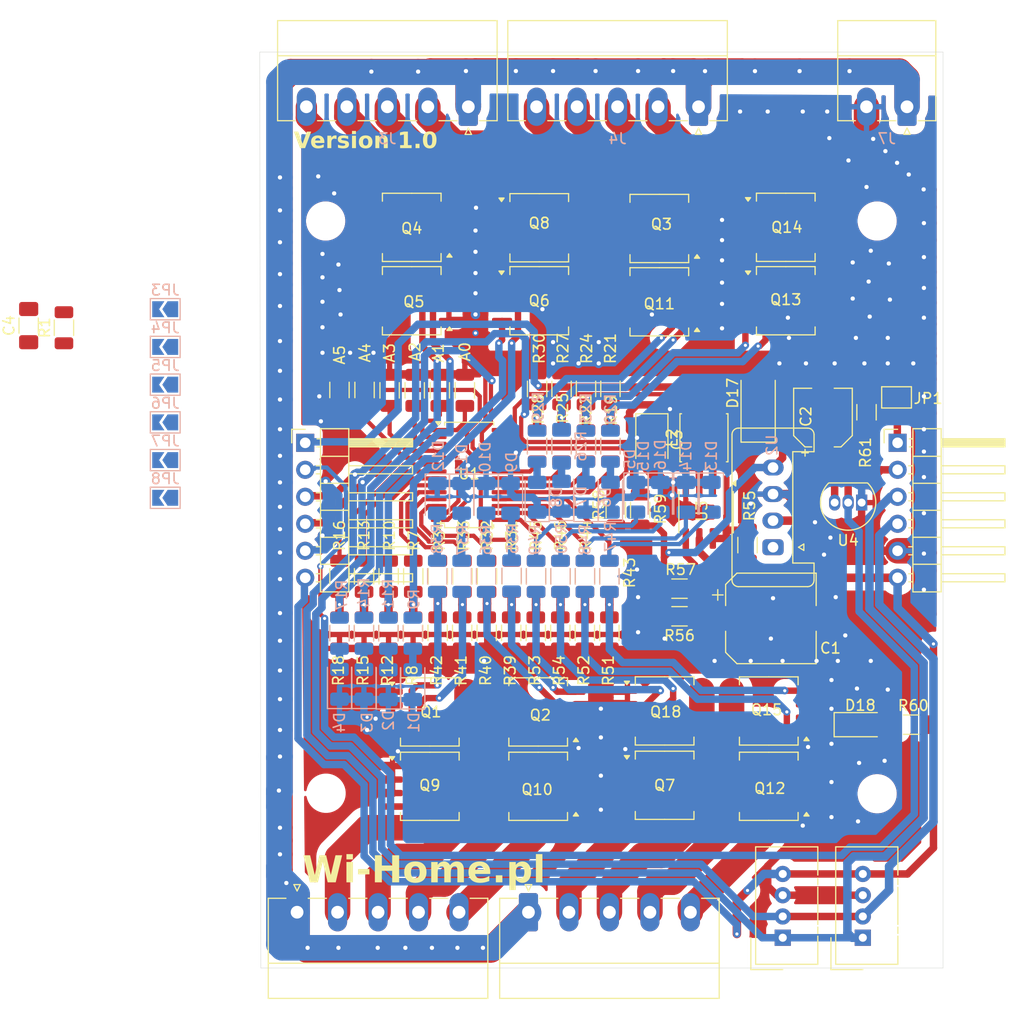
<source format=kicad_pcb>
(kicad_pcb (version 20240108) (generator "pcbnew") (generator_version "8.0")
  (layers (0 "F.Cu" jumper "Front") (1 "In1.Cu" signal) (2 "In2.Cu" signal) (31 "B.Cu" signal "Back") (34 "B.Paste" user) (35 "F.Paste" user) (36 "B.SilkS" user "B.Silkscreen") (37 "F.SilkS" user "F.Silkscreen") (38 "B.Mask" user) (39 "F.Mask" user) (44 "Edge.Cuts" user))
  (net 0 "")
  (net 1 "GND")
  (net 2 "Net-(D1-A)")
  (net 3 "Net-(D2-A)")
  (net 4 "Net-(D3-A)")
  (net 5 "Net-(D4-A)")
  (net 6 "Net-(D5-A)")
  (net 7 "Net-(D6-A)")
  (net 8 "Net-(D7-A)")
  (net 9 "Net-(D8-A)")
  (net 10 "Net-(D9-A)")
  (net 11 "Net-(D10-A)")
  (net 12 "Net-(D11-A)")
  (net 13 "Net-(D12-A)")
  (net 14 "Net-(D13-A)")
  (net 15 "Net-(D14-A)")
  (net 16 "Net-(D15-A)")
  (net 17 "Net-(D16-A)")
  (net 18 "Net-(D17-K)")
  (net 19 "+12V")
  (net 20 "/2_W")
  (net 21 "/2_B")
  (net 22 "/2_G")
  (net 23 "/2_R")
  (net 24 "/1_R")
  (net 25 "/1_G")
  (net 26 "/1_B")
  (net 27 "/1_W")
  (net 28 "/3_W")
  (net 29 "/3_B")
  (net 30 "/3_G")
  (net 31 "/3_R")
  (net 32 "/4_W")
  (net 33 "/4_B")
  (net 34 "/4_G")
  (net 35 "/4_R")
  (net 36 "Net-(JP3-B)")
  (net 37 "Net-(JP4-B)")
  (net 38 "Net-(JP5-B)")
  (net 39 "Net-(JP6-B)")
  (net 40 "Net-(JP7-B)")
  (net 41 "Net-(JP8-B)")
  (net 42 "/PWM5")
  (net 43 "/PWM6")
  (net 44 "/PWM7")
  (net 45 "/PWM8")
  (net 46 "/PWM4")
  (net 47 "/PWM3")
  (net 48 "/PWM2")
  (net 49 "/PWM1")
  (net 50 "/PWM11")
  (net 51 "/PWM9")
  (net 52 "/PWM10")
  (net 53 "/PWM12")
  (net 54 "/PWM15")
  (net 55 "/PWM13")
  (net 56 "/PWM14")
  (net 57 "/PWM16")
  (net 58 "Net-(U3-DC)")
  (net 59 "Net-(U3-Vfb)")
  (net 60 "+3.3V")
  (net 61 "Net-(U3-TC)")
  (net 62 "+24V")
  (net 64 "/I2C_SDA")
  (net 65 "/I2C_SCL")
  (net 66 "Net-(D18-A)")
  (net 67 "/1_wire")
  (net 68 "Net-(J8-Pin_1)")
  (net 69 "/Q15")
  (net 70 "/Q7")
  (net 71 "/Q12")
  (net 72 "/Q18")
  (net 73 "/Q1")
  (net 74 "/Q2")
  (net 75 "/Q3")
  (net 76 "/Q4")
  (net 77 "/Q5")
  (net 78 "/Q6")
  (net 79 "/Q8")
  (net 80 "/Q9")
  (net 81 "/Q10")
  (net 82 "/Q11")
  (net 83 "/Q13")
  (net 84 "/Q14")
  (net 85 "Net-(U1-~{OE})")
  (footprint "Package_SO:SO-8_5.3x6.2mm_P1.27mm" (layer "F.Cu") (at 77.4 39.735)
    (property "Reference" "Q8")
    (property "Value" "AO4496")
  )
  (footprint "Resistor_SMD:R_1206_3216Metric" (layer "F.Cu") (at 65.542855 72.5375 -90)
    (property "Reference" "R7")
    (property "Value" "100")
  )
  (footprint "Package_SO:SO-8_5.3x6.2mm_P1.27mm" (layer "F.Cu") (at 100.6 39.695)
    (property "Reference" "Q14")
    (property "Value" "AO4496")
  )
  (footprint "Connector:NS-Tech_Grove_1x04_P2mm_Vertical" (layer "F.Cu") (at 107.85 106.55 180)
    (property "Reference" "J1" (hide yes))
    (property "Value" "Conn_01x04")
  )
  (footprint "Resistor_SMD:R_1206_3216Metric" (layer "F.Cu") (at 67.85714 72.5375 -90)
    (property "Reference" "R34")
    (property "Value" "100")
  )
  (footprint "Package_SO:SO-8_5.3x6.2mm_P1.27mm" (layer "F.Cu") (at 77.4 46.605)
    (property "Reference" "Q6")
    (property "Value" "AO4496")
  )
  (footprint "Resistor_SMD:R_1206_3216Metric" (layer "F.Cu") (at 77.07272 77.8625 -90)
    (property "Reference" "R53")
    (property "Value" "10K")
  )
  (footprint "Capacitor_SMD:C_1206_3216Metric_Pad1.33x1.80mm_HandSolder" (layer "F.Cu") (at 29.35 48.945 90)
    (property "Reference" "C4")
    (property "Value" "100n")
  )
  (footprint "Resistor_SMD:R_1206_3216Metric" (layer "F.Cu") (at 79.38181 77.8625 -90)
    (property "Reference" "R54")
    (property "Value" "10K")
  )
  (footprint "Resistor_SMD:R_1206_3216Metric" (layer "F.Cu") (at 86.9 66.3 -90)
    (property "Reference" "R59")
    (property "Value" "4,7K")
  )
  (footprint "Resistor_SMD:R_1206_3216Metric" (layer "F.Cu") (at 60.90909 77.8625 -90)
    (property "Reference" "R15")
    (property "Value" "10K")
  )
  (footprint "Resistor_SMD:R_1206_3216Metric" (layer "F.Cu") (at 60.96 55 -90)
    (property "Reference" "A4")
    (property "Value" "~")
  )
  (footprint "Diode_SMD:D_MELF" (layer "F.Cu") (at 98 56.5 90)
    (property "Reference" "D17")
    (property "Value" "1N5819")
  )
  (footprint "Jumper:SolderJumper-2_P1.3mm_Open_TrianglePad1.0x1.5mm" (layer "F.Cu") (at 111.025 55.7 180)
    (property "Reference" "JP1")
    (property "Value" "Jumper_2_Open")
  )
  (footprint "Resistor_SMD:R_1206_3216Metric" (layer "F.Cu") (at 70.14545 77.8625 -90)
    (property "Reference" "R41")
    (property "Value" "10K")
  )
  (footprint "Resistor_SMD:R_1206_3216Metric" (layer "F.Cu") (at 63.22857 72.5375 -90)
    (property "Reference" "R10")
    (property "Value" "100")
  )
  (footprint "Connector_PinHeader_2.54mm:PinHeader_1x06_P2.54mm_Horizontal" (layer "F.Cu") (at 55.375 59.975)
    (property "Reference" "J8" (hide yes))
    (property "Value" "Conn_01x06_Pin" (hide yes))
  )
  (footprint "Package_SO:SO-8_5.3x6.2mm_P1.27mm" (layer "F.Cu") (at 89.2 92.205)
    (property "Reference" "Q7")
    (property "Value" "AO4496")
  )
  (footprint "Resistor_SMD:R_1206_3216Metric" (layer "F.Cu") (at 67.83636 77.8625 -90)
    (property "Reference" "R42")
    (property "Value" "10K")
  )
  (footprint "Resistor_SMD:R_1206_3216Metric" (layer "F.Cu") (at 81.6909 77.8625 -90)
    (property "Reference" "R52")
    (property "Value" "10K")
  )
  (footprint "Connector_Phoenix_MC:PhoenixContact_MC_1,5_5-G-3.81_1x05_P3.81mm_Horizontal" (layer "F.Cu") (at 92.39 28.35 180)
    (property "Reference" "J4")
    (property "Value" "Conn_01x05_Pin")
  )
  (footprint "Resistor_SMD:R_1206_3216Metric" (layer "F.Cu") (at 77.2 54.9 90)
    (property "Reference" "R30")
    (property "Value" "10K")
  )
  (footprint "Connector_PinHeader_2.54mm:PinHeader_1x06_P2.54mm_Horizontal" (layer "F.Cu") (at 111.125 59.975)
    (property "Reference" "J9" (hide yes))
    (property "Value" "Conn_01x06_Socket")
  )
  (footprint "Resistor_SMD:R_1206_3216Metric" (layer "F.Cu") (at 81.7 72.5375 -90)
    (property "Reference" "R44")
    (property "Value" "100")
  )
  (footprint "Resistor_SMD:R_1206_3216Metric" (layer "F.Cu") (at 63.21818 77.8625 -90)
    (property "Reference" "R12")
    (property "Value" "10K")
  )
  (footprint "Resistor_SMD:R_1206_3216Metric" (layer "F.Cu") (at 90.6 73.7 180)
    (property "Reference" "R57")
    (property "Value" "18k")
  )
  (footprint "Package_SO:TSSOP-28_4.4x9.7mm_P0.65mm" (layer "F.Cu") (at 70.8 63)
    (property "Reference" "U1")
    (property "Value" "PCA9685PW")
  )
  (footprint "Connector_Phoenix_MC:PhoenixContact_MC_1,5_5-G-3.81_1x05_P3.81mm_Horizontal" (layer "F.Cu") (at 54.61 104.15)
    (property "Reference" "J5" (hide yes))
    (property "Value" "Conn_01x05_Pin")
  )
  (footprint "Resistor_SMD:R_1206_3216Metric" (layer "F.Cu") (at 65.68 55.0375 -90)
    (property "Reference" "A2")
    (property "Value" "~")
  )
  (footprint "MountingHole:MountingHole_3.2mm_M3_ISO7380" (layer "F.Cu") (at 109.2 39.1)
    (property "Reference" "H4" (hide yes))
    (property "Value" "MountingHole")
  )
  (footprint "Resistor_SMD:R_1206_3216Metric" (layer "F.Cu") (at 68.04 55.0375 -90)
    (property "Reference" "A1")
    (property "Value" "~")
  )
  (footprint "Resistor_SMD:R_1206_3216Metric" (layer "F.Cu") (at 72.45454 77.8625 -90)
    (property "Reference" "R40")
    (property "Value" "10K")
  )
  (footprint "Resistor_SMD:R_1206_3216Metric" (layer "F.Cu") (at 81.8 60.2625 90)
    (property "Reference" "R22")
    (property "Value" "100")
  )
  (footprint "Resistor_SMD:R_1206_3216Metric" (layer "F.Cu") (at 58.6 72.5375 -90)
    (property "Reference" "R16")
    (property "Value" "100")
  )
  (footprint "Package_SO:SO-8_5.3x6.2mm_P1.27mm" (layer "F.Cu") (at 99 85.21 180)
    (property "Reference" "Q15")
    (property "Value" "AO4496")
  )
  (footprint "Connector:NS-Tech_Grove_1x04_P2mm_Vertical" (layer "F.Cu") (at 100.315 106.55 180)
    (property "Reference" "J2" (hide yes))
    (property "Value" "Conn_01x04")
  )
  (footprint "Package_SO:SO-8_5.3x6.2mm_P1.27mm" (layer "F.Cu") (at 100.6 46.605)
    (property "Reference" "Q13")
    (property "Value" "AO4496")
  )
  (footprint "Package_SO:SOIC-8_3.9x4.9mm_P1.27mm" (layer "F.Cu") (at 93.1 66.5 -90)
    (property "Reference" "U3")
    (property "Value" "MC34063AD")
  )
  (footprint "Resistor_SMD:R_1206_3216Metric" (layer "F.Cu") (at 63.32 55.0375 -90)
    (property "Reference" "A3")
    (property "Value" "~")
  )
  (footprint "Resistor_SMD:R_1206_3216Metric" (layer "F.Cu") (at 77.2 60.2625 90)
    (property "Reference" "R28")
    (property "Value" "100")
  )
  (footprint "Resistor_SMD:R_1206_3216Metric" (layer "F.Cu") (at 72.48571 72.5375 -90)
    (property "Reference" "R32")
    (property "Value" "100")
  )
  (footprint "Resistor_SMD:R_1206_3216Metric" (layer "F.Cu") (at 108.2 57.1 90)
    (property "Reference" "R61")
    (property "Value" "4,7K")
  )
  (footprint "Resistor_SMD:R_1206_3216Metric" (layer "F.Cu") (at 74.76363 77.8625 -90)
    (property "Reference" "R39")
    (property "Value" "10K")
  )
  (footprint "Resistor_SMD:R_1206_3216Metric" (layer "F.Cu") (at 84 77.8625 -90)
    (property "Reference" "R51")
    (property "Value" "10K")
  )
  (footprint "Package_SO:SO-8_5.3x6.2mm_P1.27mm" (layer "F.Cu") (at 77.3 92.3 180)
    (property "Reference" "Q10")
    (property "Value" "AO4496")
  )
  (footprint "Capacitor_Tantalum_SMD:CP_EIA-3528-15_AVX-H" (layer "F.Cu") (at 88 59.7 -90)
    (property "Reference" "C3")
    (property "Value" "6pF")
  )
  (footprint "Capacitor_SMD:CP_Elec_5x5.3" (layer "F.Cu") (at 104.1 57.6 90)
    (property "Reference" "C2")
    (property "Value" "1u")
  )
  (footprint "Resistor_SMD:R_1206_3216Metric" (layer "F.Cu") (at 81.8 54.9 90)
    (property "Reference" "R24")
    (property "Value" "10K")
  )
  (footprint "Package_SO:SO-8_5.3x6.2mm_P1.27mm" (layer "F.Cu") (at 77.3 85.3 180)
    (property "Reference" "Q2")
    (property "Value" "AO4496")
  )
  (footprint "Resistor_SMD:R_1206_3216Metric" (layer "F.Cu") (at 60.914285 72.5375 -90)
    (property "Reference" "R13")
    (property "Value" "100")
  )
  (footprint "Inductor_SMD:L_Changjiang_FNR4010S" (layer "F.Cu") (at 92.9 59.5 90)
    (property "Reference" "L2")
    (property "Value" "12uH")
  )
  (footprint "Resistor_SMD:R_1206_3216Metric" (layer "F.Cu") (at 74.8 72.5375 -90)
    (property "Reference" "R31")
    (property "Value" "100")
  )
  (footprint "Resistor_SMD:R_1206_3216Metric" (layer "F.Cu") (at 84.1 54.9 90)
    (property "Reference" "R21")
    (property "Value" "10K")
  )
  (footprint "Package_TO_SOT_THT:TO-92_Inline" (layer "F.Cu") (at 107.74 65.6 180)
    (property "Reference" "U4")
    (property "Value" "DS18B20")
  )
  (footprint "Resistor_SMD:R_1206_3216Metric" (layer "F.Cu") (at 84.1 60.2625 90)
    (property "Reference" "R19")
    (property "Value" "100")
  )
  (footprint "Package_SO:SO-8_5.3x6.2mm_P1.27mm" (layer "F.Cu") (at 88.7 46.705 180)
    (property "Reference" "Q11")
    (property "Value" "AO4496")
  )
  (footprint "Resistor_SMD:R_1206_3216Metric" (layer "F.Cu") (at 79.5 54.9 90)
    (property "Reference" "R27")
    (property "Value" "10K")
  )
  (footprint "Package_SO:SO-8_5.3x6.2mm_P1.27mm" (layer "F.Cu") (at 67.1 92.3)
    (property "Reference" "Q9")
    (property "Value" "AO4496")
  )
  (footprint "Resistor_SMD:R_1206_3216Metric" (layer "F.Cu") (at 32.67 49.145 90)
    (property "Reference" "R1")
    (property "Value" "10k")
  )
  (footprint "MountingHole:MountingHole_3.2mm_M3_ISO7380" (layer "F.Cu") (at 57.3 39.1)
    (property "Reference" "H2" (hide yes))
    (property "Value" "MountingHole")
  )
  (footprint "Resistor_SMD:R_1206_3216Metric" (layer "F.Cu") (at 84 72.5375 -90)
    (property "Reference" "R43")
    (property "Value" "100")
  )
  (footprint "Package_SO:SO-8_5.3x6.2mm_P1.27mm" (layer "F.Cu") (at 99 92.3 180)
    (property "Reference" "Q12")
    (property "Value" "AO4496")
  )
  (footprint "Package_SO:SO-8_5.3x6.2mm_P1.27mm" (layer "F.Cu") (at 88.7 39.805 180)
    (property "Reference" "Q3")
    (property "Value" "AO4496")
  )
  (footprint "Resistor_SMD:R_1206_3216Metric" (layer "F.Cu") (at 58.6 55 -90)
    (property "Reference" "A5")
    (property "Value" "~")
  )
  (footprint "Connector_Stocko:Stocko_MKS_1654-6-0-404_1x4_P2.50mm_Vertical" (layer "F.Cu") (at 99.4 69.8 90)
    (property "Reference" "U2")
    (property "Value" "~")
  )
  (footprint "Resistor_SMD:R_1206_3216Metric" (layer "F.Cu") (at 79.4 72.5375 -90)
    (property "Reference" "R46")
    (property "Value" "100")
  )
  (footprint "LED_SMD:LED_1206_3216Metric_Pad1.42x1.75mm_HandSolder" (layer "F.Cu") (at 107.6125 86.5)
    (property "Reference" "D18")
    (property "Value" "LED")
  )
  (footprint "Resistor_SMD:R_1206_3216Metric" (layer "F.Cu") (at 58.6 77.8625 -90)
    (property "Reference" "R18")
    (property "Value" "10K")
  )
  (footprint "Package_SO:SO-8_5.3x6.2mm_P1.27mm" (layer "F.Cu") (at 65.4 46.605 180)
    (property "Reference" "Q5")
    (property "Value" "AO4496")
  )
  (footprint "Resistor_SMD:R_1206_3216Metric" (layer "F.Cu") (at 70.171425 72.5375 -90)
    (property "Reference" "R33")
    (property "Value" "100")
  )
  (footprint "Package_SO:SO-8_5.3x6.2mm_P1.27mm" (layer "F.Cu") (at 67.1 85.3)
    (property "Reference" "Q1")
    (property "Value" "AO4496")
  )
  (footprint "Package_SO:SO-8_5.3x6.2mm_P1.27mm" (layer "F.Cu") (at 65.4 39.7 180)
    (property "Reference" "Q4")
    (property "Value" "AO4496")
  )
  (footprint "Resistor_SMD:R_1206_3216Metric" (layer "F.Cu") (at 84.6 66.3 -90)
    (property "Reference" "R58")
    (property "Value" "4,7K")
  )
  (footprint "Resistor_SMD:R_1206_3216Metric" (layer "F.Cu") (at 97 69.6 90)
    (property "Reference" "R55")
    (property "Value" "3")
  )
  (footprint "MountingHole:MountingHole_3.2mm_M3_ISO7380" (layer "F.Cu") (at 57.335393 92.953512)
    (property "Reference" "H3" (hide yes))
    (property "Value" "MountingHole")
  )
  (footprint "Capacitor_SMD:CP_Elec_8x6.9" (layer "F.Cu") (at 99.2 76.5)
    (property "Reference" "C1")
    (property "Value" "100uF")
  )
  (footprint "MountingHole:MountingHole_3.2mm_M3_ISO7380" (layer "F.Cu") (at 109.2 93)
    (property "Reference" "H1" (hide yes))
    (property "Value" "MountingHole")
  )
  (footprint "Connector_Phoenix_MC:PhoenixContact_MC_1,5_5-G-3.81_1x05_P3.81mm_Horizontal" (layer "F.Cu") (at 70.725 28.35 180)
    (property "Reference" "J3")
    (property "Value" "Conn_01x05_Pin")
  )
  (footprint "Connector_Phoenix_MC:PhoenixContact_MC_1,5_2-G-3.81_1x02_P3.81mm_Horizontal" (layer "F.Cu") (at 112.01 28.35 180)
    (property "Reference" "J7")
    (property "Value" "Conn_01x02_Pin")
  )
  (footprint "Resistor_SMD:R_1206_3216Metric" (layer "F.Cu") (at 77.1 72.5375 -90)
    (property "Reference" "R45")
    (property "Value" "100")
  )
  (footprint "Resistor_SMD:R_1206_3216Metric" (layer "F.Cu") (at 65.52727 77.8625 -90)
    (property "Reference" "R8")
    (property "Value" "10K")
  )
  (footprint "Resistor_SMD:R_1206_3216Metric" (layer "F.Cu") (at 112.4 86.5 180)
    (property "Reference" "R60")
    (property "Value" "10k")
  )
  (footprint "Package_SO:SO-8_5.3x6.2mm_P1.27mm" (layer "F.Cu") (at 89.2 85.205)
    (property "Reference" "Q18")
    (property "Value" "AO4496")
  )
  (footprint "Resistor_SMD:R_1206_3216Metric" (layer "F.Cu") (at 90.6 76.3 180)
    (property "Reference" "R56")
    (property "Value" "11k")
  )
  (footprint "Resistor_SMD:R_1206_3216Metric" (layer "F.Cu") (at 79.5 60.2625 90)
    (property "Reference" "R25")
    (property "Value" "100")
  )
  (footprint "Connector_Phoenix_MC:PhoenixContact_MC_1,5_5-G-3.81_1x05_P3.81mm_Horizontal" (layer "F.Cu") (at 76.385 104.15)
    (property "Reference" "J6" (hide yes))
    (property "Value" "Conn_01x05_Pin")
  )
  (footprint "Resistor_SMD:R_1206_3216Metric" (layer "F.Cu") (at 70.4 55.0375 -90)
    (property "Reference" "A0")
    (property "Value" "~")
  )
  (footprint "Resistor_SMD:R_1206_3216Metric_Pad1.30x1.75mm_HandSolder" (layer "B.Cu") (at 79.5 60.3 90)
    (property "Reference" "R26")
    (property "Value" "1.8k")
  )
  (footprint "LED_SMD:LED_1206_3216Metric" (layer "B.Cu") (at 63.2 82.7375 90)
    (property "Reference" "D2")
    (property "Value" "LED")
  )
  (footprint "LED_SMD:LED_1206_3216Metric" (layer "B.Cu") (at 91.2 65.1 -90)
    (property "Reference" "D14")
    (property "Value" "LED")
  )
  (footprint "Jumper:SolderJumper-2_P1.3mm_Open_TrianglePad1.0x1.5mm" (layer "B.Cu") (at 42.2 47.4 180)
    (property "Reference" "JP3")
    (property "Value" "Jumper_2_Open")
  )
  (footprint "LED_SMD:LED_1206_3216Metric" (layer "B.Cu") (at 88.8 65.1 -90)
    (property "Reference" "D16")
    (property "Value" "LED")
  )
  (footprint "LED_SMD:LED_1206_3216Metric" (layer "B.Cu") (at 67.8 65.2 -90)
    (property "Reference" "D12")
    (property "Value" "LED")
  )
  (footprint "LED_SMD:LED_1206_3216Metric" (layer "B.Cu") (at 86.5 65.1 -90)
    (property "Reference" "D15")
    (property "Value" "LED")
  )
  (footprint "LED_SMD:LED_1206_3216Metric" (layer "B.Cu") (at 77.2 65.1 90)
    (property "Reference" "D8")
    (property "Value" "LED")
  )
  (footprint "LED_SMD:LED_1206_3216Metric" (layer "B.Cu") (at 58.6 82.7 90)
    (property "Reference" "D4")
    (property "Value" "LED")
  )
  (footprint "Jumper:SolderJumper-2_P1.3mm_Open_TrianglePad1.0x1.5mm" (layer "B.Cu") (at 42.2 54.5 180)
    (property "Reference" "JP5")
    (property "Value" "Jumper_2_Open")
  )
  (footprint "Jumper:SolderJumper-2_P1.3mm_Open_TrianglePad1.0x1.5mm" (layer "B.Cu") (at 42.2 58.05 180)
    (property "Reference" "JP6")
    (property "Value" "Jumper_2_Open")
  )
  (footprint "LED_SMD:LED_1206_3216Metric" (layer "B.Cu") (at 79.5 65 90)
    (property "Reference" "D7")
    (property "Value" "LED")
  )
  (footprint "Resistor_SMD:R_1206_3216Metric" (layer "B.Cu") (at 84.1 60.3 90)
    (property "Reference" "R20")
    (property "Value" "1.8k")
  )
  (footprint "Resistor_SMD:R_1206_3216Metric" (layer "B.Cu") (at 72.4 72.5375 -90)
    (property "Reference" "R36")
    (property "Value" "1.8k")
  )
  (footprint "Resistor_SMD:R_1206_3216Metric" (layer "B.Cu") (at 79.4 72.5375 -90)
    (property "Reference" "R50")
    (property "Value" "1.8k")
  )
  (footprint "Resistor_SMD:R_1206_3216Metric" (layer "B.Cu") (at 65.5 77.9 90)
    (property "Reference" "R9")
    (property "Value" "1.8k")
  )
  (footprint "Resistor_SMD:R_1206_3216Metric" (layer "B.Cu") (at 70.1 72.5375 -90)
    (property "Reference" "R37")
    (property "Value" "1.8k")
  )
  (footprint "Resistor_SMD:R_1206_3216Metric" (layer "B.Cu") (at 84 72.5375 -90)
    (property "Reference" "R47")
    (property "Value" "1.8k")
  )
  (footprint "Resistor_SMD:R_1206_3216Metric" (layer "B.Cu") (at 58.6 77.9 90)
    (property "Reference" "R17")
    (property "Value" "1.8k")
  )
  (footprint "LED_SMD:LED_1206_3216Metric" (layer "B.Cu") (at 65.5 82.7375 90)
    (property "Reference" "D1")
    (property "Value" "LED")
  )
  (footprint "LED_SMD:LED_1206_3216Metric" (layer "B.Cu") (at 93.6 65.1 -90)
    (property "Reference" "D13")
    (property "Value" "LED")
  )
  (footprint "Resistor_SMD:R_1206_3216Metric" (layer "B.Cu") (at 77.1 72.5375 -90)
    (property "Reference" "R49")
    (property "Value" "1.8k")
  )
  (footprint "LED_SMD:LED_1206_3216Metric" (layer "B.Cu") (at 81.8 65.1 90)
    (property "Reference" "D6")
    (property "Value" "LED")
  )
  (footprint "Resistor_SMD:R_1206_3216Metric" (layer "B.Cu") (at 81.787532 60.308515 90)
    (property "Reference" "R23")
    (property "Value" "1.8k")
  )
  (footprint "LED_SMD:LED_1206_3216Metric" (layer "B.Cu") (at 72.4 65.2 -90)
    (property "Reference" "D10")
    (property "Value" "LED")
  )
  (footprint "Resistor_SMD:R_1206_3216Metric" (layer "B.Cu") (at 74.8 72.5 -90)
    (property "Reference" "R35")
    (property "Value" "1.8k")
  )
  (footprint "Resistor_SMD:R_1206_3216Metric" (layer "B.Cu") (at 60.9 77.9 90)
    (property "Reference" "R14")
    (property "Value" "1.8k")
  )
  (footprint "LED_SMD:LED_1206_3216Metric" (layer "B.Cu") (at 70.1 65.2 -90)
    (property "Reference" "D11")
    (property "Value" "LED")
  )
  (footprint "LED_SMD:LED_1206_3216Metric" (layer "B.Cu") (at 74.7 65.2 -90)
    (property "Reference" "D9")
    (property "Value" "LED")
  )
  (footprint "Resistor_SMD:R_1206_3216Metric" (layer "B.Cu") (at 77.195001 60.302507 90)
    (property "Reference" "R29")
    (property "Value" "1.8k")
  )
  (footprint "Jumper:SolderJumper-2_P1.3mm_Open_TrianglePad1.0x1.5mm" (layer "B.Cu") (at 42.2 50.95 180)
    (property "Reference" "JP4")
    (property "Value" "Jumper_2_Open")
  )
  (footprint "LED_SMD:LED_1206_3216Metric" (layer "B.Cu") (at 84.105338 65.096645 90)
    (property "Reference" "D5")
    (property "Value" "LED")
  )
  (footprint "Jumper:SolderJumper-2_P1.3mm_Open_TrianglePad1.0x1.5mm" (layer "B.Cu") (at 42.2 65.15 180)
    (property "Reference" "JP8")
    (property "Value" "Jumper_2_Open")
  )
  (footprint "LED_SMD:LED_1206_3216Metric" (layer "B.Cu") (at 60.9 82.7 90)
    (property "Reference" "D3")
    (property "Value" "LED")
  )
  (footprint "Jumper:SolderJumper-2_P1.3mm_Open_TrianglePad1.0x1.5mm" (layer "B.Cu") (at 42.2 61.6 180)
    (property "Reference" "JP7")
    (property "Value" "Jumper_2_Open")
  )
  (footprint "Resistor_SMD:R_1206_3216Metric" (layer "B.Cu") (at 67.8 72.5375 -90)
    (property "Reference" "R38")
    (property "Value" "1.8k")
  )
  (footprint "Resistor_SMD:R_1206_3216Metric" (layer "B.Cu") (at 81.7 72.5375 -90)
    (property "Reference" "R48")
    (property "Value" "1.8k")
  )
  (footprint "Resistor_SMD:R_1206_3216Metric" (layer "B.Cu") (at 63.2 77.9 90)
    (property "Reference" "R11")
    (property "Value" "1.8k")
  )
  (gr_line (start 51.2 109.4) (end 51.1 23.2) (stroke (width 0.0381)) (layer "Edge.Cuts"))
  (gr_line (start 115.4 23.2) (end 115.4 109.4) (stroke (width 0.0381)) (layer "Edge.Cuts"))
  (gr_line (start 115.4 109.4) (end 51.2 109.4) (stroke (width 0.0381)) (layer "Edge.Cuts"))
  (gr_line (start 51.1 23.2) (end 115.4 23.2) (stroke (width 0.0381)) (layer "Edge.Cuts"))
  (gr_text "Version 1.0" (at 54.3 32.5 0) (layer "F.SilkS") (effects (font (size 1.524 1.524) (thickness 0.3048) (bold yes)) (justify left bottom)))
  (gr_text "Wi-Home.pl" (at 55.1 100.3 0) (layer "F.SilkS") (effects (font (size 2.5 2.5) (thickness 0.1524) (bold yes)) (justify left)))
  (segment (start 72.45454 79.325) (end 72.45454 80.24546) (width 0.2) (layer "F.Cu") (net 1))
  (segment (start 71.4 38.9) (end 71.4 40) (width 2.4) (layer "F.Cu") (net 1))
  (segment (start 103.7 52.5) (end 104.4 52.5) (width 2.4) (layer "F.Cu") (net 1))
  (segment (start 107.74 65.972042) (end 107.738157 65.973885) (width 0.7) (layer "F.Cu") (net 1))
  (segment (start 71.295 41.605) (end 71.4 41.5) (width 0.8) (layer "F.Cu") (net 1))
  (segment (start 94.53 46.07) (end 94.6 46) (width 0.8) (layer "F.Cu") (net 1))
  (segment (start 103.6 97.4) (end 104.7 96.3) (width 0.7) (layer "F.Cu") (net 1))
  (segment (start 61.2 91.5) (end 61.2 90.2) (width 2.4) (layer "F.Cu") (net 1))
  (segment (start 83.135 84.665) (end 83.2 84.6) (width 0.8) (layer "F.Cu") (net 1))
  (segment (start 104.7 94.41) (end 104.495 94.205) (width 0.7) (layer "F.Cu") (net 1))
  (segment (start 75.025 60.725) (end 73.6625 60.725) (width 0.4) (layer "F.Cu") (net 1))
  (segment (start 113.6 39.3) (end 113.6 37.8) (width 2.4) (layer "F.Cu") (net 1))
  (segment (start 71.4 51.7) (end 72.2 52.5) (width 2.4) (layer "F.Cu") (net 1))
  (segment (start 113.575 36.125) (end 112.175 34.725) (width 2.4) (layer "F.Cu") (net 1))
  (segment (start 61.8 80.21591) (end 61.8 80.5) (width 0.7) (layer "F.Cu") (net 1))
  (segment (start 70.93 45.97) (end 71.4 45.5) (width 0.8) (layer "F.Cu") (net 1))
  (segment (start 77.2 53.4375) (end 77.2 53.2) (width 0.4) (layer "F.Cu") (net 1))
  (segment (start 113.6 48.8) (end 113.6 48.2) (width 2.4) (layer "F.Cu") (net 1))
  (segment (start 67.9 80.5) (end 70.2 80.5) (width 2.4) (layer "F.Cu") (net 1))
  (segment (start 104.825 84.575) (end 104.9 84.5) (width 0.8) (layer "F.Cu") (net 1))
  (segment (start 94.6 38) (end 93.43 39.17) (width 0.8) (layer "F.Cu") (net 1))
  (segment (start 71.4 40.4) (end 71.4 41) (width 2.4) (layer "F.Cu") (net 1))
  (segment (start 72.3 52.5) (end 77.9 52.5) (width 2.4) (layer "F.Cu") (net 1))
  (segment (start 71.4 43) (end 71.4 44) (width 2.4) (layer "F.Cu") (net 1))
  (segment (start 83.2 92.9) (end 81.965 91.665) (width 0.8) (layer "F.Cu") (net 1))
  (segment (start 94.6 44.9) (end 94.6 45.9) (width 2.4) (layer "F.Cu") (net 1))
  (segment (start 94.63 45.97) (end 94.6 46) (width 0.8) (layer "F.Cu") (net 1))
  (segment (start 72.327 57.918291) (end 72.327 52.527) (width 0.4) (layer "F.Cu") (net 1))
  (segment (start 94.6 41.8) (end 94.6 41.9) (width 2.4) (layer "F.Cu") (net 1))
  (segment (start 97.1 47.24) (end 94.76 47.24) (width 0.8) (layer "F.Cu") (net 1))
  (segment (start 84.1 53.4375) (end 77.2 53.4375) (width 0.4) (layer "F.Cu") (net 1))
  (segment (start 113.6 58.7) (end 113.6 60.8) (width 2.4) (layer "F.Cu") (net 1))
  (segment (start 93.43 39.17) (end 92.2 39.17) (width 0.8) (layer "F.Cu") (net 1))
  (segment (start 84 79.325) (end 83.2 80.125) (width 0.2) (layer "F.Cu") (net 1))
  (segment (start 92.2 40.44) (end 94.56 40.44) (width 0.8) (layer "F.Cu") (net 1))
  (segment (start 74.76363 79.325) (end 74.76363 80.46363) (width 0.2) (layer "F.Cu") (net 1))
  (segment (start 104.715 87.115) (end 104.9 87.3) (width 0.8) (layer "F.Cu") (net 1))
  (segment (start 104.9 85.9) (end 104.9 86.5) (width 2.4) (layer "F.Cu") (net 1))
  (segment (start 83.165 85.935) (end 83.2 85.9) (width 0.8) (layer "F.Cu") (net 1))
  (segment (start 83.2 85) (end 83.2 85.9) (width 2.4) (layer "F.Cu") (net 1))
  (segment (start 113.6 42.5) (end 113.6 40.9) (width 2.4) (layer "F.Cu") (net 1))
  (segment (start 85.7 84.57) (end 83.23 84.57) (width 0.8) (layer "F.Cu") (net 1))
  (segment (start 72.2 80.5) (end 74.8 80.5) (width 2.4) (layer "F.Cu") (net 1))
  (segment (start 102.5 94.205) (end 104.495 94.205) (width 0.8) (layer "F.Cu") (net 1))
  (segment (start 113.6 46.8) (end 113.6 45.4) (width 2.4) (layer "F.Cu") (net 1))
  (segment (start 88 80.5) (end 89 80.5) (width 2.4) (layer "F.Cu") (net 1))
  (segment (start 104.065 91.665) (end 104.9 92.5) (width 0.8) (layer "F.Cu") (net 1))
  (segment (start 101.3 52.5) (end 102.5 52.5) (width 2.4) (layer "F.Cu") (net 1))
  (segment (start 83.26 92.84) (end 83.2 92.9) (width 0.8) (layer "F.Cu") (net 1))
  (segment (start 71.29 48.51) (end 71.4 48.4) (width 0.8) (layer "F.Cu") (net 1))
  (segment (start 81.965 91.665) (end 80.8 91.665) (width 0.8) (layer "F.Cu") (net 1))
  (segment (start 89.1375 78.3375) (end 89.1375 76.3) (width 0.7) (layer "F.Cu") (net 1))
  (segment (start 93.9 80.5) (end 95.5 80.5) (width 2.4) (layer "F.Cu") (net 1))
  (segment (start 71.4 44) (end 71.4 45) (width 2.4) (layer "F.Cu") (net 1))
  (segment (start 100.3 80.5) (end 102 80.5) (width 2.4) (layer "F.Cu") (net 1))
  (segment (start 61.2 90.2) (end 61.2 87) (width 2.4) (layer "F.Cu") (net 1))
  (segment (start 83.2 87.7) (end 83.2 89.3) (width 2.4) (layer "F.Cu") (net 1))
  (segment (start 63.6 92.935) (end 61.435 92.935) (width 0.8) (layer "F.Cu") (net 1))
  (segment (start 94.76 47.24) (end 94.6 47.4) (width 0.8) (layer "F.Cu") (net 1))
  (segment (start 75.2 61.9) (end 75.075 62.025) (width 0.4) (layer "F.Cu") (net 1))
  (segment (start 56.7 57.8) (end 56.7 55.6) (width 0.7) (layer "F.Cu") (net 1))
  (segment (start 113.6 51.1) (end 113.6 49.7) (width 2.4) (layer "F.Cu") (net 1))
  (segment (start 63.21818 80.48182) (end 63.2 80.5) (width 0.2) (layer "F.Cu") (net 1))
  (segment (start 112.175 34.725) (end 111.075 33.625) (width 2.4) (layer "F.Cu") (net 1))
  (segment (start 71.4 41) (end 71.4 41.5) (width 2.4) (layer "F.Cu") (net 1))
  (segment (start 113.6 51.8) (end 113.6 52.5) (width 2.4) (layer "F.Cu") (net 1))
  (segment (start 70.2 80.5) (end 72.2 80.5) (width 2.4) (layer "F.Cu") (net 1))
  (segment (start 70.3625 53.5375) (end 70.4 53.575) (width 0.4) (layer "F.Cu") (net 1))
  (segment (start 77.07272 80.32728) (end 76.9 80.5) (width 0.2) (layer "F.Cu") (net 1))
  (segment (start 113.6 51.8) (end 113.6 51.1) (width 2.4) (layer "F.Cu") (net 1))
  (segment (start 71.127 59.118291) (end 72.327 57.918291) (width 0.4) (layer "F.Cu") (net 1))
  (segment (start 81.8 52.5) (end 82.1 52.5) (width 2.4) (layer "F.Cu") (net 1))
  (segment (start 71.4 41.5) (end 71.4 42) (width 2.4) (layer "F.Cu") (net 1))
  (segment (start 104.9 82.3) (end 104.9 83.6) (width 2.4) (layer "F.Cu") (net 1))
  (segment (start 81.1 52.5) (end 81.8 52.5) (width 2.4) (layer "F.Cu") (net 1))
  (segment (start 109.975 32.525) (end 108.825 31.375) (width 2.4) (layer "F.Cu") (net 1))
  (segment (start 57.2 53.5) (end 57.3 53.5) (width 0.7) (layer "F.Cu") (net 1))
  (segment (start 113.6 52.5) (end 113.6 54) (width 2.4) (layer "F.Cu") (net 1))
  (segment (start 71.46 47.24) (end 71.4 47.3) (width 0.8) (layer "F.Cu") (net 1))
  (segment (start 104.9 90.3) (end 104.9 91.9) (width 2.4) (layer "F.Cu") (net 1))
  (segment (start 71.4 45) (end 71.4 45.5) (width 2.4) (layer "F.Cu") (net 1))
  (segment (start 78.7 52.5) (end 79.2 52.5) (width 2.4) (layer "F.Cu") (net 1))
  (segment (start 113.6 63.2) (end 113.6 66.6) (width 2.4) (layer "F.Cu") (net 1))
  (segment (start 89.7 56.8) (end 89.3 56.4) (width 0.7) (layer "F.Cu") (net 1))
  (segment (start 76.9 80.5) (end 83 80.5) (width 2.4) (layer "F.Cu") (net 1))
  (segment (start 82.1 52.5) (end 83 52.5) (width 2.4) (layer "F.Cu") (net 1))
  (segment (start 71.4 40) (end 71.4 40.4) (width 2.4) (layer "F.Cu") (net 1))
  (segment (start 92.2 46.07) (end 94.53 46.07) (width 0.8) (layer "F.Cu") (net 1))
  (segment (start 58.5 59.6) (end 56.85 57.95) (width 0.7) (layer "F.Cu") (net 1))
  (segment (start 83.26 85.84) (end 83.2 85.9) (width 0.8) (layer "F.Cu") (net 1))
  (segment (start 70.775 62.025) (end 70.7 62.1) (width 0.4) (layer "F.Cu") (net 1))
  (segment (start 83.2 83.3) (end 83.2 84.6) (width 2.4) (layer "F.Cu") (net 1))
  (segment (start 61.335 85.935) (end 61.2 85.8) (width 0.8) (layer "F.Cu") (net 1))
  (segment (start 62.335 84.665) (end 63.6 84.665) (width 0.8) (layer "F.Cu") (net 1))
  (segment (start 94.6 39) (end 94.6 40) (width 2.4) (layer "F.Cu") (net 1))
  (segment (start 61.2 87) (end 61.2 85.8) (width 2.4) (layer "F.Cu") (net 1))
  (segment (start 104.845 85.845) (end 104.9 85.9) (width 0.8) (layer "F.Cu") (net 1))
  (segment (start 94.6 38) (end 95.66 39.06) (width 0.8) (layer "F.Cu") (net 1))
  (segment (start 65.6 80.5) (end 67.9 80.5) (width 2.4) (layer "F.Cu") (net 1))
  (segment (start 94.56 40.44) (end 94.6 40.4) (width 0.8) (layer "F.Cu") (net 1))
  (segment (start 83.2 80.7) (end 83.2 83.3) (width 2.4) (layer "F.Cu") (net 1))
  (segment (start 94.6 41.9) (end 94.6 42.8) (width 2.4) (layer "F.Cu") (net 1))
  (segment (start 94.6 43.9) (end 94.6 44.7) (width 2.4) (layer "F.Cu") (net 1))
  (segment (start 102.675 76.5) (end 102.675 78.6) (width 0.8) (layer "F.Cu") (net 1))
  (segment (start 80.8 85.935) (end 83.165 85.935) (width 0.8) (layer "F.Cu") (net 1))
  (segment (start 92.2 47.34) (end 94.54 47.34) (width 0.8) (layer "F.Cu") (net 1))
  (segment (start 74.8 80.5) (end 76.9 80.5) (width 2.4) (layer "F.Cu") (net 1))
  (segment (start 84.1 53.4375) (end 84.1 52.5) (width 0.4) (layer "F.Cu") (net 1))
  (segment (start 83.2 80.125) (end 83.2 80.7) (width 0.2) (layer "F.Cu") (net 1))
  (segment (start 70.14545 79.325) (end 70.14545 80.44545) (width 0.2) (layer "F.Cu") (net 1))
  (segment (start 108.6 80.5) (end 106.9 80.5) (width 2.4) (layer "F.Cu") (net 1))
  (segment (start 107.738157 70.135) (end 111.125 70.135) (width 0.8) (layer "F.Cu") (net 1))
  (segment (start 70.235 40.335) (end 71.4 41.5) (width 0.8) (layer "F.Cu") (net 1))
  (segment (start 100.7 64.8) (end 103.35 67.45) (width 0.8) (layer "F.Cu") (net 1))
  (segment (start 84.1 52.5) (end 94.6 52.5) (width 2.4) (layer "F.Cu") (net 1))
  (segment (start 71.4 48.4) (end 71.4 51.7) (width 2.4) (layer "F.Cu") (net 1))
  (segment (start 68.9 47.24) (end 71.34 47.24) (width 0.8) (layer "F.Cu") (net 1))
  (segment (start 83.23 84.57) (end 83.2 84.6) (width 0.8) (layer "F.Cu") (net 1))
  (segment (start 113.6 70.3) (end 113.6 70.4) (width 2.4) (layer "F.Cu") (net 1))
  (segment (start 94.6 47.4) (end 94.6 48) (width 2.4) (layer "F.Cu") (net 1))
  (segment (start 63.6 85.935) (end 62 85.935) (width 0.8) (layer "F.Cu") (net 1))
  (segment (start 71.4 47.3) (end 71.4 48.4) (width 2.4) (layer "F.Cu") (net 1))
  (segment (start 112.9 52.5) (end 113.6 51.8) (width 2.4) (layer "F.Cu") (net 1))
  (segment (start 61.2 92.7) (end 61.2 91.5) (width 2.4) (layer "F.Cu") (net 1))
  (segment (start 83.2 86.3) (end 83.2 87.1) (width 2.4) (layer "F.Cu") (net 1))
  (segment (start 89 78.6) (end 89 80.5) (width 0.7) (layer "F.Cu") (net 1))
  (segment (start 94.54 47.34) (end 94.6 47.4) (width 0.8) (layer "F.Cu") (net 1))
  (segment (start 62 85.935) (end 61.335 85.935) (width 0.8) (layer "F.Cu") (net 1))
  (segment (start 99.75 102.55) (end 98.9 101.7) (width 0.7) (layer "F.Cu") (net 1))
  (segment (start 104.8 68.9) (end 106.035 70.135) (width 0.8) (layer "F.Cu") (net 1))
  (segment (start 104.9 83.6) (end 104.9 84.5) (width 2.4) (layer "F.Cu") (net 1))
  (segment (start 104.1 52.8) (end 104.4 52.5) (width 0.7) (layer "F.Cu") (net 1))
  (segment (start 84 52.5) (end 84.1 52.5) (width 2.4) (layer "F.Cu") (net 1))
  (segment (start 109.2 52.5) (end 110.2 52.5) (width 2.4) (layer "F.Cu") (net 1))
  (segment (start 101.3 97.4) (end 103.6 97.4) (width 0.7) (layer "F.Cu") (net 1))
  (segment (start 83.3 90.3) (end 83.2 90.4) (width 0.8) (layer "F.Cu") (net 1))
  (segment (start 94.6 48.5) (end 94.6 49.2) (width 2.4) (layer "F.Cu") (net 1))
  (segment (start 77.9 52.5) (end 78.7 52.5) (width 2.4) (layer "F.Cu") (net 1))
  (segment (start 61.2 81.1) (end 61.8 80.5) (width 2.4) (layer "F.Cu") (net 1))
  (segment (start 56.7 54) (end 57.2 53.5) (width 0.7) (layer "F.Cu") (net 1))
  (segment (start 80.8 87.205) (end 83.095 87.205) (width 0.8) (layer "F.Cu") (net 1))
  (segment (start 68.9 40.335) (end 70.235 40.335) (width 0.8) (layer "F.Cu") (net 1))
  (segment (start 89.2 78.4) (end 89 78.6) (width 0.7) (layer "F.Cu") (net 1))
  (segment (start 102.5 84.575) (end 104.825 84.575) (width 0.8) (layer "F.Cu") (net 1))
  (segment (start 61.395 90.395) (end 61.2 90.2) (width 0.8) (layer "F.Cu") (net 1))
  (segment (start 113.6 57.2) (end 113.6 58.7) (width 2.4) (layer "F.Cu") (net 1))
  (segment (start 83.2 89.3) (end 83.2 90.4) (width 2.4) (layer "F.Cu") (net 1))
  (segment (start 70.4 53.575) (end 71.225 53.575) (width 0.4) (layer "F.Cu") (net 1))
  (segment (start 61.2 83.1) (end 61.2 81.1) (width 2.4) (layer "F.Cu") (net 1))
  (segment (start 103.9 80.5) (end 104.9 81.5) (width 2.4) (layer "F.Cu") (net 1))
  (segment (start 94.6 46.9) (end 94.6 47.4) (width 2.4) (layer "F.Cu") (net 1))
  (segment (start 105.5 86.5) (end 104.9 85.9) (width 0.7) (layer "F.Cu") (net 1))
  (segment (start 113.6 72) (end 113.6 73.8) (width 2.4) (layer "F.Cu") (net 1))
  (segment (start 102.2 80.5) (end 103.5 80.5) (width 2.4) (layer "F.Cu") (net 1))
  (segment (start 72.2 52.5) (end 72.3 52.5) (width 2.4) (layer "F.Cu") (net 1))
  (segment (start 87.4 80.5) (end 87.6 80.3) (width 0.7) (layer "F.Cu") (net 1))
  (segment (start 85.7 85.84) (end 83.26 85.84) (width 0.8) (layer "F.Cu") (net 1))
  (segment (start 113.6 76.1) (end 109.2 80.5) (width 2.4) (layer "F.Cu") (net 1))
  (segment (start 94.6 52.5) (end 100 52.5) (width 2.4) (layer "F.Cu") (net 1))
  (segment (start 113.6 45.4) (end 113.6 43.9) (width 2.4) (layer "F.Cu") (net 1))
  (segment (start 75.075 62.025) (end 73.6625 62.025) (width 0.4) (layer "F.Cu") (net 1))
  (segment (start 113.6 49.7) (end 113.6 48.8) (width 2.4) (layer "F.Cu") (net 1))
  (segment (start 106.035 70.135) (end 107.738157 70.135) (width 0.8) (layer "F.Cu") (net 1))
  (segment (start 63.21818 79.325) (end 63.21818 80.48182) (width 0.2) (layer "F.Cu") (net 1))
  (segment (start 72.45454 80.24546) (end 72.2 80.5) (width 0.2) (layer "F.Cu") (net 1))
  (segment (start 77.07272 79.325) (end 77.07272 80.32728) (width 0.2) (layer "F.Cu") (net 1))
  (segment (start 113.6 54) (end 113.6 55.6) (width 2.4) (layer "F.Cu") (net 1))
  (segment (start 107.738157 65.973885) (end 107.738157 70.135) (width 0.7) (layer "F.Cu") (net 1))
  (segment (start 102.5 52.5) (end 103.7 52.5) (width 2.4) (layer "F.Cu") (net 1))
  (segment (start 102 80.5) (end 102.2 80.5) (width 2.4) (layer "F.Cu") (net 1))
  (segment (start 106.8 52.5) (end 108 52.5) (width 2.4) (layer "F.Cu") (net 1))
  (segment (start 89.2 78.4) (end 89.1375 78.3375) (width 0.7) (layer "F.Cu") (net 1))
  (segment (start 61.2 85.8) (end 61.2 83.1) (width 2.4) (layer "F.Cu") (net 1))
  (segment (start 113.6 40.9) (end 113.6 39.3) (width 2.4) (layer "F.Cu") (net 1))
  (segment (start 61.2 85.8) (end 62.335 84.665) (width 0.8) (layer "F.Cu") (net 1))
  (segment (start 102.5 92.935) (end 104.465 92.935) (width 0.8) (layer "F.Cu") (net 1))
  (segment (start 73.9 44.7) (end 72.2 44.7) (width 0.8) (layer "F.Cu") (net 1))
  (segment (start 68.9 41.605) (end 71.295 41.605) (width 0.8) (layer "F.Cu") (net 1))
  (segment (start 102.5 87.115) (end 104.715 87.115) (width 0.8) (layer "F.Cu") (net 1))
  (segment (start 113.6 43.9) (end 113.6 42.5) (width 2.4) (layer "F.Cu") (net 1))
  (segment (start 73.6625 60.725) (end 71.425 60.725) (width 0.4) (layer "F.Cu") (net 1))
  (segment (start 111.125 70.135) (end 113.435 70.135) (width 2.4) (layer "F.Cu") (net 1))
  (segment (start 82.595 94.205) (end 83.2 93.6) (width 0.8) (layer "F.Cu") (net 1))
  (segment (start 103.35 67.45) (end 104.8 68.9) (width 0.8) (layer "F.Cu") (net 1))
  (segment (start 85.7 83.3) (end 83.2 83.3) (width 0.8) (layer "F.Cu") (net 1))
  (segment (start 71.127 60.427) (end 71.127 59.118291) (width 0.4) (layer "F.Cu") (net 1))
  (segment (start 94.6 40.4) (end 94.6 40.9) (width 2.4) (layer "F.Cu") (net 1))
  (segment (start 105.2 52.5) (end 106.8 52.5) (width 2.4) (layer "F.Cu") (net 1))
  (segment (start 56.7 55.6) (end 56.7 54) (width 0.7) (layer "F.Cu") (net 1))
  (segment (start 107.74 65.6) (end 107.74 65.972042) (width 0.7) (layer "F.Cu") (net 1))
  (segment (start 86.6 56.4) (end 85.9 57.1) (width 0.7) (layer "F.Cu") (net 1))
  (segment (start 73.9 45.97) (end 71.87 45.97) (width 0.8) (layer "F.Cu") (net 1))
  (segment (start 102.675 78.6) (end 102.675 80.025) (width 0.8) (layer "F.Cu") (net 1))
  (segment (start 71.425 60.725) (end 71.127 60.427) (width 0.4) (layer "F.Cu") (net 1))
  (segment (start 104.9 92.5) (end 104.9 95.2) (width 2.4) (layer "F.Cu") (net 1))
  (segment (start 89.3 56.4) (end 86.6 56.4) (width 0.7) (layer "F.Cu") (net 1))
  (segment (start 83 80.5) (end 88 80.5) (width 2.4) (layer "F.Cu") (net 1))
  (segment (start 74.76363 80.46363) (end 74.8 80.5) (width 0.2) (layer "F.Cu") (net 1))
  (segment (start 104.9 91.9) (end 104.9 92.5) (width 2.4) (layer "F.Cu") (net 1))
  (segment (start 104.9 86.5) (end 104.9 87.3) (width 2.4) (layer "F.Cu") (net 1))
  (segment (start 79.5 52.8) (end 79.2 52.5) (width 0.4) (layer "F.Cu") (net 1))
  (segment (start 102.5 85.845) (end 104.845 85.845) (width 0.8) (layer "F.Cu") (net 1))
  (segment (start 94.6 42.8) (end 94.6 43.9) (width 2.4) (layer "F.Cu") (net 1))
  (segment (start 97.1 40.33) (end 94.67 40.33) (width 0.8) (layer "F.Cu") (net 1))
  (segment (start 83.2 91.3) (end 83.2 92.9) (width 2.4) (layer "F.Cu") (net 1))
  (segment (start 98.9 101.7) (end 98.9 99.8) (width 0.7) (layer "F.Cu") (net 1))
  (segment (start 85.9 57.1) (end 85.9 58.8) (width 0.7) (layer "F.Cu") (net 1))
  (segment (start 94.6 45.9) (end 94.6 46) (width 2.4) (layer "F.Cu") (net 1))
  (segment (start 83.2 93.3) (end 83.2 92.9) (width 0.8) (layer "F.Cu") (net 1))
  (segment (start 104.9 87.3) (end 104.9 88.3) (width 2.4) (layer "F.Cu") (net 1))
  (segment (start 71.4 37.9) (end 70.235 39.065) (width 0.8) (layer "F.Cu") (net 1))
  (segment (start 113.4 49) (end 113.6 48.8) (width 0.6) (layer "F.Cu") (net 1))
  (segment (start 73.9 47.24) (end 71.46 47.24) (width 0.8) (layer "F.Cu") (net 1))
  (segment (start 65.52727 79.325) (end 65.52727 80.42727) (width 0.2) (layer "F.Cu") (net 1))
  (segment (start 104.495 94.205) (end 104.9 93.8) (width 0.8) (layer "F.Cu") (net 1))
  (segment (start 80.2 52.5) (end 81.1 52.5) (width 2.4) (layer "F.Cu") (net 1))
  (segment (start 83.2 85.9) (end 83.2 86.3) (width 2.4) (layer "F.Cu") (net 1))
  (segment (start 111.075 33.625) (end 109.975 32.525) (width 2.4) (layer "F.Cu") (net 1))
  (segment (start 110.2 52.5) (end 111.6 52.5) (width 2.4) (layer "F.Cu") (net 1))
  (segment (start 83.095 87.205) (end 83.2 87.1) (width 0.8) (layer "F.Cu") (net 1))
  (segment (start 95.5 80.5) (end 97.3 80.5) (width 2.4) (layer "F.Cu") (net 1))
  (segment (start 92.2 41.71) (end 94.51 41.71) (width 0.8) (layer "F.Cu") (net 1))
  (segment (start 103.5 80.5) (end 103.9 80.5) (width 2.4) (layer "F.Cu") (net 1))
  (segment (start 109.2 80.5) (end 108.6 80.5) (width 2.4) (layer "F.Cu") (net 1))
  (segment (start 71.225 53.575) (end 72.3 52.5) (width 0.4) (layer "F.Cu") (net 1))
  (segment (start 85.7 90.3) (end 83.3 90.3) (width 0.8) (layer "F.Cu") (net 1))
  (segment (start 102.5 91.665) (end 104.065 91.665) (width 0.8) (layer "F.Cu") (net 1))
  (segment (start 100.315 102.55) (end 107.85 102.55) (width 0.7) (layer "F.Cu") (net 1))
  (segment (start 71.4 47.892) (end 71.4 47.3) (width 2.4) (layer "F.Cu") (net 1))
  (segment (start 106.9 80.5) (end 105.5 80.5) (width 2.4) (layer "F.Cu") (net 1))
  (segment (start 94.6 40.9) (end 94.6 41.8) (width 2.4) (layer "F.Cu") (net 1))
  (segment (start 71.4 45.9) (end 71.4 47.892) (width 2.4) (layer "F.Cu") (net 1))
  (segment (start 68.9 45.97) (end 70.93 45.97) (width 0.8) (layer "F.Cu") (net 1))
  (segment (start 102.675 80.025) (end 102.2 80.5) (width 0.8) (layer "F.Cu") (net 1))
  (segment (start 104.9 96.1) (end 104.7 96.3) (width 2.4) (layer "F.Cu") (net 1))
  (segment (start 72.6 39.1) (end 73.9 39.1) (width 0.8) (layer "F.Cu") (net 1))
  (segment (start 100.315 102.55) (end 99.75 102.55) (width 0.7) (layer "F.Cu") (net 1))
  (segment (start 71.4 42) (end 71.4 43) (width 2.4) (layer "F.Cu") (net 1))
  (segment (start 75.2 60.9) (end 75.025 60.725) (width 0.4) (layer "F.Cu") (net 1))
  (segment (start 63.6 83.395) (end 61.495 83.395) (width 0.8) (layer "F.Cu") (net 1))
  (segment (start 113.6 60.8) (end 113.6 63.2) (width 2.4) (layer "F.Cu") (net 1))
  (segment (start 68.775 67.225) (end 67.9375 67.225) (width 0.4) (layer "F.Cu") (net 1))
  (segment (start 80.8 92.935) (end 83.165 92.935) (width 0.8) (layer "F.Cu") (net 1))
  (segment (start 70.7 65.3) (end 68.775 67.225) (width 0.4) (layer "F.Cu") (net 1))
  (segment (start 61.435 92.935) (end 61.2 92.7) (width 0.8) (layer "F.Cu") (net 1))
  (segment (start 83.2 92.9) (end 84.53 91.57) (width 0.8) (layer "F.Cu") (net 1))
  (segment (start 61.495 83.395) (end 61.2 83.1) (width 0.8) (layer "F.Cu") (net 1))
  (segment (start 58.6 79.325) (end 60.90909 79.325) (width 0.7) (layer "F.Cu") (net 1))
  (segment (start 99.4 64.8) (end 100.7 64.8) (width 0.8) (layer "F.Cu") (net 1))
  (segment (start 57.3 53.5) (end 57.3375 53.5375) (width 0.7) (layer "F.Cu") (net 1))
  (segment (start 85.9 58.8) (end 86.6 59.5) (width 0.7) (layer "F.Cu") (net 1))
  (segment (start 71.43 40.37) (end 71.4 40.4) (width 0.8) (layer "F.Cu") (net 1))
  (segment (start 94.6 46) (end 94.6 46.9) (width 2.4) (layer "F.Cu") (net 1))
  (segment (start 63.2 80.5) (end 65.6 80.5) (width 2.4) (layer "F.Cu") (net 1))
  (segment (start 86.6 59.5) (end 87.1 60) (width 0.7) (layer "F.Cu") (net 1))
  (segment (start 60.90909 79.325) (end 61.8 80.21591) (width 0.7) (layer "F.Cu") (net 1))
  (segment (start 71.4 37.9) (end 71.45 37.85) (width 0.8) (layer "F.Cu") (net 1))
  (segment (start 72.327 52.527) (end 72.3 52.5) (width 0.4) (layer "F.Cu") (net 1))
  (segment (start 105.5 80.5) (end 103.9 80.5) (width 2.4) (layer "F.Cu") (net 1))
  (segment (start 104.4 52.5) (end 105.2 52.5) (width 2.4) (layer "F.Cu") (net 1))
  (segment (start 90.77 63.6) (end 91.195 64.025) (width 0.7) (layer "F.Cu") (net 1))
  (segment (start 113.6 66.6) (end 113.6 68.4) (width 2.4) (layer "F.Cu") (net 1))
  (segment (start 94.6 40) (end 94.6 40.4) (width 2.4) (layer "F.Cu") (net 1))
  (segment (start 65.52727 80.42727) (end 65.6 80.5) (width 0.2) (layer "F.Cu") (net 1))
  (segment (start 89 80.5) (end 93.9 80.5) (width 2.4) (layer "F.Cu") (net 1))
  (segment (start 83.2 93.6) (end 83.2 93.3) (width 0.8) (layer "F.Cu") (net 1))
  (segment (start 63.6 90.395) (end 61.395 90.395) (width 0.8) (layer "F.Cu") (net 1))
  (segment (start 111.6 52.5) (end 112.9 52.5) (width 2.4) (layer "F.Cu") (net 1))
  (segment (start 113.6 37.8) (end 113.6 36.15) (width 2.4) (layer "F.Cu") (net 1))
  (segment (start 97.1 44.7) (end 94.6 44.7) (width 0.8) (layer "F.Cu") (net 1))
  (segment (start 61.365 91.665) (end 61.2 91.5) (width 0.8) (layer "F.Cu") (net 1))
  (segment (start 94.51 41.71) (end 94.6 41.8) (width 0.8) (layer "F.Cu") (net 1))
  (segment (start 104.1 55.4) (end 104.1 52.8) (width 0.7) (layer "F.Cu") (net 1))
  (segment (start 71.45 37.85) (end 71.47 37.83) (width 0.8) (layer "F.Cu") (net 1))
  (segment (start 84.53 91.57) (end 85.7 91.57) (width 0.8) (layer "F.Cu") (net 1))
  (segment (start 88 63) (end 88.6 63.6) (width 0.7) (layer "F.Cu") (net 1))
  (segment (start 94.6 49.2) (end 94.6 52.5) (width 2.4) (layer "F.Cu") (net 1))
  (segment (start 92.2 48.61) (end 94.49 48.61) (width 0.8) (layer "F.Cu") (net 1))
  (segment (start 113.6 70.4) (end 113.6 72) (width 2.4) (layer "F.Cu") (net 1))
  (segment (start 113.6 55.6) (end 113.6 57.2) (width 2.4) (layer "F.Cu") (net 1))
  (segment (start 113.6 73.8) (end 113.6 76.1) (width 2.4) (layer "F.Cu") (net 1))
  (segment (start 94.6 44.7) (end 94.6 44.9) (width 2.4) (layer "F.Cu") (net 1))
  (segment (start 83 52.5) (end 84 52.5) (width 2.4) (layer "F.Cu") (net 1))
  (segment (start 71.34 47.24) (end 71.4 47.3) (width 0.8) (layer "F.Cu") (net 1))
  (segment (start 87.7 60) (end 88 60.3) (width 0.7) (layer "F.Cu") (net 1))
  (segment (start 80.8 84.665) (end 83.135 84.665) (width 0.8) (layer "F.Cu") (net 1))
  (segment (start 79.5 53.4375) (end 79.5 52.8) (width 0.4) (layer "F.Cu") (net 1))
  (segment (start 94.81 37.79) (end 97.1 37.79) (width 0.8) (layer "F.Cu") (net 1))
  (segment (start 113.6 36.15) (end 113.575 36.125) (width 2.4) (layer "F.Cu") (net 1))
  (segment (start 80.8 94.205) (end 82.595 94.205) (width 0.8) (layer "F.Cu") (net 1))
  (segment (start 94.67 40.33) (end 94.6 40.4) (width 0.8) (layer "F.Cu") (net 1))
  (segment (start 72.2 44.7) (end 71.4 45.5) (width 0.8) (layer "F.Cu") (net 1))
  (segment (start 97.3 80.5) (end 98.9 80.5) (width 2.4) (layer "F.Cu") (net 1))
  (segment (start 83.2 90.4) (end 83.2 91.3) (width 2.4) (layer "F.Cu") (net 1))
  (segment (start 71.4 37.9) (end 72.6 39.1) (width 0.8) (layer "F.Cu") (net 1))
  (segment (start 88.6 63.6) (end 90.77 63.6) (width 0.7) (layer "F.Cu") (net 1))
  (segment (start 79.2 52.5) (end 80.2 52.5) (width 2.4) (layer "F.Cu") (net 1))
  (segment (start 94.6 38) (end 94.81 37.79) (width 0.8) (layer "F.Cu") (net 1))
  (segment (start 57.3375 53.5375) (end 58.6 53.5375) (width 0.7) (layer "F.Cu") (net 1))
  (segment (start 70.14545 80.44545) (end 70.2 80.5) (width 0.2) (layer "F.Cu") (net 1))
  (segment (start 94.49 48.61) (end 94.6 48.5) (width 0.8) (layer "F.Cu") (net 1))
  (segment (start 104.7 96.3) (end 104.7 94.41) (width 0.7) (layer "F.Cu") (net 1))
  (segment (start 104.9 81.5) (end 104.9 82.3) (width 2.4) (layer "F.Cu") (net 1))
  (segment (start 104.9 95.2) (end 104.9 96.1) (width 2.4) (layer "F.Cu") (net 1))
  (segment (start 85.7 92.84) (end 83.26 92.84) (width 0.8) (layer "F.Cu") (net 1))
  (segment (start 113.435 70.135) (end 113.6 70.3) (width 2.4) (layer "F.Cu") (net 1))
  (segment (start 88 61.2375) (end 88 63) (width 0.7) (layer "F.Cu") (net 1))
  (segment (start 57.3 63.6) (end 58.5 62.4) (width 0.7) (layer "F.Cu") (net 1))
  (segment (start 71.4 45.5) (end 71.4 45.9) (width 2.4) (layer "F.Cu") (net 1))
  (segment (start 98.9 99.8) (end 101.3 97.4) (width 0.7) (layer "F.Cu") (net 1))
  (segment (start 104.9 93.8) (end 104.9 92.5) (width 0.8) (layer "F.Cu") (net 1))
  (segment (start 113.391196 46.591196) (end 113.6 46.8) (width 0.6) (layer "F.Cu") (net 1))
  (segment (start 58.6 53.5375) (end 70.3625 53.5375) (width 0.8) (layer "F.Cu") (net 1))
  (segment (start 83.2 87.1) (end 83.2 87.7) (width 2.4) (layer "F.Cu") (net 1))
  (segment (start 95.66 39.06) (end 97.1 39.06) (width 0.8) (layer "F.Cu") (net 1))
  (segment (start 83.165 92.935) (end 83.2 92.9) (width 0.8) (layer "F.Cu") (net 1))
  (segment (start 83.2 84.6) (end 83.2 85) (width 2.4) (layer "F.Cu") (net 1))
  (segment (start 108.825 31.375) (end 108.2 30.75) (width 2.4) (layer "F.Cu") (net 1))
  (segment (start 58.5 62.4) (end 58.5 59.6) (width 0.7) (layer "F.Cu") (net 1))
  (segment (start 71.4 37.9) (end 71.4 38.9) (width 2.4) (layer "F.Cu") (net 1))
  (segment (start 68.9 48.51) (end 71.29 48.51) (width 0.8) (layer "F.Cu") (net 1))
  (segment (start 71.87 45.97) (end 71.4 45.5) (width 0.8) (layer "F.Cu") (net 1))
  (segment (start 98.9 80.5) (end 100.3 80.5) (width 2.4) (layer "F.Cu") (net 1))
  (segment (start 61.8 80.5) (end 63.2 80.5) (width 2.4) (layer "F.Cu") (net 1))
  (segment (start 81.8 53.4375) (end 81.8 52.5) (width 0.4) (layer "F.Cu") (net 1))
  (segment (start 94.6 38) (end 94.6 39) (width 2.4) (layer "F.Cu") (net 1))
  (segment (start 70.235 39.065) (end 68.9 39.065) (width 0.8) (layer "F.Cu") (net 1))
  (segment (start 71.47 37.83) (end 73.9 37.83) (width 0.8) (layer "F.Cu") (net 1))
  (segment (start 67.83636 79.325) (end 67.83636 80.43636) (width 0.2) (layer "F.Cu") (net 1))
  (segment (start 63.6 91.665) (end 61.365 91.665) (width 0.8) (layer "F.Cu") (net 1))
  (segment (start 88 60.3) (end 88 61.2375) (width 0.7) (layer "F.Cu") (net 1))
  (segment (start 87.6 80.3) (end 87.8 80.3) (width 0.7) (layer "F.Cu") (net 1))
  (segment (start 73.9 40.37) (end 71.43 40.37) (width 0.8) (layer "F.Cu") (net 1))
  (segment (start 104.465 92.935) (end 104.9 92.5) (width 0.8) (layer "F.Cu") (net 1))
  (segment (start 104.9 88.3) (end 104.9 90.3) (width 2.4) (layer "F.Cu") (net 1))
  (segment (start 113.6 48.2) (end 113.6 46.8) (width 2.4) (layer "F.Cu") (net 1))
  (segment (start 87.1 60) (end 87.7 60) (width 0.7) (layer "F.Cu") (net 1))
  (segment (start 108.2 30.75) (end 108.2 28.35) (width 2.4) (layer "F.Cu") (net 1))
  (segment (start 100 52.5) (end 101.3 52.5) (width 2.4) (layer "F.Cu") (net 1))
  (segment (start 56.85 57.95) (end 56.7 57.8) (width 0.7) (layer "F.Cu") (net 1))
  (segment (start 87.8 80.3) (end 88 80.5) (width 0.7) (layer "F.Cu") (net 1))
  (segment (start 73.6625 62.025) (end 70.775 62.025) (width 0.4) (layer "F.Cu") (net 1))
  (segment (start 77.2 53.2) (end 77.9 52.5) (width 0.4) (layer "F.Cu") (net 1))
  (segment (start 108 52.5) (end 109.2 52.5) (width 2.4) (layer "F.Cu") (net 1))
  (segment (start 97.1 45.97) (end 94.63 45.97) (width 0.8) (layer "F.Cu") (net 1))
  (segment (start 83 80.5) (end 83.2 80.7) (width 2.4) (layer "F.Cu") (net 1))
  (segment (start 83.2 90.4) (end 83.2 94.504444) (width 2.4) (layer "F.Cu") (net 1))
  (segment (start 104.9 85) (end 104.9 85.9) (width 2.4) (layer "F.Cu") (net 1))
  (segment (start 94.6 48) (end 94.6 48.5) (width 2.4) (layer "F.Cu") (net 1))
  (segment (start 113.6 68.4) (end 113.6 70.3) (width 2.4) (layer "F.Cu") (net 1))
  (segment (start 75.2 60.9) (end 75.2 61.9) (width 0.4) (layer "F.Cu") (net 1))
  (segment (start 104.9 84.5) (end 104.9 85) (width 2.4) (layer "F.Cu") (net 1))
  (segment (start 67.83636 80.43636) (end 67.9 80.5) (width 0.2) (layer "F.Cu") (net 1))
  (via (at 98.9 28.8) (size 0.9) (drill 0.4) (layers "F.Cu" "B.Cu") (net 1))
  (via (at 75.2 60.9) (size 0.9) (drill 0.4) (layers "F.Cu" "B.Cu") (net 1))
  (via (at 61.8 51.5) (size 0.9) (drill 0.4) (layers "F.Cu" "B.Cu") (net 1))
  (via (at 104.9 91.9) (size 0.9) (drill 0.4) (layers "F.Cu" "B.Cu") (net 1))
  (via (at 106.9 43) (size 0.9) (drill 0.4) (layers "F.Cu" "B.Cu") (net 1))
  (via (at 78.7 52.5) (size 0.9) (drill 0.4) (layers "F.Cu" "B.Cu") (net 1))
  (via (at 109.975 32.525) (size 0.9) (drill 0.4) (layers "F.Cu" "B.Cu") (net 1))
  (via (at 83.2 85) (size 0.9) (drill 0.4) (layers "F.Cu" "B.Cu") (net 1))
  (via (at 102.5 52.5) (size 0.9) (drill 0.4) (layers "F.Cu" "B.Cu") (net 1))
  (via (at 107.5 90.1) (size 0.9) (drill 0.4) (layers "F.Cu" "B.Cu") (net 1))
  (via (at 104.9 95.2) (size 0.9) (drill 0.4) (layers "F.Cu" "B.Cu") (net 1))
  (via (at 110.4 46.5) (size 0.9) (drill 0.4) (layers "F.Cu" "B.Cu") (net 1))
  (via (at 110.2 50.1) (size 0.9) (drill 0.4) (layers "F.Cu" "B.Cu") (net 1))
  (via (at 113.6 39.3) (size 0.9) (drill 0.4) (layers "F.Cu" "B.Cu") (net 1))
  (via (at 103.35 67.45) (size 0.9) (drill 0.4) (layers "F.Cu" "B.Cu") (net 1))
  (via (at 58.5 43.2) (size 0.9) (drill 0.4) (layers "F.Cu" "B.Cu") (net 1))
  (via (at 104.5 28.8) (size 0.9) (drill 0.4) (layers "F.Cu" "B.Cu") (net 1))
  (via (at 105.2 52.5) (size 0.9) (drill 0.4) (layers "F.Cu" "B.Cu") (net 1))
  (via (at 107.2 50.1) (size 0.9) (drill 0.4) (layers "F.Cu" "B.Cu") (net 1))
  (via (at 77.7 47.4) (size 0.9) (drill 0.4) (layers "F.Cu" "B.Cu") (net 1))
  (via (at 85.5 88.8) (size 0.9) (drill 0.4) (layers "F.Cu" "B.Cu") (net 1))
  (via (at 113.6 60.8) (size 0.9) (drill 0.4) (layers "F.Cu" "B.Cu") (net 1))
  (via (at 57 68.7) (size 0.9) (drill 0.4) (layers "F.Cu" "B.Cu") (net 1))
  (via (at 81.1 88.7) (size 0.9) (drill 0.4) (layers "F.Cu" "B.Cu") (net 1))
  (via (at 104.9 88.3) (size 0.9) (drill 0.4) (layers "F.Cu" "B.Cu") (net 1))
  (via (at 56.6 34.9) (size 0.9) (drill 0.4) (layers "F.Cu" "B.Cu") (net 1))
  (via (at 57 44.4) (size 0.9) (drill 0.4) (layers "F.Cu" "B.Cu") (net 1))
  (via (at 106.9 46.4) (size 0.9) (drill 0.4) (layers "F.Cu" "B.Cu") (net 1))
  (via (at 110.3 43.1) (size 0.9) (drill 0.4) (layers "F.Cu" "B.Cu") (net 1))
  (via (at 83 50.5) (size 0.9) (drill 0.4) (layers "F.Cu" "B.Cu") (net 1))
  (via (at 100 52.5) (size 0.9) (drill 0.4) (layers "F.Cu" "B.Cu") (net 1))
  (via (at 113.575 36.125) (size 0.9) (drill 0.4) (layers "F.Cu" "B.Cu") (net 1))
  (via (at 58.1 36.5) (size 0.9) (drill 0.4) (layers "F.Cu" "B.Cu") (net 1))
  (via (at 94.6 42.8) (size 0.9) (drill 0.4) (layers "F.Cu" "B.Cu") (net 1))
  (via (at 89.7 56.8) (size 0.9) (drill 0.4) (layers "F.Cu" "B.Cu") (net 1))
  (via (at 70.7 62.1) (size 0.9) (drill 0.4) (layers "F.Cu" "B.Cu") (net 1))
  (via (at 94.6 49.2) (size 0.9) (drill 0.4) (layers "F.Cu" "B.Cu") (net 1))
  (via (at 113.6 63.2) (size 0.9) (drill 0.4) (layers "F.Cu" "B.Cu") (net 1))
  (via (at 83.2 94.504444) (size 0.9) (drill 0.4) (layers "F.Cu" "B.Cu") (net 1))
  (via (at 86.7 74.5) (size 0.9) (drill 0.4) (layers "F.Cu" "B.Cu") (net 1))
  (via (at 102.7 88.6) (size 0.9) (drill 0.4) (layers "F.Cu" "B.Cu") (net 1))
  (via (at 110.2 52.5) (size 0.9) (drill 0.4) (layers "F.Cu" "B.Cu") (net 1))
  (via (at 71.4 40) (size 0.9) (drill 0.4) (layers "F.Cu" "B.Cu") (net 1))
  (via (at 108.6 41.9) (size 0.9) (drill 0.4) (layers "F.Cu" "B.Cu") (net 1))
  (via (at 58.7 47.9) (size 0.9) (drill 0.4) (layers "F.Cu" "B.Cu") (net 1))
  (via (at 102.2 96) (size 0.9) (drill 0.4) (layers "F.Cu" "B.Cu") (net 1))
  (via (at 86.7 77.8) (size 0.9) (drill 0.4) (layers "F.Cu" "B.Cu") (net 1))
  (via (at 113.6 48.2) (size 0.9) (drill 0.4) (layers "F.Cu" "B.Cu") (net 1))
  (via (at 102.2 28.8) (size 0.9) (drill 0.4) (layers "F.Cu" "B.Cu") (net 1))
  (via (at 71.4 47.892) (size 0.9) (drill 0.4) (layers "F.Cu" "B.Cu") (net 1))
  (via (at 94.6 44.9) (size 0.9) (drill 0.4) (layers "F.Cu" "B.Cu") (net 1))
  (via (at 56.85 57.95) (size 0.9) (drill 0.4) (layers "F.Cu" "B.Cu") (net 1))
  (via (at 112.175 34.725) (size 0.9) (drill 0.4) (layers "F.Cu" "B.Cu") (net 1))
  (via (at 57.3 63.6) (size 0.9) (drill 0.4) (layers "F.Cu" "B.Cu") (net 1))
  (via (at 113.6 42.5) (size 0.9) (drill 0.4) (layers "F.Cu" "B.Cu") (net 1))
  (via (at 113.6 66.6) (size 0.9) (drill 0.4) (layers "F.Cu" "B.Cu") (net 1))
  (via (at 71.45 37.85) (size 0.9) (drill 0.4) (layers "F.Cu" "B.Cu") (net 1))
  (via (at 83 52.5) (size 0.9) (drill 0.4) (layers "F.Cu" "B.Cu") (net 1))
  (via (at 104.7 31.3) (size 0.9) (drill 0.4) (layers "F.Cu" "B.Cu") (net 1))
  (via (at 100.8 48.2) (size 0.9) (drill 0.4) (layers "F.Cu" "B.Cu") (net 1))
  (via (at 103.5 80.5) (size 0.9) (drill 0.4) (layers "F.Cu" "B.Cu") (net 1))
  (via (at 71.4 49.646) (size 0.6) (drill 0.3) (layers "F.Cu" "B.Cu") (net 1))
  (via (at 71.4 42) (size 0.9) (drill 0.4) (layers "F.Cu" "B.Cu") (net 1))
  (via (at 57 49.1) (size 0.9) (drill 0.4) (layers "F.Cu" "B.Cu") (net 1))
  (via (at 110.2 83.2) (size 0.9) (drill 0.4) (layers "F.Cu" "B.Cu") (net 1))
  (via (at 97.3 80.5) (size 0.9) (drill 0.4) (layers "F.Cu" "B.Cu") (net 1))
  (via (at 108.825 31.375) (size 0.9) (drill 0.4) (layers "F.Cu" "B.Cu") (net 1))
  (via (at 86.6 59.5) (size 0.9) (drill 0.4) (layers "F.Cu" "B.Cu") (net 1))
  (via (at 113.6 70.4) (size 0.9) (drill 0.4) (layers "F.Cu" "B.Cu") (net 1))
  (via (at 113.6 73.8) (size 0.9) (drill 0.4) (layers "F.Cu" "B.Cu") (net 1))
  (via (at 104.2 70.5) (size 0.9) (drill 0.4) (layers "F.Cu" "B.Cu") (net 1))
  (via (at 97.3 65.7) (size 0.9) (drill 0.4) (layers "F.Cu" "B.Cu") (net 1))
  (via (at 89.9 64.9) (size 0.9) (drill 0.4) (layers "F.Cu" "B.Cu") (net 1))
  (via (at 83.2 87.7) (size 0.9) (drill 0.4) (layers "F.Cu" "B.Cu") (net 1))
  (via (at 100.9 50.1) (size 0.9) (drill 0.4) (layers "F.Cu" "B.Cu") (net 1))
  (via (at 108.2 35.9) (size 0.9) (drill 0.4) (layers "F.Cu" "B.Cu") (net 1))
  (via (at 57 51.5) (size 0.9) (drill 0.4) (layers "F.Cu" "B.Cu") (net 1))
  (via (at 113.6 45.4) (size 0.9) (drill 0.4) (layers "F.Cu" "B.Cu") (net 1))
  (via (at 108.5 48.1) (size 0.9) (drill 0.4) (layers "F.Cu" "B.Cu") (net 1))
  (via (at 78.7 50.5) (size 0.9) (drill 0.4) (layers "F.Cu" "B.Cu") (net 1))
  (via (at 104.9 85) (size 0.9) (drill 0.4) (layers "F.Cu" "B.Cu") (net 1))
  (via (at 90 63.7) (size 0.9) (drill 0.4) (layers "F.Cu" "B.Cu") (net 1))
  (via (at 64.1 89) (size 0.9) (drill 0.4) (layers "F.Cu" "B.Cu") (net 1))
  (via (at 111.075 33.625) (size 0.9) (drill 0.4) (layers "F.Cu" "B.Cu") (net 1))
  (via (at 89.2 78.4) (size 0.9) (drill 0.4) (layers "F.Cu" "B.Cu") (net 1))
  (via (at 106.2 78.1) (size 0.9) (drill 0.4) (layers "F.Cu" "B.Cu") (net 1))
  (via (at 88 47.9) (size 0.9) (drill 0.4) (layers "F.Cu" "B.Cu") (net 1))
  (via (at 109.9 89.9) (size 0.9) (drill 0.4) (layers "F.Cu" "B.Cu") (net 1))
  (via (at 108.4 44.8) (size 0.9) (drill 0.4) (layers "F.Cu" "B.Cu") (net 1))
  (via (at 105.3 74.5) (size 0.9) (drill 0.4) (layers "F.Cu" "B.Cu") (net 1))
  (via (at 99.2 78.4) (size 0.9) (drill 0.4) (layers "F.Cu" "B.Cu") (net 1))
  (via (at 61.2 87) (size 0.9) (drill 0.4) (layers "F.Cu" "B.Cu") (net 1))
  (via (at 106.5 33.4) (size 0.9) (drill 0.4) (layers "F.Cu" "B.Cu") (net 1))
  (via (at 113.6 55.6) (size 0.9) (drill 0.4) (layers "F.Cu" "B.Cu") (net 1))
  (via (at 113.6 58.7) (size 0.9) (drill 0.4) (layers "F.Cu" "B.Cu") (net 1))
  (via (at 99.4 74.6) (size 0.9) (drill 0.4) (layers "F.Cu" "B.Cu") (net 1))
  (via (at 100.3 80.5) (size 0.9) (drill 0.4) (layers "F.Cu" "B.Cu") (net 1))
  (via (at 72.2 80.5) (size 0.9) (drill 0.4) (layers "F.Cu" "B.Cu") (net 1))
  (via (at 62 85.935) (size 0.9) (drill 0.4) (layers "F.Cu" "B.Cu") (net 1))
  (via (at 61.2 85.8) (size 0.6) (drill 0.3) (layers "F.Cu" "B.Cu") (net 1))
  (via (at 108 52.5) (size 0.9) (drill 0.4) (layers "F.Cu" "B.Cu") (net 1))
  (via (at 58.6 45.6) (size 0.9) (drill 0.4) (layers "F.Cu" "B.Cu") (net 1))
  (via (at 56.7 55.6) (size 0.9) (drill 0.4) (layers "F.Cu" "B.Cu") (net 1))
  (via (at 94.6 40.9) (size 0.9) (drill 0.4) (layers "F.Cu" "B.Cu") (net 1))
  (via (at 108.6 80.5) (size 0.9) (drill 0.4) (layers "F.Cu" "B.Cu") (net 1))
  (via (at 96.3 28.8) (size 0.9) (drill 0.4) (layers "F.Cu" "B.Cu") (net 1))
  (via (at 107.3 83.1) (size 0.9) (drill 0.4) (layers "F.Cu" "B.Cu") (net 1))
  (via (at 57 46.7) (size 0.9) (drill 0.4) (layers "F.Cu" "B.Cu") (net 1))
  (via (at 107.4 95.6) (size 0.9) (drill 0.4) (layers "F.Cu" "B.Cu") (net 1))
  (via (at 71.4 45.9) (size 0.9) (drill 0.4) (layers "F.Cu" "B.Cu") (net 1))
  (via (at 105.5 80.5) (size 0.9) (drill 0.4) (layers "F.Cu" "B.Cu") (net 1))
  (via (at 71.4 44) (size 0.9) (drill 0.4) (layers "F.Cu" "B.Cu") (net 1))
  (via (at 86.6 71.9) (size 0.9) (drill 0.4) (layers "F.Cu" "B.Cu") (net 1))
  (via (at 104.8 68.9) (size 0.9) (drill 0.4) (layers "F.Cu" "B.Cu") (net 1))
  (via (at 81.1 52.5) (size 0.9) (drill 0.4) (layers "F.Cu" "B.Cu") (net 1))
  (via (at 94.6 46.9) (size 0.9) (drill 0.4) (layers "F.Cu" "B.Cu") (net 1))
  (via (at 57 42.2) (size 0.9) (drill 0.4) (layers "F.Cu" "B.Cu") (net 1))
  (via (at 93.9 80.5) (size 0.9) (drill 0.4) (layers "F.Cu" "B.Cu") (net 1))
  (via (at 59.6 51.5) (size 0.9) (drill 0.4) (layers "F.Cu" "B.Cu") (net 1))
  (via (at 112.6 52.5) (size 0.9) (drill 0.4) (layers "F.Cu" "B.Cu") (net 1))
  (via (at 83.2 91.3) (size 0.9) (drill 0.4) (layers "F.Cu" "B.Cu") (net 1))
  (via (at 94.6 39) (size 0.9) (drill 0.4) (layers "F.Cu" "B.Cu") (net 1))
  (via (at 104.9 82.3) (size 0.9) (drill 0.4) (layers "F.Cu" "B.Cu") (net 1))
  (via (at 70.7 65.3) (size 0.6) (drill 0.3) (layers "F.Cu" "B.Cu") (net 1))
  (segment (start 101.4 64.9) (end 100.8 64.9) (width 0.7) (layer "B.Cu") (net 1))
  (segment (start 60.9375 84.1375) (end 60.9 84.1) (width 0.4) (layer "B.Cu") (net 1))
  (segment (start 84.101983 66.5) (end 84.105338 66.496645) (width 0.4) (layer "B.Cu") (net 1))
  (segment (start 84.8 65.1) (end 86.1 65.1) (width 0.7) (layer "B.Cu") (net 1))
  (segment (start 58.2 69.1) (end 58.538 68.762) (width 0.7) (layer "B.Cu") (net 1))
  (segment (start 89.852 56.9) (end 89.852 61.452) (width 0.7) (layer "B.Cu") (net 1))
  (segment (start 63.2 84.1375) (end 60.9375 84.1375) (width 0.7) (layer "B.Cu") (net 1))
  (segment (start 58.538 64.9) (end 57.3 63.662) (width 0.7) (layer "B.Cu") (net 1))
  (segment (start 70.1 64.7) (end 70.1 63.8) (width 0.7) (layer "B.Cu") (net 1))
  (segment (start 75.1 65.1) (end 74.7 64.7) (width 0.7) (layer "B.Cu") (net 1))
  (segment (start 107.74 65.6) (end 107.74 64.04) (width 0.7) (layer "B.Cu") (net 1))
  (segment (start 77.2 66.5) (end 77.2 65.5) (width 0.7) (layer "B.Cu") (net 1))
  (segment (start 61.2 85.8) (end 60.9 85.5) (width 0.7) (layer "B.Cu") (net 1))
  (segment (start 67.8 63.8) (end 74.7 63.8) (width 0.7) (layer "B.Cu") (net 1))
  (segment (start 84.105338 66.496645) (end 84.105338 65.794662) (width 0.7) (layer "B.Cu") (net 1))
  (segment (start 107.74 64.04) (end 107.4 63.7) (width 0.7) (layer "B.Cu") (net 1))
  (segment (start 84.105338 65.794662) (end 84.8 65.1) (width 0.7) (layer "B.Cu") (net 1))
  (segment (start 57.26 70.04) (end 58.2 69.1) (width 0.7) (layer "B.Cu") (net 1))
  (segment (start 74.7 64.7) (end 74.7 63.8) (width 0.7) (layer "B.Cu") (net 1))
  (segment (start 70.7 62.1) (end 70.1 62.7) (width 0.4) (layer "B.Cu") (net 1))
  (segment (start 91.2 62.8) (end 91.2 63.7) (width 0.7) (layer "B.Cu") (net 1))
  (segment (start 58.6 84.1) (end 60.9 84.1) (width 0.7) (layer "B.Cu") (net 1))
  (segment (start 77.2 66.5) (end 84.101983 66.5) (width 0.7) (layer "B.Cu") (net 1))
  (segment (start 89.852 56.9) (end 89.8 56.9) (width 0.7) (layer "B.Cu") (net 1))
  (segment (start 102.6 63.7) (end 101.4 64.9) (width 0.7) (layer "B.Cu") (net 1))
  (segment (start 63.2 84.1375) (end 65.5 84.1375) (width 0.4) (layer "B.Cu") (net 1))
  (segment (start 70.1 62.7) (end 70.1 63.8) (width 0.4) (layer "B.Cu") (net 1))
  (segment (start 93.6 63.7) (end 90 63.7) (width 0.7) (layer "B.Cu") (net 1))
  (segment (start 107.4 63.7) (end 102.6 63.7) (width 0.7) (layer "B.Cu") (net 1))
  (segment (start 57.3 63.662) (end 57.3 63.6) (width 0.7) (layer "B.Cu") (net 1))
  (segment (start 100.7 64.8) (end 99.4 64.8) (width 0.7) (layer "B.Cu") (net 1))
  (segment (start 70.7 65.3) (end 70.1 64.7) (width 0.7) (layer "B.Cu") (net 1))
  (segment (start 100.8 64.9) (end 100.7 64.8) (width 0.7) (layer "B.Cu") (net 1))
  (segment (start 77.2 65.5) (end 76.8 65.1) (width 0.7) (layer "B.Cu") (net 1))
  (segment (start 90 63.7) (end 86.5 63.7) (width 0.7) (layer "B.Cu") (net 1))
  (segment (start 58.538 67.5) (end 58.538 64.9) (width 0.7) (layer "B.Cu") (net 1))
  (segment (start 60.9 85.5) (end 60.9 84.1) (width 0.7) (layer "B.Cu") (net 1))
  (segment (start 86.1 65.1) (end 86.5 64.7) (width 0.7) (layer "B.Cu") (net 1))
  (segment (start 86.5 64.7) (end 86.5 63.7) (width 0.7) (layer "B.Cu") (net 1))
  (segment (start 76.8 65.1) (end 75.1 65.1) (width 0.7) (layer "B.Cu") (net 1))
  (segment (start 89.852 61.452) (end 91.2 62.8) (width 0.7) (layer "B.Cu") (net 1))
  (segment (start 89.8 56.9) (end 89.7 56.8) (width 0.7) (layer "B.Cu") (net 1))
  (segment (start 55.3 70.04) (end 57.26 70.04) (width 0.7) (layer "B.Cu") (net 1))
  (segment (start 58.538 68.762) (end 58.538 67.5) (width 0.7) (layer "B.Cu") (net 1))
  (segment (start 65.5 79.3625) (end 65.5 81.3375) (width 0.7) (layer "B.Cu") (net 2))
  (segment (start 63.2 79.3625) (end 63.2 81.3375) (width 0.7) (layer "B.Cu") (net 3))
  (segment (start 60.9 79.3625) (end 60.9 81.3) (width 0.7) (layer "B.Cu") (net 4))
  (segment (start 58.6 79.3625) (end 58.6 81.3) (width 0.7) (layer "B.Cu") (net 5))
  (segment (start 84.1 61.7625) (end 84.1 63.691307) (width 0.7) (layer "B.Cu") (net 6))
  (segment (start 84.1 63.691307) (end 84.105338 63.696645) (width 0.4) (layer "B.Cu") (net 6))
  (segment (start 81.787532 61.771015) (end 81.787532 63.687532) (width 0.7) (layer "B.Cu") (net 7))
  (segment (start 81.787532 63.687532) (end 81.8 63.7) (width 0.4) (layer "B.Cu") (net 7))
  (segment (start 79.5 61.7) (end 79.5 63.6) (width 0.7) (layer "B.Cu") (net 8))
  (segment (start 77.195001 63.695001) (end 77.2 63.7) (width 0.4) (layer "B.Cu") (net 9))
  (segment (start 77.195001 61.765007) (end 77.195001 63.695001) (width 0.7) (layer "B.Cu") (net 9))
  (segment (start 74.7 66.6) (end 74.7 66.7) (width 0.4) (layer "B.Cu") (net 10))
  (segment (start 74.8 66.8) (end 74.8 71.0375) (width 0.7) (layer "B.Cu") (net 10))
  (segment (start 74.7 66.7) (end 74.8 66.8) (width 0.4) (layer "B.Cu") (net 10))
  (segment (start 72.4 66.6) (end 72.4 71.075) (width 0.7) (layer "B.Cu") (net 11))
  (segment (start 70.1 66.6) (end 70.1 71.075) (width 0.7) (layer "B.Cu") (net 12))
  (segment (start 67.8 66.6) (end 67.8 71.175) (width 0.7) (layer "B.Cu") (net 13))
  (segment (start 90.6 69.5) (end 93.6 66.5) (width 0.4) (layer "B.Cu") (net 14))
  (segment (start 84.5 69.5) (end 90.6 69.5) (width 0.4) (layer "B.Cu") (net 14))
  (segment (start 84 71.075) (end 84 70) (width 0.4) (layer "B.Cu") (net 14))
  (segment (start 84 70) (end 84.5 69.5) (width 0.4) (layer "B.Cu") (net 14))
  (segment (start 81.7 71.075) (end 81.7 69.8) (width 0.4) (layer "B.Cu") (net 15))
  (segment (start 90.227 68.973) (end 91.2 68) (width 0.4) (layer "B.Cu") (net 15))
  (segment (start 82.527 68.973) (end 90.227 68.973) (width 0.4) (layer "B.Cu") (net 15))
  (segment (start 91.2 68) (end 91.2 66.5) (width 0.4) (layer "B.Cu") (net 15))
  (segment (start 81.7 69.8) (end 82.527 68.973) (width 0.4) (layer "B.Cu") (net 15))
  (segment (start 77.1 69.2) (end 78.527 67.773) (width 0.4) (layer "B.Cu") (net 16))
  (segment (start 77.1 71.075) (end 77.1 69.2) (width 0.4) (layer "B.Cu") (net 16))
  (segment (start 78.527 67.773) (end 86.1 67.773) (width 0.4) (layer "B.Cu") (net 16))
  (segment (start 86.5 67.373) (end 86.5 66.5) (width 0.4) (layer "B.Cu") (net 16))
  (segment (start 86.1 67.773) (end 86.5 67.373) (width 0.4) (layer "B.Cu") (net 16))
  (segment (start 79.4 71.075) (end 79.4 69.4) (width 0.4) (layer "B.Cu") (net 17))
  (segment (start 80.5 68.3) (end 88.1 68.3) (width 0.4) (layer "B.Cu") (net 17))
  (segment (start 88.8 67.6) (end 88.8 66.5) (width 0.4) (layer "B.Cu") (net 17))
  (segment (start 88.1 68.3) (end 88.8 67.6) (width 0.4) (layer "B.Cu") (net 17))
  (segment (start 79.4 69.4) (end 80.5 68.3) (width 0.4) (layer "B.Cu") (net 17))
  (segment (start 93.735 62.335) (end 92.4 61) (width 0.7) (layer "F.Cu") (net 18))
  (segment (start 95.3 61) (end 96.5 59.8) (width 0.7) (layer "F.Cu") (net 18))
  (segment (start 92.4 61) (end 95.3 61) (width 0.7) (layer "F.Cu") (net 18))
  (segment (start 93.735 64.025) (end 93.735 62.335) (width 0.7) (layer "F.Cu") (net 18))
  (segment (start 96.5 59.8) (end 96.5 58.9) (width 0.7) (layer "F.Cu") (net 18))
  (segment (start 114.5 78.9) (end 114.5 86.5) (width 0.7) (layer "F.Cu") (net 19))
  (segment (start 96.5 72.7) (end 95.725 73.475) (width 0.8) (layer "F.Cu") (net 19))
  (segment (start 98.6 72.7) (end 97.3 72.7) (width 0.8) (layer "F.Cu") (net 19))
  (segment (start 102.1 68.1) (end 102.1 72.675) (width 0.8) (layer "F.Cu") (net 19))
  (segment (start 96 103.1) (end 97 102.1) (width 0.8) (layer "F.Cu") (net 19))
  (segment (start 96 106.2) (end 96 103.1) (width 0.8) (layer "F.Cu") (net 19))
  (segment (start 100.315 100.55) (end 107.85 100.55) (width 0.7) (layer "F.Cu") (net 19))
  (segment (start 95.725 73.475) (end 95.725 76.5) (width 0.8) (layer "F.Cu") (net 19))
  (segment (start 113.8625 86.5) (end 114.5 86.5) (width 0.7) (layer "F.Cu") (net 19))
  (segment (start 102.1 72.675) (end 98.625 72.675) (width 0.8) (layer "F.Cu") (net 19))
  (segment (start 97 72.4) (end 97.3 72.7) (width 0.7) (layer "F.Cu") (net 19))
  (segment (start 97 71.0625) (end 97 72.4) (width 0.7) (layer "F.Cu") (net 19))
  (segment (start 98.625 72.675) (end 98.6 72.7) (width 0.8) (layer "F.Cu") (net 19))
  (segment (start 114.5 86.5) (end 114.5 98.1) (width 0.7) (layer "F.Cu") (net 19))
  (segment (start 111.125 72.675) (end 102.1 72.675) (width 0.8) (layer "F.Cu") (net 19))
  (segment (start 55.5 72.7) (end 55.475 72.675) (width 0.7) (layer "F.Cu") (net 19))
  (segment (start 112.05 100.55) (end 107.85 100.55) (width 0.7) (layer "F.Cu") (net 19))
  (segment (start 101.3 67.3) (end 102.1 68.1) (width 0.8) (layer "F.Cu") (net 19))
  (segment (start 114.5 98.1) (end 112.05 100.55) (width 0.7) (layer "F.Cu") (net 19))
  (segment (start 99.4 67.3) (end 101.3 67.3) (width 0.8) (layer "F.Cu") (net 19))
  (segment (start 97.3 72.7) (end 96.5 72.7) (width 0.8) (layer "F.Cu") (net 19))
  (segment (start 92.465 70.215) (end 95.725 73.475) (width 0.7) (layer "F.Cu") (net 19))
  (segment (start 92.465 68.975) (end 92.465 70.215) (width 0.7) (layer "F.Cu") (net 19))
  (via (at 96 106.2) (size 0.6) (drill 0.3) (layers "F.Cu" "B.Cu") (net 19))
  (via (at 114.5 78.9) (size 0.6) (drill 0.3) (layers "F.Cu" "B.Cu") (net 19))
  (via (at 97 102.1) (size 0.6) (drill 0.3) (layers "F.Cu" "B.Cu") (net 19))
  (segment (start 55.3 74.8) (end 54.7 75.4) (width 0.7) (layer "B.Cu") (net 19))
  (segment (start 60.919 98.848289) (end 63.351711 101.281) (width 0.7) (layer "B.Cu") (net 19))
  (segment (start 54.7 87.808664) (end 57.141336 90.25) (width 0.7) (layer "B.Cu") (net 19))
  (segment (start 97 102.1) (end 98.55 100.55) (width 0.8) (layer "B.Cu") (net 19))
  (segment (start 98.55 100.55) (end 100.315 100.55) (width 0.8) (layer "B.Cu") (net 19))
  (segment (start 111.125 75.525) (end 111.125 72.675) (width 0.8) (layer "B.Cu") (net 19))
  (segment (start 96 105.339108) (end 96 106.2) (width 0.7) (layer "B.Cu") (net 19))
  (segment (start 59.020712 90.25) (end 60.919 92.148288) (width 0.7) (layer "B.Cu") (net 19))
  (segment (start 91.941892 101.281) (end 96 105.339108) (width 0.7) (layer "B.Cu") (net 19))
  (segment (start 63.351711 101.281) (end 91.941892 101.281) (width 0.7) (layer "B.Cu") (net 19))
  (segment (start 54.7 75.4) (end 54.7 87.808664) (width 0.7) (layer "B.Cu") (net 19))
  (segment (start 55.3 72.58) (end 55.3 74.8) (width 0.7) (layer "B.Cu") (net 19))
  (segment (start 114.5 78.9) (end 111.125 75.525) (width 0.8) (layer "B.Cu") (net 19))
  (segment (start 60.919 92.148288) (end 60.919 98.848289) (width 0.7) (layer "B.Cu") (net 19))
  (segment (start 57.141336 90.25) (end 59.020712 90.25) (width 0.7) (layer "B.Cu") (net 19))
  (segment (start 87.727 96.273) (end 89.8 94.2) (width 2.4) (layer "F.Cu") (net 20))
  (segment (start 92.7 87.11) (end 92.7 83.3) (width 2.4) (layer "F.Cu") (net 20))
  (segment (start 80.195 104.15) (end 80.195 101.705) (width 2.4) (layer "F.Cu") (net 20))
  (segment (start 89.8 94.2) (end 89.8 88.5) (width 2.4) (layer "F.Cu") (net 20))
  (segment (start 91.19 87.11) (end 92.7 87.11) (width 2.4) (layer "F.Cu") (net 20))
  (segment (start 89.8 88.5) (end 91.19 87.11) (width 2.4) (layer "F.Cu") (net 20))
  (segment (start 80.195 101.705) (end 85.627 96.273) (width 2.4) (layer "F.Cu") (net 20))
  (segment (start 85.627 96.273) (end 87.727 96.273) (width 2.4) (layer "F.Cu") (net 20))
  (segment (start 92.718746 94.981254) (end 92.718746 90.318746) (width 2.4) (layer "F.Cu") (net 21))
  (segment (start 87.1 98.8) (end 88.9 98.8) (width 2.4) (layer "F.Cu") (net 21))
  (segment (start 92.718746 90.318746) (end 92.7 90.3) (width 2.4) (layer "F.Cu") (net 21))
  (segment (start 88.9 98.8) (end 92.718746 94.981254) (width 2.4) (layer "F.Cu") (net 21))
  (segment (start 84.005 101.895) (end 87.1 98.8) (width 2.4) (layer "F.Cu") (net 21))
  (segment (start 84.005 104.15) (end 84.005 101.895) (width 2.4) (layer "F.Cu") (net 21))
  (segment (start 87.815 104.15) (end 87.815 102.212) (width 2.4) (layer "F.Cu") (net 22))
  (segment (start 88.7 101.327) (end 89.946718 101.327) (width 2.4) (layer "F.Cu") (net 22))
  (segment (start 87.815 102.212) (end 88.7 101.327) (width 2.4) (layer "F.Cu") (net 22))
  (segment (start 95.5 95.773718) (end 95.5 90.395) (width 2.4) (layer "F.Cu") (net 22))
  (segment (start 89.946718 101.327) (end 95.5 95.773718) (width 2.4) (layer "F.Cu") (net 22))
  (segment (start 98.7 86.8) (end 95.7 86.8) (width 2.4) (layer "F.Cu") (net 23))
  (segment (start 91.625 103.775) (end 98.7 96.7) (width 2.4) (layer "F.Cu") (net 23))
  (segment (start 98.7 96.7) (end 98.7 86.8) (width 2.4) (layer "F.Cu") (net 23))
  (segment (start 95.7 86.8) (end 95.5 86.6) (width 2.4) (layer "F.Cu") (net 23))
  (segment (start 91.625 104.15) (end 91.625 103.775) (width 2.4) (layer "F.Cu") (net 23))
  (segment (start 95.5 86.6) (end 95.5 83.305) (width 2.4) (layer "F.Cu") (net 23))
  (segment (start 55.485 28.35) (end 55.485 29.385) (width 2) (layer "F.Cu") (net 24))
  (segment (start 61.9 35.8) (end 61.9 41.605) (width 2.4) (layer "F.Cu") (net 24))
  (segment (start 55.485 29.385) (end 61.9 35.8) (width 2) (layer "F.Cu") (net 24))
  (segment (start 59.295 29.295) (end 65.1 35.1) (width 2.4) (layer "F.Cu") (net 25))
  (segment (start 59.295 28.35) (end 59.295 29.295) (width 2.4) (layer "F.Cu") (net 25))
  (segment (start 64.1 44.7) (end 61.9 44.7) (width 2.4) (layer "F.Cu") (net 25))
  (segment (start 65.1 43.7) (end 64.1 44.7) (width 2.4) (layer "F.Cu") (net 25))
  (segment (start 61.9 44.7) (end 61.9 48.51) (width 2.4) (layer "F.Cu") (net 25))
  (segment (start 65.1 35.1) (end 65.1 43.7) (width 2.4) (layer "F.Cu") (net 25))
  (segment (start 80.9 47.24) (end 80.9 48.51) (width 2.4) (layer "F.Cu") (net 26))
  (segment (start 63.105 28.35) (end 63.105 29.355) (width 2.4) (layer "F.Cu") (net 26))
  (segment (start 63.105 29.355) (end 68.65 34.9) (width 2.4) (layer "F.Cu") (net 26))
  (segment (start 78 44.7) (end 80.9 44.7) (width 2.4) (layer "F.Cu") (net 26))
  (segment (start 74.7 34.9) (end 77.7 37.9) (width 2.4) (layer "F.Cu") (net 26))
  (segment (start 80.9 44.7) (end 80.9 47.24) (width 2.4) (layer "F.Cu") (net 26))
  (segment (start 68.65 34.9) (end 74.7 34.9) (width 2.4) (layer "F.Cu") (net 26))
  (segment (start 77.7 44.4) (end 78 44.7) (width 2.4) (layer "F.Cu") (net 26))
  (segment (start 77.7 37.9) (end 77.7 44.4) (width 2.4) (layer "F.Cu") (net 26))
  (segment (start 75.373 31.773) (end 80.9 37.3) (width 2.4) (layer "F.Cu") (net 27))
  (segment (start 69.473 31.773) (end 75.373 31.773) (width 2.4) (layer "F.Cu") (net 27))
  (segment (start 66.915 29.215) (end 69.473 31.773) (width 2.4) (layer "F.Cu") (net 27))
  (segment (start 80.9 37.3) (end 80.9 41.64) (width 2.4) (layer "F.Cu") (net 27))
  (segment (start 66.915 28.35) (end 66.915 29.215) (width 2.4) (layer "F.Cu") (net 27))
  (segment (start 61.2 96.2) (end 65.4 96.2) (width 2.4) (layer "F.Cu") (net 28))
  (segment (start 70.6 87.205) (end 70.6 83.395) (width 2.4) (layer "F.Cu") (net 28))
  (segment (start 58.42 104.15) (end 58.42 98.98) (width 2.4) (layer "F.Cu") (net 28))
  (segment (start 65.4 96.2) (end 67.9 93.7) (width 2.4) (layer "F.Cu") (net 28))
  (segment (start 70.495 87.1) (end 70.6 87.205) (width 2.4) (layer "F.Cu") (net 28))
  (segment (start 68 87.1) (end 70.495 87.1) (width 2.4) (layer "F.Cu") (net 28))
  (segment (start 67.9 87.2) (end 68 87.1) (width 2.4) (layer "F.Cu") (net 28))
  (segment (start 58.42 98.98) (end 61.2 96.2) (width 2.4) (layer "F.Cu") (net 28))
  (segment (start 67.9 93.7) (end 67.9 87.2) (width 2.4) (layer "F.Cu") (net 28))
  (segment (start 64.1 98.9) (end 67 98.9) (width 2.4) (layer "F.Cu") (net 29))
  (segment (start 70.6 95.3) (end 70.6 90.8) (width 2.4) (layer "F.Cu") (net 29))
  (segment (start 62.23 104.15) (end 62.23 100.77) (width 2.4) (layer "F.Cu") (net 29))
  (segment (start 62.23 100.77) (end 64.1 98.9) (width 2.4) (layer "F.Cu") (net 29))
  (segment (start 67 98.9) (end 70.6 95.3) (width 2.4) (layer "F.Cu") (net 29))
  (segment (start 66.04 104.15) (end 66.04 102.36) (width 2.4) (layer "F.Cu") (net 30))
  (segment (start 68.450546 101.5) (end 73.8 96.150546) (width 2.4) (layer "F.Cu") (net 30))
  (segment (start 73.8 96.150546) (end 73.8 90.395) (width 2.4) (layer "F.Cu") (net 30))
  (segment (start 66.04 102.36) (end 66.9 101.5) (width 2.4) (layer "F.Cu") (net 30))
  (segment (start 66.9 101.5) (end 68.450546 101.5) (width 2.4) (layer "F.Cu") (net 30))
  (segment (start 73.8 86.4) (end 73.8 83.7) (width 2.4) (layer "F.Cu") (net 31))
  (segment (start 77 86.4) (end 73.8 86.4) (width 2.4) (layer "F.Cu") (net 31))
  (segment (start 77 97) (end 77 86.4) (width 2.4) (layer "F.Cu") (net 31))
  (segment (start 73.8 87.205) (end 73.8 86.4) (width 0.4) (layer "F.Cu") (net 31))
  (segment (start 73.8 86.4) (end 73.8 85.935) (width 0.4) (layer "F.Cu") (net 31))
  (segment (start 69.85 104.15) (end 77 97) (width 2.4) (layer "F.Cu") (net 31))
  (segment (start 73.8 85.935) (end 73.8 83.7) (width 0.4) (layer "F.Cu") (net 31))
  (segment (start 73.8 83.7) (end 73.8 83.395) (width 0.4) (layer "F.Cu") (net 31))
  (segment (start 104.1 36.3) (end 104.1 41.6) (width 2.4) (layer "F.Cu") (net 32))
  (segment (start 91.5 32.4) (end 100.2 32.4) (width 2.4) (layer "F.Cu") (net 32))
  (segment (start 88.58 29.48) (end 91.5 32.4) (width 2.4) (layer "F.Cu") (net 32))
  (segment (start 88.58 28.35) (end 88.58 29.48) (width 2.4) (layer "F.Cu") (net 32))
  (segment (start 100.2 32.4) (end 104.1 36.3) (width 2.4) (layer "F.Cu") (net 32))
  (segment (start 104.1 44.7) (end 104.1 48.51) (width 2.4) (layer "F.Cu") (net 33))
  (segment (start 99 35.1) (end 100.8 36.9) (width 2.4) (layer "F.Cu") (net 33))
  (segment (start 90.4 35.1) (end 99 35.1) (width 2.4) (layer "F.Cu") (net 33))
  (segment (start 84.77 29.47) (end 90.4 35.1) (width 2.4) (layer "F.Cu") (net 33))
  (segment (start 101.1 44.7) (end 104.1 44.7) (width 2.4) (layer "F.Cu") (net 33))
  (segment (start 100.8 44.4) (end 101.1 44.7) (width 2.4) (layer "F.Cu") (net 33))
  (segment (start 100.8 36.9) (end 100.8 44.4) (width 2.4) (layer "F.Cu") (net 33))
  (segment (start 84.77 28.35) (end 84.77 29.47) (width 2.4) (layer "F.Cu") (net 33))
  (segment (start 85.2 44.8) (end 85.2 48.61) (width 2.4) (layer "F.Cu") (net 34))
  (segment (start 80.96 29.56) (end 88.2 36.8) (width 2.4) (layer "F.Cu") (net 34))
  (segment (start 80.96 28.35) (end 80.96 29.56) (width 2.4) (layer "F.Cu") (net 34))
  (segment (start 88.2 36.8) (end 88.2 44.4) (width 2.4) (layer "F.Cu") (net 34))
  (segment (start 88.2 44.4) (end 87.8 44.8) (width 2.4) (layer "F.Cu") (net 34))
  (segment (start 87.8 44.8) (end 85.2 44.8) (width 2.4) (layer "F.Cu") (net 34))
  (segment (start 77.15 28.35) (end 77.15 29.55) (width 2.4) (layer "F.Cu") (net 35))
  (segment (start 85.2 37.6) (end 85.2 41.71) (width 2.4) (layer "F.Cu") (net 35))
  (segment (start 77.15 29.55) (end 85.2 37.6) (width 2.4) (layer "F.Cu") (net 35))
  (segment (start 70.4 58) (end 70.4 56.5) (width 0.4) (layer "F.Cu") (net 36))
  (segment (start 69.625 58.775) (end 70.4 58) (width 0.4) (layer "F.Cu") (net 36))
  (segment (start 67.9375 58.775) (end 69.625 58.775) (width 0.4) (layer "F.Cu") (net 36))
  (segment (start 67.9375 59.425) (end 66.725 59.425) (width 0.4) (layer "F.Cu") (net 37))
  (segment (start 68.04 57.36) (end 68.04 56.5) (width 0.4) (layer "F.Cu") (net 37))
  (segment (start 66.4 58.2) (end 66.7 57.9) (width 0.4) (layer "F.Cu") (net 37))
  (segment (start 66.4 59.1) (end 66.4 58.2) (width 0.4) (layer "F.Cu") (net 37))
  (segment (start 67.5 57.9) (end 68.04 57.36) (width 0.4) (layer "F.Cu") (net 37))
  (segment (start 66.7 57.9) (end 67.5 57.9) (width 0.4) (layer "F.Cu") (net 37))
  (segment (start 66.725 59.425) (end 66.4 59.1) (width 0.4) (layer "F.Cu") (net 37))
  (segment (start 66.175 60.075) (end 65.7 59.6) (width 0.4) (layer "F.Cu") (net 38))
  (segment (start 67.9375 60.075) (end 66.175 60.075) (width 0.4) (layer "F.Cu") (net 38))
  (segment (start 65.7 59.6) (end 65.7 58.8) (width 0.4) (layer "F.Cu") (net 38))
  (segment (start 65.7 58.8) (end 65.68 58.78) (width 0.4) (layer "F.Cu") (net 38))
  (segment (start 65.68 58.78) (end 65.68 56.5) (width 0.4) (layer "F.Cu") (net 38))
  (segment (start 63.32 59.12) (end 63.32 56.5) (width 0.4) (layer "F.Cu") (net 39))
  (segment (start 64.925 60.725) (end 63.32 59.12) (width 0.4) (layer "F.Cu") (net 39))
  (segment (start 67.9375 60.725) (end 64.925 60.725) (width 0.4) (layer "F.Cu") (net 39))
  (segment (start 67.9375 61.375) (end 64.675 61.375) (width 0.4) (layer "F.Cu") (net 40))
  (segment (start 60.96 57.66) (end 60.96 56.4625) (width 0.4) (layer "F.Cu") (net 40))
  (segment (start 64.675 61.375) (end 60.96 57.66) (width 0.4) (layer "F.Cu") (net 40))
  (segment (start 59 55) (end 71.2 55) (width 0.4) (layer "F.Cu") (net 41))
  (segment (start 71.2 55) (end 71.8 55.6) (width 0.4) (layer "F.Cu") (net 41))
  (segment (start 58.6 55.4) (end 59 55) (width 0.4) (layer "F.Cu") (net 41))
  (segment (start 70.6 60.7) (end 71.275 61.375) (width 0.4) (layer "F.Cu") (net 41))
  (segment (start 71.275 61.375) (end 73.6625 61.375) (width 0.4) (layer "F.Cu") (net 41))
  (segment (start 71.8 57.7) (end 70.6 58.9) (width 0.4) (layer "F.Cu") (net 41))
  (segment (start 70.6 58.9) (end 70.6 60.7) (width 0.4) (layer "F.Cu") (net 41))
  (segment (start 71.8 55.6) (end 71.8 57.7) (width 0.4) (layer "F.Cu") (net 41))
  (segment (start 58.6 56.4625) (end 58.6 55.4) (width 0.4) (layer "F.Cu") (net 41))
  (segment (start 66.075 64.625) (end 65 65.7) (width 0.4) (layer "F.Cu") (net 42))
  (segment (start 65 65.7) (end 65 68.1) (width 0.4) (layer "F.Cu") (net 42))
  (segment (start 67.85714 70.25714) (end 67.85714 71.075) (width 0.4) (layer "F.Cu") (net 42))
  (segment (start 66.7 69.8) (end 67.4 69.8) (width 0.4) (layer "F.Cu") (net 42))
  (segment (start 67.4 69.8) (end 67.85714 70.25714) (width 0.4) (layer "F.Cu") (net 42))
  (segment (start 65 68.1) (end 66.7 69.8) (width 0.4) (layer "F.Cu") (net 42))
  (segment (start 67.9375 64.625) (end 66.075 64.625) (width 0.4) (layer "F.Cu") (net 42))
  (segment (start 65.7 67.9) (end 67 69.2) (width 0.4) (layer "F.Cu") (net 43))
  (segment (start 66.525 65.275) (end 65.7 66.1) (width 0.4) (layer "F.Cu") (net 43))
  (segment (start 67.9375 65.275) (end 66.525 65.275) (width 0.4) (layer "F.Cu") (net 43))
  (segment (start 65.7 66.1) (end 65.7 67.9) (width 0.4) (layer "F.Cu") (net 43))
  (segment (start 69.373 69.273) (end 70.171425 70.071425) (width 0.4) (layer "F.Cu") (net 43))
  (segment (start 67 69.2) (end 67 69.273) (width 0.4) (layer "F.Cu") (net 43))
  (segment (start 67 69.273) (end 69.373 69.273) (width 0.4) (layer "F.Cu") (net 43))
  (segment (start 70.171425 70.071425) (end 70.171425 71.075) (width 0.4) (layer "F.Cu") (net 43))
  (segment (start 66.975 65.925) (end 66.3 66.6) (width 0.4) (layer "F.Cu") (net 44))
  (segment (start 67.272645 68.727355) (end 71.227355 68.727355) (width 0.4) (layer "F.Cu") (net 44))
  (segment (start 72.48571 69.98571) (end 72.48571 71.075) (width 0.4) (layer "F.Cu") (net 44))
  (segment (start 67.9375 65.925) (end 66.975 65.925) (width 0.4) (layer "F.Cu") (net 44))
  (segment (start 66.3 66.6) (end 66.3 67.75471) (width 0.4) (layer "F.Cu") (net 44))
  (segment (start 66.3 67.75471) (end 67.272645 68.727355) (width 0.4) (layer "F.Cu") (net 44))
  (segment (start 71.227355 68.727355) (end 72.48571 69.98571) (width 0.4) (layer "F.Cu") (net 44))
  (segment (start 69.8 65.45471) (end 69.8 64.1) (width 0.4) (layer "F.Cu") (net 45))
  (segment (start 71.9 68.1) (end 72.9 69.1) (width 0.4) (layer "F.Cu") (net 45))
  (segment (start 72.9 69.1) (end 74.4 69.1) (width 0.4) (layer "F.Cu") (net 45))
  (segment (start 74.4 69.1) (end 74.8 69.5) (width 0.4) (layer "F.Cu") (net 45))
  (segment (start 70.1 63.8) (end 71.6 63.8) (width 0.4) (layer "F.Cu") (net 45))
  (segment (start 71.9 64.1) (end 71.9 68.1) (width 0.4) (layer "F.Cu") (net 45))
  (segment (start 68.67971 66.575) (end 69.8 65.45471) (width 0.4) (layer "F.Cu") (net 45))
  (segment (start 71.6 63.8) (end 71.9 64.1) (width 0.4) (layer "F.Cu") (net 45))
  (segment (start 67.9375 66.575) (end 68.67971 66.575) (width 0.4) (layer "F.Cu") (net 45))
  (segment (start 69.8 64.1) (end 70.1 63.8) (width 0.4) (layer "F.Cu") (net 45))
  (segment (start 74.8 69.5) (end 74.8 71.075) (width 0.4) (layer "F.Cu") (net 45))
  (segment (start 67.9375 63.975) (end 65.825 63.975) (width 0.4) (layer "F.Cu") (net 46))
  (segment (start 64.4 68.6) (end 65.542855 69.742855) (width 0.4) (layer "F.Cu") (net 46))
  (segment (start 65.825 63.975) (end 64.4 65.4) (width 0.4) (layer "F.Cu") (net 46))
  (segment (start 64.4 65.4) (end 64.4 68.6) (width 0.4) (layer "F.Cu") (net 46))
  (segment (start 65.542855 69.742855) (end 65.542855 71.075) (width 0.4) (layer "F.Cu") (net 46))
  (segment (start 65.475 63.325) (end 63.22857 65.57143) (width 0.4) (layer "F.Cu") (net 47))
  (segment (start 67.9375 63.325) (end 65.475 63.325) (width 0.4) (layer "F.Cu") (net 47))
  (segment (start 63.22857 65.57143) (end 63.22857 71.075) (width 0.4) (layer "F.Cu") (net 47))
  (segment (start 60.914285 66.785715) (end 60.914285 71.075) (width 0.4) (layer "F.Cu") (net 48))
  (segment (start 67.9375 62.675) (end 65.025 62.675) (width 0.4) (layer "F.Cu") (net 48))
  (segment (start 65.025 62.675) (end 60.914285 66.785715) (width 0.4) (layer "F.Cu") (net 48))
  (segment (start 64.675 62.025) (end 58.6 68.1) (width 0.4) (layer "F.Cu") (net 49))
  (segment (start 58.6 68.1) (end 58.6 71.075) (width 0.4) (layer "F.Cu") (net 49))
  (segment (start 67.9375 62.025) (end 64.675 62.025) (width 0.4) (layer "F.Cu") (net 49))
  (segment (start 78.0875 65.925) (end 81.7 69.5375) (width 0.4) (layer "F.Cu") (net 50))
  (segment (start 81.7 69.5375) (end 81.7 71.075) (width 0.4) (layer "F.Cu") (net 50))
  (segment (start 73.6625 65.925) (end 78.0875 65.925) (width 0.4) (layer "F.Cu") (net 50))
  (segment (start 75.625 67.225) (end 77.1 68.7) (width 0.4) (layer "F.Cu") (net 51))
  (segment (start 77.1 68.7) (end 77.1 71.075) (width 0.4) (layer "F.Cu") (net 51))
  (segment (start 73.6625 67.225) (end 75.625 67.225) (width 0.4) (layer "F.Cu") (net 51))
  (segment (start 76.2375 66.575) (end 79.4 69.7375) (width 0.4) (layer "F.Cu") (net 52))
  (segment (start 73.6625 66.575) (end 76.2375 66.575) (width 0.4) (layer "F.Cu") (net 52))
  (segment (start 79.4 69.7375) (end 79.4 71.075) (width 0.4) (layer "F.Cu") (net 52))
  (segment (start 79.9375 65.275) (end 84 69.3375) (width 0.4) (layer "F.Cu") (net 53))
  (segment (start 84 69.3375) (end 84 71.075) (width 0.4) (layer "F.Cu") (net 53))
  (segment (start 73.6625 65.275) (end 79.9375 65.275) (width 0.4) (layer "F.Cu") (net 53))
  (segment (start 79.5 62.4) (end 79.5 61.725) (width 0.4) (layer "F.Cu") (net 54))
  (segment (start 73.6625 63.325) (end 78.575 63.325) (width 0.4) (layer "F.Cu") (net 54))
  (segment (start 78.575 63.325) (end 79.5 62.4) (width 0.4) (layer "F.Cu") (net 54))
  (segment (start 73.6625 64.625) (end 82.075 64.625) (width 0.4) (layer "F.Cu") (net 55))
  (segment (start 84.1 62.6) (end 84.1 61.725) (width 0.4) (layer "F.Cu") (net 55))
  (segment (start 82.075 64.625) (end 84.1 62.6) (width 0.4) (layer "F.Cu") (net 55))
  (segment (start 81.8 62.6) (end 81.8 61.725) (width 0.4) (layer "F.Cu") (net 56))
  (segment (start 80.425 63.975) (end 81.8 62.6) (width 0.4) (layer "F.Cu") (net 56))
  (segment (start 73.6625 63.975) (end 80.425 63.975) (width 0.4) (layer "F.Cu") (net 56))
  (segment (start 77.2 62) (end 77.2 61.725) (width 0.4) (layer "F.Cu") (net 57))
  (segment (start 73.6625 62.675) (end 76.525 62.675) (width 0.4) (layer "F.Cu") (net 57))
  (segment (start 76.525 62.675) (end 77.2 62) (width 0.4) (layer "F.Cu") (net 57))
  (segment (start 97 68.1375) (end 96.9375 68.2) (width 0.7) (layer "F.Cu") (net 58))
  (segment (start 95.005 68.2) (end 95.005 68.975) (width 0.7) (layer "F.Cu") (net 58))
  (segment (start 93.735 68.975) (end 95.005 68.975) (width 0.7) (layer "F.Cu") (net 58))
  (segment (start 95.005 64.025) (end 95.005 68.975) (width 0.6) (layer "F.Cu") (net 58))
  (segment (start 96.9375 68.2) (end 95.005 68.2) (width 0.7) (layer "F.Cu") (net 58))
  (segment (start 92.0625 71.4625) (end 92.0625 73.7) (width 0.6) (layer "F.Cu") (net 59))
  (segment (start 92.0625 75.775) (end 92.0625 73.7) (width 0.8) (layer "F.Cu") (net 59))
  (segment (start 91.195 70.595) (end 92.0625 71.4625) (width 0.6) (layer "F.Cu") (net 59))
  (segment (start 91.195 68.975) (end 91.195 70.595) (width 0.6) (layer "F.Cu") (net 59))
  (segment (start 91.8 76.0375) (end 92.0625 75.775) (width 0.4) (layer "F.Cu") (net 59))
  (segment (start 104.1 62.9) (end 104.1 59.8) (width 0.7) (layer "F.Cu") (net 60))
  (segment (start 100.4 59.8) (end 100.3 59.9) (width 0.7) (layer "F.Cu") (net 60))
  (segment (start 105.2 59.8) (end 106.6 58.4) (width 0.7) (layer "F.Cu") (net 60))
  (segment (start 74.525 58.775) (end 75.1 58.2) (width 0.4) (layer "F.Cu") (net 60))
  (segment (start 88.3625 67.7625) (end 89.1375 68.5375) (width 0.6) (layer "F.Cu") (net 60))
  (segment (start 104.1 59.8) (end 105.2 59.8) (width 0.7) (layer "F.Cu") (net 60))
  (segment (start 89.1375 70.7625) (end 89.6 70.3) (width 0.6) (layer "F.Cu") (net 60))
  (segment (start 84.6 67.7625) (end 86.9 67.7625) (width 0.6) (layer "F.Cu") (net 60))
  (segment (start 100.3 61.4) (end 99.4 62.3) (width 0.7) (layer "F.Cu") (net 60))
  (segment (start 105.2 64) (end 104.1 62.9) (width 0.7) (layer "F.Cu") (net 60))
  (segment (start 73.6625 58.775) (end 74.525 58.775) (width 0.4) (layer "F.Cu") (net 60))
  (segment (start 75.1 56.702072) (end 76.402072 55.4) (width 0.4) (layer "F.Cu") (net 60))
  (segment (start 92.2 56.8) (end 99.9 56.8) (width 0.7) (layer "F.Cu") (net 60))
  (segment (start 90.8 55.4) (end 92.2 56.8) (width 0.4) (layer "F.Cu") (net 60))
  (segment (start 106.6 56) (end 106.9625 55.6375) (width 0.7) (layer "F.Cu") (net 60))
  (segment (start 75.1 58.2) (end 75.1 56.702072) (width 0.4) (layer "F.Cu") (net 60))
  (segment (start 89.1375 73.7) (end 89.1375 70.7625) (width 0.6) (layer "F.Cu") (net 60))
  (segment (start 100.3 57.2) (end 100.3 59.9) (width 0.7) (layer "F.Cu") (net 60))
  (segment (start 100.3 59.9) (end 100.3 61.4) (width 0.7) (layer "F.Cu") (net 60))
  (segment (start 106.9625 55.6375) (end 108.2 55.6375) (width 0.7) (layer "F.Cu") (net 60))
  (segment (start 99.9 56.8) (end 100.3 57.2) (width 0.7) (layer "F.Cu") (net 60))
  (segment (start 108.2 55.6375) (end 110.2375 55.6375) (width 0.4) (layer "F.Cu") (net 60))
  (segment (start 86.9 67.7625) (end 88.3625 67.7625) (width 0.6) (layer "F.Cu") (net 60))
  (segment (start 110.2375 55.6375) (end 110.3 55.7) (width 0.4) (layer "F.Cu") (net 60))
  (segment (start 92.4 58) (end 92.4 57) (width 0.7) (layer "F.Cu") (net 60))
  (segment (start 89.1375 68.5375) (end 89.1375 70.7625) (width 0.6) (layer "F.Cu") (net 60))
  (segment (start 104.1 59.8) (end 100.4 59.8) (width 0.7) (layer "F.Cu") (net 60))
  (segment (start 106.6 58.4) (end 106.6 56) (width 0.7) (layer "F.Cu") (net 60))
  (segment (start 92.4 57) (end 92.2 56.8) (width 0.7) (layer "F.Cu") (net 60))
  (segment (start 105.2 65.6) (end 105.2 64) (width 0.7) (layer "F.Cu") (net 60))
  (segment (start 76.402072 55.4) (end 90.8 55.4) (width 0.4) (layer "F.Cu") (net 60))
  (via (at 89.6 70.3) (size 0.6) (drill 0.3) (layers "F.Cu" "B.Cu") (net 60))
  (segment (start 97.7 62.3) (end 99.4 62.3) (width 0.7) (layer "B.Cu") (net 60))
  (segment (start 89.6 70.3) (end 92.1 70.3) (width 0.7) (layer "B.Cu") (net 60))
  (segment (start 95.3 64.7) (end 97.7 62.3) (width 0.7) (layer "B.Cu") (net 60))
  (segment (start 95.3 67.1) (end 95.3 64.7) (width 0.7) (layer "B.Cu") (net 60))
  (segment (start 92.1 70.3) (end 95.3 67.1) (width 0.7) (layer "B.Cu") (net 60))
  (segment (start 92.465 62.565) (end 92.2 62.3) (width 0.7) (layer "F.Cu") (net 61))
  (segment (start 89.9 60.0625) (end 88 58.1625) (width 0.7) (layer "F.Cu") (net 61))
  (segment (start 92.2 62.3) (end 90.1 62.3) (width 0.7) (layer "F.Cu") (net 61))
  (segment (start 89.9 62.1) (end 89.9 60.0625) (width 0.7) (layer "F.Cu") (net 61))
  (segment (start 92.465 64.025) (end 92.465 62.565) (width 0.7) (layer "F.Cu") (net 61))
  (segment (start 90.1 62.3) (end 89.9 62.1) (width 0.7) (layer "F.Cu") (net 61))
  (segment (start 67.1 25.043558) (end 70.078365 25.043558) (width 2.4) (layer "F.Cu") (net 62))
  (segment (start 70.70452 28.32952) (end 70.70452 25.669713) (width 2.4) (layer "F.Cu") (net 62))
  (segment (start 72.835 107.7) (end 55.5 107.7) (width 2.4) (layer "F.Cu") (net 62))
  (segment (start 70.5 24.986922) (end 67.156636 24.986922) (width 2.4) (layer "F.Cu") (net 62))
  (segment (start 71.387311 24.986922) (end 75.2 24.986922) (width 2.4) (layer "F.Cu") (net 62))
  (segment (start 96.5 24.99564) (end 97.7 24.99564) (width 2.4) (layer "F.Cu") (net 62))
  (segment (start 53 100.2) (end 53 98.7) (width 2.4) (layer "F.Cu") (net 62))
  (segment (start 70.078365 25.043558) (end 70.70452 25.669713) (width 2.4) (layer "F.Cu") (net 62))
  (segment (start 96.5 24.99564) (end 93 24.99564) (width 2.4) (layer "F.Cu") (net 62))
  (segment (start 54.61 102.51) (end 53 100.9) (width 2.4) (layer "F.Cu") (net 62))
  (segment (start 66 25.043558) (end 67.1 25.043558) (width 2.4) (layer "F.Cu") (net 62))
  (segment (start 101.9 24.99564) (end 106.6 24.99564) (width 2.4) (layer "F.Cu") (net 62))
  (segment (start 53 97.4) (end 53 96.2) (width 2.4) (layer "F.Cu") (net 62))
  (segment (start 53 100.9) (end 53 100.2) (width 2.4) (layer "F.Cu") (net 62))
  (segment (start 75.2 24.986922) (end 78.7 24.986922) (width 2.4) (layer "F.Cu") (net 62))
  (segment (start 92.39 25.91) (end 93.30436 24.99564) (width 2.4) (layer "F.Cu") (net 62))
  (segment (start 89.108718 24.99564) (end 89.1 24.986922) (width 2.4) (layer "F.Cu") (net 62))
  (segment (start 53 96.2) (end 53 26.05) (width 2.4) (layer "F.Cu") (net 62))
  (segment (start 76.385 104.15) (end 72.835 107.7) (width 2.4) (layer "F.Cu") (net 62))
  (segment (start 55.5 107.7) (end 54.6 106.8) (width 2.4) (layer "F.Cu") (net 62))
  (segment (start 93 24.99564) (end 89.108718 24.99564) (width 2.4) (layer "F.Cu") (net 62))
  (segment (start 91.936922 24.986922) (end 92.39 25.44) (width 2.4) (layer "F.Cu") (net 62))
  (segment (start 112.01 25.71) (end 112.01 28.35) (width 2.4) (layer "F.Cu") (net 62))
  (segment (start 93.30436 24.99564) (end 96.5 24.99564) (width 2.4) (layer "F.Cu") (net 62))
  (segment (start 61.6 25.043558) (end 66 25.043558) (width 2.4) (layer "F.Cu") (net 62))
  (segment (start 70.70452 28.090066) (end 70.725 28.110546) (width 2.4) (layer "F.Cu") (net 62))
  (segment (start 54.6 106.8) (end 54.61 106.79) (width 2.4) (layer "F.Cu") (net 62))
  (segment (start 81 24.986922) (end 70.5 24.986922) (width 2.4) (layer "F.Cu") (net 62))
  (segment (start 111.29564 24.99564) (end 112.01 25.71) (width 2.4) (layer "F.Cu") (net 62))
  (segment (start 92.39 28.35) (end 92.39 25.91) (width 2.4) (layer "F.Cu") (net 62))
  (segment (start 82.7 24.986922) (end 86.7 24.986922) (width 2.4) (layer "F.Cu") (net 62))
  (segment (start 54.61 104.15) (end 54.61 102.51) (width 2.4) (layer "F.Cu") (net 62))
  (segment (start 70.70452 25.669713) (end 70.70452 28.090066) (width 2.4) (layer "F.Cu") (net 62))
  (segment (start 70.725 28.110546) (end 70.725 28.35) (width 2.4) (layer "F.Cu") (net 62))
  (segment (start 70.70452 25.669713) (end 71.387311 24.986922) (width 2.4) (layer "F.Cu") (net 62))
  (segment (start 53 26.05) (end 54.006442 25.043558) (width 2.4) (layer "F.Cu") (net 62))
  (segment (start 81 24.986922) (end 82.7 24.986922) (width 2.4) (layer "F.Cu") (net 62))
  (segment (start 78.7 24.986922) (end 81 24.986922) (width 2.4) (layer "F.Cu") (net 62))
  (segment (start 86.7 24.986922) (end 89.1 24.986922) (width 2.4) (layer "F.Cu") (net 62))
  (segment (start 54.006442 25.043558) (end 61.6 25.043558) (width 2.4) (layer "F.Cu") (net 62))
  (segment (start 97.7 24.99564) (end 101.9 24.99564) (width 2.4) (layer "F.Cu") (net 62))
  (segment (start 89.1 24.986922) (end 90 24.986922) (width 2.4) (layer "F.Cu") (net 62))
  (segment (start 90 24.986922) (end 91.936922 24.986922) (width 2.4) (layer "F.Cu") (net 62))
  (segment (start 54.61 106.79) (end 54.61 104.15) (width 2.4) (layer "F.Cu") (net 62))
  (segment (start 53 98.7) (end 53 97.4) (width 2.4) (layer "F.Cu") (net 62))
  (segment (start 67.156636 24.986922) (end 67.1 25.043558) (width 2.4) (layer "F.Cu") (net 62))
  (segment (start 106.6 24.99564) (end 111.29564 24.99564) (width 2.4) (layer "F.Cu") (net 62))
  (segment (start 70.725 28.35) (end 70.70452 28.32952) (width 2.4) (layer "F.Cu") (net 62))
  (segment (start 92.39 25.44) (end 92.39 28.35) (width 2.4) (layer "F.Cu") (net 62))
  (via (at 53.6 101.4) (size 0.9) (drill 0.4) (layers "F.Cu" "B.Cu") (net 62))
  (via (at 97.7 24.99564) (size 0.9) (drill 0.4) (layers "F.Cu" "B.Cu") (net 62))
  (via (at 53 89.5) (size 0.9) (drill 0.4) (layers "F.Cu" "B.Cu") (net 62))
  (via (at 66 25.043558) (size 0.9) (drill 0.4) (layers "F.Cu" "B.Cu") (net 62))
  (via (at 53 68.1) (size 0.9) (drill 0.4) (layers "F.Cu" "B.Cu") (net 62))
  (via (at 90 24.986922) (size 0.9) (drill 0.4) (layers "F.Cu" "B.Cu") (net 62))
  (via (at 53 70.3) (size 0.9) (drill 0.4) (layers "F.Cu" "B.Cu") (net 62))
  (via (at 53 87) (size 0.9) (drill 0.4) (layers "F.Cu" "B.Cu") (net 62))
  (via (at 53 66) (size 0.9) (drill 0.4) (layers "F.Cu" "B.Cu") (net 62))
  (via (at 53 84.1) (size 0.9) (drill 0.4) (layers "F.Cu" "B.Cu") (net 62))
  (via (at 53 61.2) (size 0.9) (drill 0.4) (layers "F.Cu" "B.Cu") (net 62))
  (via (at 53 96.2) (size 0.9) (drill 0.4) (layers "F.Cu" "B.Cu") (net 62))
  (via (at 53 78.6) (size 0.9) (drill 0.4) (layers "F.Cu" "B.Cu") (net 62))
  (via (at 70.5 24.986922) (size 0.9) (drill 0.4) (layers "F.Cu" "B.Cu") (net 62))
  (via (at 53 53.2) (size 0.9) (drill 0.4) (layers "F.Cu" "B.Cu") (net 62))
  (via (at 69.7 107.5) (size 0.9) (drill 0.4) (layers "F.Cu" "B.Cu") (net 62))
  (via (at 53 76) (size 0.9) (drill 0.4) (layers "F.Cu" "B.Cu") (net 62))
  (via (at 62.2 107.5) (size 0.9) (drill 0.4) (layers "F.Cu" "B.Cu") (net 62))
  (via (at 64.8 107.5) (size 0.9) (drill 0.4) (layers "F.Cu" "B.Cu") (net 62))
  (via (at 53 47.1) (size 0.9) (drill 0.4) (layers "F.Cu" "B.Cu") (net 62))
  (via (at 78.7 24.986922) (size 0.9) (drill 0.4) (layers "F.Cu" "B.Cu") (net 62))
  (via (at 106.6 24.99564) (size 0.9) (drill 0.4) (layers "F.Cu" "B.Cu") (net 62))
  (via (at 53 50.4) (size 0.9) (drill 0.4) (layers "F.Cu" "B.Cu") (net 62))
  (via (at 53 63.7) (size 0.9) (drill 0.4) (layers "F.Cu" "B.Cu") (net 62))
  (via (at 67.3 107.5) (size 0.9) (drill 0.4) (layers "F.Cu" "B.Cu") (net 62))
  (via (at 53 72.8) (size 0.9) (drill 0.4) (layers "F.Cu" "B.Cu") (net 62))
  (via (at 55.6 107.5) (size 0.9) (drill 0.4) (layers "F.Cu" "B.Cu") (net 62))
  (via (at 53 58.7) (size 0.9) (drill 0.4) (layers "F.Cu" "B.Cu") (net 62))
  (via (at 53 98.7) (size 0.9) (drill 0.4) (layers "F.Cu" "B.Cu") (net 62))
  (via (at 53 38.1) (size 0.9) (drill 0.4) (layers "F.Cu" "B.Cu") (net 62))
  (via (at 53 81.4) (size 0.9) (drill 0.4) (layers "F.Cu" "B.Cu") (net 62))
  (via (at 82.7 24.986922) (size 0.9) (drill 0.4) (layers "F.Cu" "B.Cu") (net 62))
  (via (at 75.2 24.986922) (size 0.9) (drill 0.4) (layers "F.Cu" "B.Cu") (net 62))
  (via (at 72.1 107.5) (size 0.9) (drill 0.4) (layers "F.Cu" "B.Cu") (net 62))
  (via (at 101.9 24.99564) (size 0.9) (drill 0.4) (layers "F.Cu" "B.Cu") (net 62))
  (via (at 52.9 92.7) (size 0.9) (drill 0.4) (layers "F.Cu" "B.Cu") (net 62))
  (via (at 61.6 25.043558) (size 0.9) (drill 0.4) (layers "F.Cu" "B.Cu") (net 62))
  (via (at 93 24.99564) (size 0.9) (drill 0.4) (layers "F.Cu" "B.Cu") (net 62))
  (via (at 53 44.1) (size 0.9) (drill 0.4) (layers "F.Cu" "B.Cu") (net 62))
  (via (at 53 35) (size 0.9) (drill 0.4) (layers "F.Cu" "B.Cu") (net 62))
  (via (at 58.5 107.5) (size 0.9) (drill 0.4) (layers "F.Cu" "B.Cu") (net 62))
  (via (at 86.7 24.986922) (size 0.9) (drill 0.4) (layers "F.Cu" "B.Cu") (net 62))
  (via (at 53 55.9) (size 0.9) (drill 0.4) (layers "F.Cu" "B.Cu") (net 62))
  (via (at 53 41.1) (size 0.9) (drill 0.4) (layers "F.Cu" "B.Cu") (net 62))
  (segment (start 72.1 107.5) (end 73.111536 107.5) (width 2.4) (layer "B.Cu") (net 62))
  (segment (start 52.9 100.7) (end 52.9 99.9) (width 2.4) (layer "B.Cu") (net 62))
  (segment (start 55.6 107.5) (end 55.2 107.5) (width 2.4) (layer "B.Cu") (net 62))
  (segment (start 53 55.9) (end 53 58.7) (width 2.4) (layer "B.Cu") (net 62))
  (segment (start 53 66) (end 53 68.1) (width 2.4) (layer "B.Cu") (net 62))
  (segment (start 53 25.9) (end 53 29.1) (width 2.4) (layer "B.Cu") (net 62))
  (segment (start 53 47.1) (end 53 48.2) (width 2.4) (layer "B.Cu") (net 62))
  (segment (start 53.8 25.1) (end 53 25.9) (width 2.4) (layer "B.Cu") (net 62))
  (segment (start 64.8 107.5) (end 63.6 107.5) (width 2.4) (layer "B.Cu") (net 62))
  (segment (start 53 38.1) (end 53 39.1) (width 2.4) (layer "B.Cu") (net 62))
  (segment (start 70.3 25.1) (end 53.8 25.1) (width 2.4) (layer "B.Cu") (net 62))
  (segment (start 53 39.1) (end 53 40.1) (width 2.4) (layer "B.Cu") (net 62))
  (segment (start 112.01 28.35) (end 112.01 25.81) (width 2.4) (layer "B.Cu") (net 62))
  (segment (start 69.7 107.5) (end 68.5 107.5) (width 2.4) (layer "B.Cu") (net 62))
  (segment (start 70.9 107.5) (end 69.7 107.5) (width 2.4) (layer "B.Cu") (net 62))
  (segment (start 53 92.8) (end 52.9 92.9) (width 2.4) (layer "B.Cu") (net 62))
  (segment (start 53 40.1) (end 53 41.1) (width 2.4) (layer "B.Cu") (net 62))
  (segment (start 72.1 107.5) (end 70.9 107.5) (width 2.4) (layer "B.Cu") (net 62))
  (segment (start 72.1 107.5) (end 55.6 107.5) (width 2.4) (layer "B.Cu") (net 62))
  (segment (start 54.61 104.15) (end 54.61 102.41) (width 2.4) (layer "B.Cu") (net 62))
  (segment (start 52.9 94.2) (end 52.9 89.6) (width 2.4) (layer "B.Cu") (net 62))
  (segment (start 54 101.8) (end 53.6 101.4) (width 2.4) (layer "B.Cu") (net 62))
  (segment (start 53 84.1) (end 53 87) (width 2.4) (layer "B.Cu") (net 62))
  (segment (start 53 63.7) (end 53 66) (width 2.4) (layer "B.Cu") (net 62))
  (segment (start 62.2 107.5) (end 60.3 107.5) (width 2.4) (layer "B.Cu") (net 62))
  (segment (start 73.111536 107.5) (end 76.385 104.226536) (width 2.4) (layer "B.Cu") (net 62))
  (segment (start 57 107.5) (end 53.215965 107.5) (width 2.4) (layer "B.Cu") (net 62))
  (segment (start 53 36) (end 53 37) (width 2.4) (layer "B.Cu") (net 62))
  (segment (start 53 53.2) (end 53 55.9) (width 2.4) (layer "B.Cu") (net 62))
  (segment (start 53 49.3) (end 53 50.4) (width 2.4) (layer "B.Cu") (net 62))
  (segment (start 53.215965 107.5) (end 52.897428 107.181463) (width 2.4) (layer "B.Cu") (net 62))
  (segment (start 53 46.1) (end 53 47.1) (width 2.4) (layer "B.Cu") (net 62))
  (segment (start 53 35) (end 53 36) (width 2.4) (layer "B.Cu") (net 62))
  (segment (start 66.2 107.5) (end 64.8 107.5) (width 2.4) (layer "B.Cu") (net 62))
  (segment (start 53 68.1) (end 53 70.3) (width 2.4) (layer "B.Cu") (net 62))
  (segment (start 52.897333 107.099656) (end 52.897333 99.902667) (width 2.4) (layer "B.Cu") (net 62))
  (segment (start 63.6 107.5) (end 62.2 107.5) (width 2.4) (layer "B.Cu") (net 62))
  (segment (start 53 72.8) (end 53 76) (width 2.4) (layer "B.Cu") (net 62))
  (segment (start 67.3 107.5) (end 66.2 107.5) (width 2.4) (layer "B.Cu") (net 62))
  (segment (start 53 43.1) (end 53 44.1) (width 2.4) (layer "B.Cu") (net 62))
  (segment (start 52.9 92.7) (end 52.9 92.6) (width 2.4) (layer "B.Cu") (net 62))
  (segment (start 52.9 92.9) (end 52.9 92.7) (width 2.4) (layer "B.Cu") (net 62))
  (segment (start 53 42.1) (end 53 43.1) (width 2.4) (layer "B.Cu") (net 62))
  (segment (start 53 37) (end 53 38.1) (width 2.4) (layer "B.Cu") (net 62))
  (segment (start 53 45.1) (end 53 46.1) (width 2.4) (layer "B.Cu") (net 62))
  (segment (start 52.897428 107.181463) (end 52.897333 107.099656) (width 2.4) (layer "B.Cu") (net 62))
  (segment (start 52.9 94.2) (end 52.9 92.9) (width 2.4) (layer "B.Cu") (net 62))
  (segment (start 53 81.4) (end 53 84.1) (width 2.4) (layer "B.Cu") (net 62))
  (segment (start 52.897333 99.902667) (end 52.9 99.9) (width 2.4) (layer "B.Cu") (net 62))
  (segment (start 53 89.5) (end 53 92.8) (width 2.4) (layer "B.Cu") (net 62))
  (segment (start 53 41.1) (end 53 42.1) (width 2.4) (layer "B.Cu") (net 62))
  (segment (start 54.61 102.41) (end 54 101.8) (width 2.4) (layer "B.Cu") (net 62))
  (segment (start 53 78.6) (end 53 81.4) (width 2.4) (layer "B.Cu") (net 62))
  (segment (start 53 58.7) (end 53 61.2) (width 2.4) (layer "B.Cu") (net 62))
  (segment (start 92.6 25.1) (end 70.3 25.1) (width 2.4) (layer "B.Cu") (net 62))
  (segment (start 68.5 107.5) (end 67.3 107.5) (width 2.4) (layer "B.Cu") (net 62))
  (segment (start 53.6 101.4) (end 52.9 100.7) (width 2.4) (layer "B.Cu") (net 62))
  (segment (start 53 29.1) (end 53 35) (width 2.4) (layer "B.Cu") (net 62))
  (segment (start 52.9 89.6) (end 52.9 26) (width 2.4) (layer "B.Cu") (net 62))
  (segment (start 70.725 28.35) (end 70.725 25.525) (width 2.4) (layer "B.Cu") (net 62))
  (segment (start 53 70.3) (end 53 72.8) (width 2.4) (layer "B.Cu") (net 62))
  (segment (start 57 107.5) (end 55.6 107.5) (width 2.4) (layer "B.Cu") (net 62))
  (segment (start 53 48.2) (end 53 49.3) (width 2.4) (layer "B.Cu") (net 62))
  (segment (start 52.9 89.6) (end 53 89.5) (width 2.4) (layer "B.Cu") (net 62))
  (segment (start 60.3 107.5) (end 58.5 107.5) (width 2.4) (layer "B.Cu") (net 62))
  (segment (start 53 61.2) (end 53 63.7) (width 2.4) (layer "B.Cu") (net 62))
  (segment (start 70.725 25.525) (end 70.3 25.1) (width 2.4) (layer "B.Cu") (net 62))
  (segment (start 111.3 25.1) (end 92.6 25.1) (width 2.4) (layer "B.Cu") (net 62))
  (segment (start 53 87) (end 53 89.5) (width 2.4) (layer "B.Cu") (net 62))
  (segment (start 55.2 107.5) (end 54.61 106.91) (width 2.4) (layer "B.Cu") (net 62))
  (segment (start 92.39 25.31) (end 92.6 25.1) (width 2.4) (layer "B.Cu") (net 62))
  (segment (start 53 44.1) (end 53 45.1) (width 2.4) (layer "B.Cu") (net 62))
  (segment (start 53 76) (end 53 78.6) (width 2.4) (layer "B.Cu") (net 62))
  (segment (start 52.9 26) (end 53.8 25.1) (width 2.4) (layer "B.Cu") (net 62))
  (segment (start 52.9 99.9) (end 52.9 94.2) (width 2.4) (layer "B.Cu") (net 62))
  (segment (start 53 50.4) (end 53 53.2) (width 2.4) (layer "B.Cu") (net 62))
  (segment (start 92.39 28.35) (end 92.39 25.31) (width 2.4) (layer "B.Cu") (net 62))
  (segment (start 112.01 25.81) (end 111.3 25.1) (width 2.4) (layer "B.Cu") (net 62))
  (segment (start 54.61 106.91) (end 54.61 104.15) (width 2.4) (layer "B.Cu") (net 62))
  (segment (start 58.5 107.5) (end 57 107.5) (width 2.4) (layer "B.Cu") (net 62))
  (segment (start 76.385 104.226536) (end 76.385 104.15) (width 2.4) (layer "B.Cu") (net 62))
  (segment (start 86.127 63.027) (end 86.9 63.8) (width 0.4) (layer "F.Cu") (net 64))
  (segment (start 75.7 57.6) (end 75.7 59.35) (width 0.4) (layer "F.Cu") (net 64))
  (segment (start 75.625 59.425) (end 76.1 59.9) (width 0.4) (layer "F.Cu") (net 64))
  (segment (start 86.127 60.527) (end 86.127 63.027) (width 0.4) (layer "F.Cu") (net 64))
  (segment (start 85.5 59.9) (end 86.127 60.527) (width 0.4) (layer "F.Cu") (net 64))
  (segment (start 76 57.3) (end 75.7 57.6) (width 0.4) (layer "F.Cu") (net 64))
  (segment (start 76.1 59.9) (end 85.5 59.9) (width 0.4) (layer "F.Cu") (net 64))
  (segment (start 75.7 59.35) (end 75.625 59.425) (width 0.4) (layer "F.Cu") (net 64))
  (segment (start 60.053089 62.953089) (end 58.046178 64.96) (width 0.7) (layer "F.Cu") (net 64))
  (segment (start 73.6625 59.425) (end 75.625 59.425) (width 0.4) (layer "F.Cu") (net 64))
  (segment (start 58.046178 64.96) (end 55.3 64.96) (width 0.7) (layer "F.Cu") (net 64))
  (segment (start 86.9 63.8) (end 86.9 64.8375) (width 0.4) (layer "F.Cu") (net 64))
  (via (at 60.053089 62.953089) (size 0.9) (drill 0.4) (layers "F.Cu" "B.Cu") (net 64))
  (via (at 76 57.3) (size 0.6) (drill 0.3) (layers "F.Cu" "B.Cu") (net 64))
  (segment (start 108.473 75.583976) (end 113.573 80.683976) (width 0.8) (layer "B.Cu") (net 64))
  (segment (start 113.573 80.683976) (end 113.573 95.267266) (width 0.8) (layer "B.Cu") (net 64))
  (segment (start 65.773 57.657446) (end 60.678157 62.752289) (width 0.7) (layer "B.Cu") (net 64))
  (segment (start 59.892 70.408) (end 56.127 74.173) (width 0.7) (layer "B.Cu") (net 64))
  (segment (start 76.1 50.2) (end 75.6 49.7) (width 0.7) (layer "B.Cu") (net 64))
  (segment (start 61.746 98.505734) (end 63.694266 100.454) (width 0.7) (layer "B.Cu") (net 64))
  (segment (start 60.053089 62.953089) (end 59.852289 63.153889) (width 0.7) (layer "B.Cu") (net 64))
  (segment (start 56.127 74.173) (end 56.127 75.142554) (width 0.7) (layer "B.Cu") (net 64))
  (segment (start 55.546 75.723554) (end 55.546 87.485109) (width 0.7) (layer "B.Cu") (net 64))
  (segment (start 110.445 65.055) (end 108.473 67.027) (width 0.8) (layer "B.Cu") (net 64))
  (segment (start 111.125 65.055) (end 110.445 65.055) (width 0.8) (layer "B.Cu") (net 64))
  (segment (start 59.363266 89.423) (end 61.746 91.805734) (width 0.7) (layer "B.Cu") (net 64))
  (segment (start 66.757445 50.473) (end 65.773 51.457445) (width 0.7) (layer "B.Cu") (net 64))
  (segment (start 55.546 87.485109) (end 57.483891 89.423) (width 0.7) (layer "B.Cu") (net 64))
  (segment (start 65.773 51.457445) (end 65.773 57.657446) (width 0.7) (layer "B.Cu") (net 64))
  (segment (start 113.573 95.267266) (end 109.940266 98.9) (width 0.8) (layer "B.Cu") (net 64))
  (segment (start 60.678157 62.752289) (end 60.253889 62.752289) (width 0.7) (layer "B.Cu") (net 64))
  (segment (start 98.380446 106.55) (end 100.315 106.55) (width 0.7) (layer "B.Cu") (net 64))
  (segment (start 106.4 99.5) (end 106.4 106.1) (width 0.8) (layer "B.Cu") (net 64))
  (segment (start 107 98.9) (end 106.4 99.5) (width 0.8) (layer "B.Cu") (net 64))
  (segment (start 106.4 106.1) (end 106.85 106.55) (width 0.8) (layer "B.Cu") (net 64))
  (segment (start 72.427 50.473) (end 66.757445 50.473) (width 0.7) (layer "B.Cu") (net 64))
  (segment (start 57.483891 89.423) (end 59.363266 89.423) (width 0.7) (layer "B.Cu") (net 64))
  (segment (start 63.694266 100.454) (end 92.284446 100.454) (width 0.7) (layer "B.Cu") (net 64))
  (segment (start 100.315 106.55) (end 107.85 106.55) (width 0.7) (layer "B.Cu") (net 64))
  (segment (start 59.852289 63.153889) (end 59.852289 64.252289) (width 0.7) (layer "B.Cu") (net 64))
  (segment (start 73.2 49.7) (end 72.427 50.473) (width 0.7) (layer "B.Cu") (net 64))
  (segment (start 59.892 64.292) (end 59.892 70.408) (width 0.7) (layer "B.Cu") (net 64))
  (segment (start 59.852289 64.252289) (end 59.892 64.292) (width 0.7) (layer "B.Cu") (net 64))
  (segment (start 109.940266 98.9) (end 107 98.9) (width 0.8) (layer "B.Cu") (net 64))
  (segment (start 92.284446 100.454) (end 98.380446 106.55) (width 0.7) (layer "B.Cu") (net 64))
  (segment (start 76 57.3) (end 76.1 57.2) (width 0.7) (layer "B.Cu") (net 64))
  (segment (start 61.746 91.805734) (end 61.746 98.505734) (width 0.7) (layer "B.Cu") (net 64))
  (segment (start 60.253889 62.752289) (end 60.053089 62.953089) (width 0.7) (layer "B.Cu") (net 64))
  (segment (start 106.85 106.55) (end 107.85 106.55) (width 0.8) (layer "B.Cu") (net 64))
  (segment (start 56.127 75.142554) (end 55.546 75.723554) (width 0.7) (layer "B.Cu") (net 64))
  (segment (start 75.6 49.7) (end 73.2 49.7) (width 0.7) (layer "B.Cu") (net 64))
  (segment (start 76.1 57.2) (end 76.1 50.2) (width 0.7) (layer "B.Cu") (net 64))
  (segment (start 108.473 67.027) (end 108.473 75.583976) (width 0.8) (layer "B.Cu") (net 64))
  (segment (start 85.6 62.7) (end 84.6 63.7) (width 0.4) (layer "F.Cu") (net 65))
  (segment (start 73.6625 60.075) (end 72.275 60.075) (width 0.4) (layer "F.Cu") (net 65))
  (segment (start 60.779289 63.820711) (end 60.779289 63.679289) (width 0.7) (layer "F.Cu") (net 65))
  (segment (start 57.1 67.5) (end 60.779289 63.820711) (width 0.7) (layer "F.Cu") (net 65))
  (segment (start 75.95471 60.5) (end 85.3 60.5) (width 0.4) (layer "F.Cu") (net 65))
  (segment (start 72.695291 58.29529) (end 72.854 58.136582) (width 0.4) (layer "F.Cu") (net 65))
  (segment (start 72.854 58.136582) (end 72.854 57) (width 0.4) (layer "F.Cu") (net 65))
  (segment (start 100.315 104.55) (end 107.85 104.55) (width 0.7) (layer "F.Cu") (net 65))
  (segment (start 84.6 63.7) (end 84.6 64.8375) (width 0.4) (layer "F.Cu") (net 65))
  (segment (start 72.854 57) (end 72.854 54.227) (width 0.4) (layer "F.Cu") (net 65))
  (segment (start 85.3 60.5) (end 85.6 60.8) (width 0.4) (layer "F.Cu") (net 65))
  (segment (start 55.475 67.595) (end 55.694022 67.595) (width 0.7) (layer "F.Cu") (net 65))
  (segment (start 75.52971 60.075) (end 75.95471 60.5) (width 0.4) (layer "F.Cu") (net 65))
  (segment (start 85.6 60.8) (end 85.6 62.7) (width 0.4) (layer "F.Cu") (net 65))
  (segment (start 73.6625 60.075) (end 75.52971 60.075) (width 0.4) (layer "F.Cu") (net 65))
  (segment (start 72.854 54.227) (end 72.954 54.127) (width 0.4) (layer "F.Cu") (net 65))
  (segment (start 72 58.990581) (end 72.695291 58.29529) (width 0.4) (layer "F.Cu") (net 65))
  (segment (start 72.275 60.075) (end 72 59.8) (width 0.4) (layer "F.Cu") (net 65))
  (segment (start 55.3 67.5) (end 57.1 67.5) (width 0.7) (layer "F.Cu") (net 65))
  (segment (start 72 59.8) (end 72 58.990581) (width 0.4) (layer "F.Cu") (net 65))
  (via (at 72.954 54.127) (size 0.6) (drill 0.3) (layers "F.Cu" "B.Cu") (net 65))
  (via (at 60.779289 63.679289) (size 0.9) (drill 0.4) (layers "F.Cu" "B.Cu") (net 65))
  (segment (start 100.315 104.55) (end 97.55 104.55) (width 0.7) (layer "B.Cu") (net 65))
  (segment (start 56.954 75.485108) (end 56.954 74.646) (width 0.7) (layer "B.Cu") (net 65))
  (segment (start 97.55 104.55) (end 92.627 99.627) (width 0.7) (layer "B.Cu") (net 65))
  (segment (start 60.719 70.881) (end 60.719 63.881) (width 0.7) (layer "B.Cu") (net 65))
  (segment (start 66.6 58) (end 66.6 51.8) (width 0.7) (layer "B.Cu") (net 65))
  (segment (start 109.4 68.7) (end 109.4 75.2) (width 0.8) (layer "B.Cu") (net 65))
  (segment (start 56.954 74.646) (end 60.719 70.881) (width 0.7) (layer "B.Cu") (net 65))
  (segment (start 67.1 51.3) (end 70.127 51.3) (width 0.7) (layer "B.Cu") (net 65))
  (segment (start 109.4 75.2) (end 114.5 80.3) (width 0.8) (layer "B.Cu") (net 65))
  (segment (start 66.6 51.8) (end 67.1 51.3) (width 0.7) (layer "B.Cu") (net 65))
  (segment (start 60.719 63.881) (end 66.6 58) (width 0.7) (layer "B.Cu") (net 65))
  (segment (start 114.5 95.651242) (end 110.324242 99.827) (width 0.8) (layer "B.Cu") (net 65))
  (segment (start 56.373 87.142554) (end 56.373 76.066108) (width 0.7) (layer "B.Cu") (net 65))
  (segment (start 110.324242 99.827) (end 110.324242 102.075758) (width 0.8) (layer "B.Cu") (net 65))
  (segment (start 56.373 76.066108) (end 56.954 75.485108) (width 0.7) (layer "B.Cu") (net 65))
  (segment (start 62.573 98.16318) (end 62.573 91.463179) (width 0.7) (layer "B.Cu") (net 65))
  (segment (start 70.127 51.3) (end 72.954 54.127) (width 0.7) (layer "B.Cu") (net 65))
  (segment (start 59.609821 88.5) (end 57.730446 88.5) (width 0.7) (layer "B.Cu") (net 65))
  (segment (start 62.573 91.463179) (end 59.609821 88.5) (width 0.7) (layer "B.Cu") (net 65))
  (segment (start 92.627 99.627) (end 64.03682 99.627) (width 0.7) (layer "B.Cu") (net 65))
  (segment (start 110.505 67.595) (end 109.4 68.7) (width 0.8) (layer "B.Cu") (net 65))
  (segment (start 111.125 67.595) (end 110.505 67.595) (width 0.8) (layer "B.Cu") (net 65))
  (segment (start 110.324242 102.075758) (end 107.85 104.55) (width 0.8) (layer "B.Cu") (net 65))
  (segment (start 64.03682 99.627) (end 62.573 98.16318) (width 0.7) (layer "B.Cu") (net 65))
  (segment (start 57.730446 88.5) (end 56.373 87.142554) (width 0.7) (layer "B.Cu") (net 65))
  (segment (start 114.5 80.3) (end 114.5 95.651242) (width 0.8) (layer "B.Cu") (net 65))
  (segment (start 109.1 86.5) (end 110.9375 86.5) (width 0.7) (layer "F.Cu") (net 66))
  (segment (start 56.8 71.6) (end 56.8 76.1) (width 0.4) (layer "F.Cu") (net 67))
  (segment (start 108.2 58.5625) (end 108.2 62) (width 0.7) (layer "F.Cu") (net 67))
  (segment (start 108.2 62) (end 109.15 62.95) (width 0.7) (layer "F.Cu") (net 67))
  (segment (start 56.8 76.1) (end 57.2 76.5) (width 0.4) (layer "F.Cu") (net 67))
  (segment (start 109.585 62.515) (end 109.15 62.95) (width 0.7) (layer "F.Cu") (net 67))
  (segment (start 111.125 62.515) (end 109.585 62.515) (width 0.7) (layer "F.Cu") (net 67))
  (segment (start 106.47 63.73) (end 108.2 62) (width 0.7) (layer "F.Cu") (net 67))
  (segment (start 106.47 65.6) (end 106.47 63.73) (width 0.7) (layer "F.Cu") (net 67))
  (via (at 57.2 76.5) (size 0.6) (drill 0.3) (layers "F.Cu" "B.Cu") (net 67))
  (via (at 56.8 71.6) (size 0.6) (drill 0.3) (layers "F.Cu" "B.Cu") (net 67))
  (segment (start 112.696 81.047241) (end 107.5 75.851241) (width 0.7) (layer "B.Cu") (net 67))
  (segment (start 59.215 64.572423) (end 59.175289 64.532712) (width 0.4) (layer "B.Cu") (net 67))
  (segment (start 57.4 62.3) (end 56.34 62.3) (width 0.4) (layer "B.Cu") (net 67))
  (segment (start 63.4 91.120625) (end 63.4 97.820626) (width 0.7) (layer "B.Cu") (net 67))
  (segment (start 64.379374 98.8) (end 105.859734 98.8) (width 0.7) (layer "B.Cu") (net 67))
  (segment (start 56.34 62.3) (end 56.22 62.42) (width 0.4) (layer "B.Cu") (net 67))
  (segment (start 106.636734 98.023) (end 109.577 98.023) (width 0.7) (layer "B.Cu") (net 67))
  (segment (start 63.4 97.820626) (end 64.379374 98.8) (width 0.7) (layer "B.Cu") (net 67))
  (segment (start 112.696 94.904) (end 112.696 81.047241) (width 0.7) (layer "B.Cu") (net 67))
  (segment (start 59.175289 64.075289) (end 57.4 62.3) (width 0.4) (layer "B.Cu") (net 67))
  (segment (start 58.073 87.673) (end 59.952375 87.673) (width 0.7) (layer "B.Cu") (net 67))
  (segment (start 56.22 62.42) (end 55.3 62.42) (width 0.4) (layer "B.Cu") (net 67))
  (segment (start 59.215 69.085) (end 59.215 64.572423) (width 0.4) (layer "B.Cu") (net 67))
  (segment (start 59.952375 87.673) (end 63.4 91.120625) (width 0.7) (layer "B.Cu") (net 67))
  (segment (start 59.175289 64.532712) (end 59.175289 64.075289) (width 0.4) (layer "B.Cu") (net 67))
  (segment (start 107.5 68.3) (end 106.47 67.27) (width 0.7) (layer "B.Cu") (net 67))
  (segment (start 57.2 86.8) (end 58.073 87.673) (width 0.7) (layer "B.Cu") (net 67))
  (segment (start 107.5 75.851241) (end 107.5 68.3) (width 0.7) (layer "B.Cu") (net 67))
  (segment (start 57.2 76.5) (end 57.2 86.8) (width 0.7) (layer "B.Cu") (net 67))
  (segment (start 109.577 98.023) (end 112.696 94.904) (width 0.7) (layer "B.Cu") (net 67))
  (segment (start 56.8 71.5) (end 59.215 69.085) (width 0.4) (layer "B.Cu") (net 67))
  (segment (start 56.8 71.6) (end 56.8 71.5) (width 0.4) (layer "B.Cu") (net 67))
  (segment (start 105.859734 98.8) (end 106.636734 98.023) (width 0.7) (layer "B.Cu") (net 67))
  (segment (start 106.47 67.27) (end 106.47 65.6) (width 0.7) (layer "B.Cu") (net 67))
  (segment (start 111.9 57) (end 111.1 57.8) (width 0.7) (layer "F.Cu") (net 68))
  (segment (start 92.123 54.723) (end 93.2 55.8) (width 0.7) (layer "F.Cu") (net 68))
  (segment (start 106 54.3) (end 111.7 54.3) (width 0.7) (layer "F.Cu") (net 68))
  (segment (start 111.1 59.95) (end 111.125 59.975) (width 0.7) (layer "F.Cu") (net 68))
  (segment (start 93.2 55.8) (end 100.4 55.8) (width 0.7) (layer "F.Cu") (net 68))
  (segment (start 111.1 57.8) (end 111.1 59.95) (width 0.7) (layer "F.Cu") (net 68))
  (segment (start 105.1 57.7) (end 105.7 57.1) (width 0.7) (layer "F.Cu") (net 68))
  (segment (start 105.7 54.6) (end 106 54.3) (width 0.7) (layer "F.Cu") (net 68))
  (segment (start 100.4 55.8) (end 102.3 57.7) (width 0.7) (layer "F.Cu") (net 68))
  (segment (start 111.7 54.3) (end 111.9 54.5) (width 0.7) (layer "F.Cu") (net 68))
  (segment (start 105.7 57.1) (end 105.7 54.6) (width 0.7) (layer "F.Cu") (net 68))
  (segment (start 102.3 57.7) (end 105.1 57.7) (width 0.7) (layer "F.Cu") (net 68))
  (segment (start 77.423 54.723) (end 92.123 54.723) (width 0.7) (layer "F.Cu") (net 68))
  (segment (start 111.9 54.5) (end 111.9 57) (width 0.7) (layer "F.Cu") (net 68))
  (segment (start 77.3 54.6) (end 77.423 54.723) (width 0.7) (layer "F.Cu") (net 68))
  (via (at 77.3 54.6) (size 0.6) (drill 0.3) (layers "F.Cu" "B.Cu") (net 68))
  (segment (start 64.119 56.841892) (end 64.119 50.681) (width 0.7) (layer "B.Cu") (net 68))
  (segment (start 76.927 49.527) (end 76.927 54.227) (width 0.7) (layer "B.Cu") (net 68))
  (segment (start 76.927 54.227) (end 77.3 54.6) (width 0.7) (layer "B.Cu") (net 68))
  (segment (start 64.119 50.681) (end 65.981 48.819) (width 0.7) (layer "B.Cu") (net 68))
  (segment (start 61.080892 59.88) (end 64.119 56.841892) (width 0.7) (layer "B.Cu") (net 68))
  (segment (start 76.219 48.819) (end 76.927 49.527) (width 0.7) (layer "B.Cu") (net 68))
  (segment (start 65.981 48.819) (end 76.219 48.819) (width 0.7) (layer "B.Cu") (net 68))
  (segment (start 55.3 59.88) (end 61.080892 59.88) (width 0.7) (layer "B.Cu") (net 68))
  (segment (start 84 74) (end 84 75.2) (width 0.8) (layer "F.Cu") (net 69))
  (segment (start 100.505 83.305) (end 102.5 83.305) (width 0.6) (layer "F.Cu") (net 69))
  (segment (start 84 75.2) (end 84 76.4) (width 0.8) (layer "F.Cu") (net 69))
  (via (at 84 75.2) (size 0.6) (drill 0.3) (layers "F.Cu" "B.Cu") (net 69))
  (via (at 100.505 83.305) (size 0.6) (drill 0.3) (layers "F.Cu" "B.Cu") (net 69))
  (segment (start 84 79.4) (end 84 75.2) (width 0.7) (layer "B.Cu") (net 69))
  (segment (start 85.246 80.646) (end 84 79.4) (width 0.7) (layer "B.Cu") (net 69))
  (segment (start 100.505 83.305) (end 100.474146 83.274146) (width 0.7) (layer "B.Cu") (net 69))
  (segment (start 90.015554 80.646) (end 85.246 80.646) (width 0.7) (layer "B.Cu") (net 69))
  (segment (start 92.6437 83.274146) (end 90.015554 80.646) (width 0.7) (layer "B.Cu") (net 69))
  (segment (start 84 75.2) (end 84 74) (width 0.7) (layer "B.Cu") (net 69))
  (segment (start 100.474146 83.274146) (end 92.6437 83.274146) (width 0.7) (layer "B.Cu") (net 69))
  (segment (start 87.973 86.067496) (end 90 84.040496) (width 0.6) (layer "F.Cu") (net 70))
  (segment (start 79.4 76.449515) (end 79.398861 76.450654) (width 0.4) (layer "F.Cu") (net 70))
  (segment (start 87.973 93.027) (end 87.973 86.067496) (width 0.6) (layer "F.Cu") (net 70))
  (segment (start 79.4 75.2) (end 79.4 76.449515) (width 0.8) (layer "F.Cu") (net 70))
  (segment (start 86.89 94.11) (end 87.973 93.027) (width 0.6) (layer "F.Cu") (net 70))
  (segment (start 85.7 94.11) (end 86.89 94.11) (width 0.6) (layer "F.Cu") (net 70))
  (segment (start 90 84.040496) (end 90 83.1) (width 0.6) (layer "F.Cu") (net 70))
  (segment (start 79.4 74) (end 79.4 75.2) (width 0.8) (layer "F.Cu") (net 70))
  (via (at 90 83.1) (size 0.6) (drill 0.3) (layers "F.Cu" "B.Cu") (net 70))
  (via (at 79.4 75.2) (size 0.6) (drill 0.3) (layers "F.Cu" "B.Cu") (net 70))
  (segment (start 81.7 82.3) (end 89.2 82.3) (width 0.7) (layer "B.Cu") (net 70))
  (segment (start 89.2 82.3) (end 90 83.1) (width 0.7) (layer "B.Cu") (net 70))
  (segment (start 79.4 80) (end 81.7 82.3) (width 0.7) (layer "B.Cu") (net 70))
  (segment (start 79.4 74) (end 79.4 75.2) (width 0.7) (layer "B.Cu") (net 70))
  (segment (start 79.4 75.2) (end 79.4 80) (width 0.7) (layer "B.Cu") (net 70))
  (segment (start 101 90.4) (end 101.4 90.4) (width 0.6) (layer "F.Cu") (net 71))
  (segment (start 101.4 90.4) (end 101.405 90.395) (width 0.6) (layer "F.Cu") (net 71))
  (segment (start 101.405 90.395) (end 102.5 90.395) (width 0.6) (layer "F.Cu") (net 71))
  (segment (start 81.7 74) (end 81.7 75.2) (width 0.8) (layer "F.Cu") (net 71))
  (segment (start 100.7 85.3) (end 100.7 90.1) (width 0.6) (layer "F.Cu") (net 71))
  (segment (start 81.7 75.2) (end 81.7 76.3909) (width 0.8) (layer "F.Cu") (net 71))
  (segment (start 81.7 76.3909) (end 81.6909 76.4) (width 0.4) (layer "F.Cu") (net 71))
  (segment (start 100.7 90.1) (end 101 90.4) (width 0.6) (layer "F.Cu") (net 71))
  (via (at 100.7 85.3) (size 0.6) (drill 0.3) (layers "F.Cu" "B.Cu") (net 71))
  (via (at 81.7 75.2) (size 0.6) (drill 0.3) (layers "F.Cu" "B.Cu") (net 71))
  (segment (start 81.7 75.2) (end 81.7 80) (width 0.7) (layer "B.Cu") (net 71))
  (segment (start 99.501146 84.101146) (end 100.7 85.3) (width 0.7) (layer "B.Cu") (net 71))
  (segment (start 89.673 81.473) (end 92.301146 84.101146) (width 0.7) (layer "B.Cu") (net 71))
  (segment (start 81.7 80) (end 83.173 81.473) (width 0.7) (layer "B.Cu") (net 71))
  (segment (start 81.7 74) (end 81.7 75.2) (width 0.7) (layer "B.Cu") (net 71))
  (segment (start 92.301146 84.101146) (end 99.501146 84.101146) (width 0.7) (layer "B.Cu") (net 71))
  (segment (start 83.173 81.473) (end 89.673 81.473) (width 0.7) (layer "B.Cu") (net 71))
  (segment (start 87.2 87.046) (end 87.2 84.8245) (width 0.6) (layer "F.Cu") (net 72))
  (segment (start 88.7245 83.3) (end 88.8 83.3) (width 0.6) (layer "F.Cu") (net 72))
  (segment (start 77.1 75.2) (end 77.1 76.4375) (width 0.8) (layer "F.Cu") (net 72))
  (segment (start 87.136 87.11) (end 87.2 87.046) (width 0.6) (layer "F.Cu") (net 72))
  (segment (start 85.7 87.11) (end 87.136 87.11) (width 0.6) (layer "F.Cu") (net 72))
  (segment (start 87.2 84.8245) (end 88.7245 83.3) (width 0.6) (layer "F.Cu") (net 72))
  (segment (start 77.1 74) (end 77.1 75.2) (width 0.8) (layer "F.Cu") (net 72))
  (via (at 88.8 83.3) (size 0.6) (drill 0.3) (layers "F.Cu" "B.Cu") (net 72))
  (via (at 77.1 75.2) (size 0.6) (drill 0.3) (layers "F.Cu" "B.Cu") (net 72))
  (segment (start 77.1 74) (end 77.1 75.2) (width 0.7) (layer "B.Cu") (net 72))
  (segment (start 88.7 83.2) (end 88.8 83.3) (width 0.7) (layer "B.Cu") (net 72))
  (segment (start 77.1 75.2) (end 77.1 80.05471) (width 0.7) (layer "B.Cu") (net 72))
  (segment (start 80.24529 83.2) (end 88.7 83.2) (width 0.7) (layer "B.Cu") (net 72))
  (segment (start 77.1 80.05471) (end 80.24529 83.2) (width 0.7) (layer "B.Cu") (net 72))
  (segment (start 65.4 86.3) (end 65.4 84.8) (width 0.6) (layer "F.Cu") (net 73))
  (segment (start 65.2 86.5) (end 65.4 86.3) (width 0.6) (layer "F.Cu") (net 73))
  (segment (start 65.9 82.8) (end 67.8 82.8) (width 0.6) (layer "F.Cu") (net 73))
  (segment (start 67.85714 75.1) (end 67.85714 76.07922) (width 0.8) (layer "F.Cu") (net 73))
  (segment (start 65.4 84.8) (end 65.4 83.3) (width 0.6) (layer "F.Cu") (net 73))
  (segment (start 67.85714 74) (end 67.85714 75.1) (width 0.8) (layer "F.Cu") (net 73))
  (segment (start 67.85714 76.07922) (end 67.83636 76.1) (width 0.4) (layer "F.Cu") (net 73))
  (segment (start 64.495 87.205) (end 65.2 86.5) (width 0.6) (layer "F.Cu") (net 73))
  (segment (start 63.6 87.205) (end 64.495 87.205) (width 0.6) (layer "F.Cu") (net 73))
  (segment (start 65.4 83.3) (end 65.9 82.8) (width 0.6) (layer "F.Cu") (net 73))
  (via (at 67.8 82.8) (size 0.6) (drill 0.3) (layers "F.Cu" "B.Cu") (net 73))
  (via (at 67.85714 75.1) (size 0.6) (drill 0.3) (layers "F.Cu" "B.Cu") (net 73))
  (segment (start 67.85714 75.1) (end 67.85714 74.15714) (width 0.7) (layer "B.Cu") (net 73))
  (segment (start 67.85714 75.1) (end 67.85714 82.74286) (width 0.7) (layer "B.Cu") (net 73))
  (segment (start 67.85714 74.15714) (end 67.8 74.1) (width 0.4) (layer "B.Cu") (net 73))
  (segment (start 67.85714 82.74286) (end 67.8 82.8) (width 0.4) (layer "B.Cu") (net 73))
  (segment (start 79.095 83.395) (end 80.8 83.395) (width 0.6) (layer "F.Cu") (net 74))
  (segment (start 74.8 74) (end 74.8 75.2) (width 0.8) (layer "F.Cu") (net 74))
  (segment (start 74.8 75.2) (end 74.8 76.4375) (width 0.8) (layer "F.Cu") (net 74))
  (segment (start 78.7 83) (end 79.095 83.395) (width 0.6) (layer "F.Cu") (net 74))
  (via (at 78.7 83) (size 0.6) (drill 0.3) (layers "F.Cu" "B.Cu") (net 74))
  (via (at 74.8 75.2) (size 0.6) (drill 0.3) (layers "F.Cu" "B.Cu") (net 74))
  (segment (start 78.7 83) (end 78.7 82.9) (width 0.7) (layer "B.Cu") (net 74))
  (segment (start 74.8 73.9625) (end 74.8 75.2) (width 0.7) (layer "B.Cu") (net 74))
  (segment (start 74.8 79) (end 74.8 75.2) (width 0.7) (layer "B.Cu") (net 74))
  (segment (start 78.7 82.9) (end 74.8 79) (width 0.7) (layer "B.Cu") (net 74))
  (segment (start 89.9 38.8) (end 90.8 37.9) (width 0.6) (layer "F.Cu") (net 75))
  (segment (start 77.2 57.6) (end 77.2 56.3625) (width 0.8) (layer "F.Cu") (net 75))
  (segment (start 89.9 49.1) (end 89.9 38.8) (width 0.6) (layer "F.Cu") (net 75))
  (segment (start 88.9 50.1) (end 89.9 49.1) (width 0.6) (layer "F.Cu") (net 75))
  (segment (start 90.8 37.9) (end 92.2 37.9) (width 0.6) (layer "F.Cu") (net 75))
  (segment (start 77.2 58.8) (end 77.2 57.6) (width 0.8) (layer "F.Cu") (net 75))
  (via (at 77.2 57.6) (size 0.6) (drill 0.3) (layers "F.Cu" "B.Cu") (net 75))
  (via (at 88.9 50.1) (size 0.6) (drill 0.3) (layers "F.Cu" "B.Cu") (net 75))
  (segment (start 88.86678 50.1) (end 85.031994 53.934786) (width 0.7) (layer "B.Cu") (net 75))
  (segment (start 85.031994 53.934786) (end 79.965214 53.934786) (width 0.7) (layer "B.Cu") (net 75))
  (segment (start 77.2 56.7) (end 77.2 57.6) (width 0.7) (layer "B.Cu") (net 75))
  (segment (start 88.9 50.1) (end 88.86678 50.1) (width 0.7) (layer "B.Cu") (net 75))
  (segment (start 79.965214 53.934786) (end 77.2 56.7) (width 0.7) (layer "B.Cu") (net 75))
  (segment (start 77.195001 57.604999) (end 77.2 57.6) (width 0.4) (layer "B.Cu") (net 75))
  (segment (start 77.195001 58.840007) (end 77.195001 57.604999) (width 0.4) (layer "B.Cu") (net 75))
  (segment (start 58.6 75.2) (end 58.6 76.1) (width 0.8) (layer "F.Cu") (net 76))
  (segment (start 67.765342 37.79957) (end 68.89543 37.79957) (width 0.6) (layer "F.Cu") (net 76))
  (segment (start 67.1 38.464912) (end 67.765342 37.79957) (width 0.6) (layer "F.Cu") (net 76))
  (segment (start 68.89543 37.79957) (end 68.9 37.795) (width 0.6) (layer "F.Cu") (net 76))
  (segment (start 58.6 74) (end 58.6 75.2) (width 0.8) (layer "F.Cu") (net 76))
  (segment (start 66.4 50.9) (end 66.4 44.8) (width 0.6) (layer "F.Cu") (net 76))
  (segment (start 67.1 44.1) (end 67.1 38.464912) (width 0.6) (layer "F.Cu") (net 76))
  (segment (start 66.4 44.8) (end 67.1 44.1) (width 0.6) (layer "F.Cu") (net 76))
  (segment (start 67.8 52.3) (end 66.4 50.9) (width 0.6) (layer "F.Cu") (net 76))
  (via (at 58.6 75.2) (size 0.6) (drill 0.3) (layers "F.Cu" "B.Cu") (net 76))
  (via (at 67.8 52.3) (size 0.6) (drill 0.3) (layers "F.Cu" "B.Cu") (net 76))
  (segment (start 67.8 58) (end 61.546 64.254) (width 0.7) (layer "B.Cu") (net 76))
  (segment (start 58.6 76.4375) (end 58.6 75.2) (width 0.4) (layer "B.Cu") (net 76))
  (segment (start 61.546 71.454) (end 58.6 74.4) (width 0.7) (layer "B.Cu") (net 76))
  (segment (start 58.6 74.4) (end 58.6 75.2) (width 0.7) (layer "B.Cu") (net 76))
  (segment (start 67.8 52.3) (end 67.8 58) (width 0.7) (layer "B.Cu") (net 76))
  (segment (start 61.546 64.254) (end 61.546 71.454) (width 0.7) (layer "B.Cu") (net 76))
  (segment (start 69 52.2) (end 67.4 50.6) (width 0.6) (layer "F.Cu") (net 77))
  (segment (start 60.914285 74) (end 60.914285 75.185715) (width 0.8) (layer "F.Cu") (net 77))
  (segment (start 69 52.3) (end 69 52.2) (width 0.6) (layer "F.Cu") (net 77))
  (segment (start 60.9 75.2) (end 60.90909 75.20909) (width 0.4) (layer "F.Cu") (net 77))
  (segment (start 60.914285 75.185715) (end 60.9 75.2) (width 0.4) (layer "F.Cu") (net 77))
  (segment (start 67.8 44.7) (end 68.9 44.7) (width 0.6) (layer "F.Cu") (net 77))
  (segment (start 67.4 50.6) (end 67.4 45.1) (width 0.6) (layer "F.Cu") (net 77))
  (segment (start 60.90909 75.20909) (end 60.90909 76.1) (width 0.8) (layer "F.Cu") (net 77))
  (segment (start 67.4 45.1) (end 67.8 44.7) (width 0.6) (layer "F.Cu") (net 77))
  (via (at 60.9 75.2) (size 0.6) (drill 0.3) (layers "F.Cu" "B.Cu") (net 77))
  (via (at 69 52.3) (size 0.6) (drill 0.3) (layers "F.Cu" "B.Cu") (net 77))
  (segment (start 60.9 73.5) (end 60.9 75.2) (width 0.7) (layer "B.Cu") (net 77))
  (segment (start 69 59.030446) (end 67.947816 59.030446) (width 0.7) (layer "B.Cu") (net 77))
  (segment (start 69 52.3) (end 69 59.030446) (width 0.7) (layer "B.Cu") (net 77))
  (segment (start 67.947816 59.030446) (end 62.373 64.605262) (width 0.7) (layer "B.Cu") (net 77))
  (segment (start 60.9 76.4375) (end 60.9 75.2) (width 0.4) (layer "B.Cu") (net 77))
  (segment (start 62.373 72.027) (end 60.9 73.5) (width 0.7) (layer "B.Cu") (net 77))
  (segment (start 62.373 64.605262) (end 62.373 72.027) (width 0.7) (layer "B.Cu") (net 77))
  (segment (start 73.9 50.3) (end 73.9 48.51) (width 0.6) (layer "F.Cu") (net 78))
  (segment (start 73.6 50.6) (end 73.9 50.3) (width 0.6) (layer "F.Cu") (net 78))
  (segment (start 63.22857 75.17143) (end 63.2 75.2) (width 0.4) (layer "F.Cu") (net 78))
  (segment (start 63.22857 74) (end 63.22857 75.17143) (width 0.8) (layer "F.Cu") (net 78))
  (segment (start 63.21818 75.21818) (end 63.21818 76.1) (width 0.8) (layer "F.Cu") (net 78))
  (segment (start 63.2 75.2) (end 63.21818 75.21818) (width 0.4) (layer "F.Cu") (net 78))
  (via (at 63.2 75.2) (size 0.6) (drill 0.3) (layers "F.Cu" "B.Cu") (net 78))
  (via (at 73.6 50.6) (size 0.6) (drill 0.3) (layers "F.Cu" "B.Cu") (net 78))
  (segment (start 66.674817 61.473) (end 63.2 64.947817) (width 0.7) (layer "B.Cu") (net 78))
  (segment (start 73.947863 52.247863) (end 73.947863 55.252137) (width 0.7) (layer "B.Cu") (net 78))
  (segment (start 73.6 50.6) (end 73.6 51.9) (width 0.7) (layer "B.Cu") (net 78))
  (segment (start 73.6 51.9) (end 73.947863 52.247863) (width 0.7) (layer "B.Cu") (net 78))
  (segment (start 67.727 61.473) (end 66.674817 61.473) (width 0.7) (layer "B.Cu") (net 78))
  (segment (start 73.947863 55.252137) (end 67.727 61.473) (width 0.7) (layer "B.Cu") (net 78))
  (segment (start 63.2 76.4375) (end 63.2 75.2) (width 0.4) (layer "B.Cu") (net 78))
  (segment (start 63.2 64.947817) (end 63.2 75.2) (width 0.7) (layer "B.Cu") (net 78))
  (segment (start 74.94 41.64) (end 73.9 41.64) (width 0.6) (layer "F.Cu") (net 79))
  (segment (start 65.542855 75.2) (end 65.542855 76.084415) (width 0.8) (layer "F.Cu") (net 79))
  (segment (start 75.4 49.9) (end 75.4 42.1) (width 0.6) (layer "F.Cu") (net 79))
  (segment (start 65.542855 76.084415) (end 65.52727 76.1) (width 0.4) (layer "F.Cu") (net 79))
  (segment (start 74.8 50.5) (end 75.4 49.9) (width 0.6) (layer "F.Cu") (net 79))
  (segment (start 65.542855 74) (end 65.542855 75.2) (width 0.8) (layer "F.Cu") (net 79))
  (segment (start 75.4 42.1) (end 74.94 41.64) (width 0.6) (layer "F.Cu") (net 79))
  (segment (start 74.8 50.6) (end 74.8 50.5) (width 0.6) (layer "F.Cu") (net 79))
  (via (at 74.8 50.6) (size 0.6) (drill 0.3) (layers "F.Cu" "B.Cu") (net 79))
  (via (at 65.542855 75.2) (size 0.6) (drill 0.3) (layers "F.Cu" "B.Cu") (net 79))
  (segment (start 68.069554 62.3) (end 67.017371 62.3) (width 0.7) (layer "B.Cu") (net 79))
  (segment (start 74.8 55.569554) (end 68.069554 62.3) (width 0.7) (layer "B.Cu") (net 79))
  (segment (start 67.017371 62.3) (end 65.560811 63.75656) (width 0.7) (layer "B.Cu") (net 79))
  (segment (start 65.5 75.242855) (end 65.542855 75.2) (width 0.4) (layer "B.Cu") (net 79))
  (segment (start 65.560811 75.182044) (end 65.542855 75.2) (width 0.7) (layer "B.Cu") (net 79))
  (segment (start 74.8 50.6) (end 74.8 55.569554) (width 0.7) (layer "B.Cu") (net 79))
  (segment (start 65.560811 63.75656) (end 65.560811 75.182044) (width 0.7) (layer "B.Cu") (net 79))
  (segment (start 65.5 76.4375) (end 65.5 75.242855) (width 0.4) (layer "B.Cu") (net 79))
  (segment (start 70.171425 75.2) (end 70.171425 76.074025) (width 0.8) (layer "F.Cu") (net 80))
  (segment (start 64.995 94.205) (end 63.6 94.205) (width 0.6) (layer "F.Cu") (net 80))
  (segment (start 66.2 93) (end 64.995 94.205) (width 0.6) (layer "F.Cu") (net 80))
  (segment (start 70.171425 76.074025) (end 70.14545 76.1) (width 0.4) (layer "F.Cu") (net 80))
  (segment (start 66.2 84.5) (end 66.2 93) (width 0.6) (layer "F.Cu") (net 80))
  (segment (start 66.7 84) (end 66.2 84.5) (width 0.6) (layer "F.Cu") (net 80))
  (segment (start 70.171425 74) (end 70.171425 75.2) (width 0.8) (layer "F.Cu") (net 80))
  (segment (start 68 84) (end 66.7 84) (width 0.6) (layer "F.Cu") (net 80))
  (via (at 70.171425 75.2) (size 0.6) (drill 0.3) (layers "F.Cu" "B.Cu") (net 80))
  (via (at 68 84) (size 0.6) (drill 0.3) (layers "F.Cu" "B.Cu") (net 80))
  (segment (start 70.171425 74.071425) (end 70.1 74) (width 0.7) (layer "B.Cu") (net 80))
  (segment (start 70.171425 75.2) (end 70.171425 74.071425) (width 0.7) (layer "B.Cu") (net 80))
  (segment (start 70.171425 81.828575) (end 68 84) (width 0.7) (layer "B.Cu") (net 80))
  (segment (start 70.171425 75.2) (end 70.171425 81.828575) (width 0.7) (layer "B.Cu") (net 80))
  (segment (start 72.48571 75.1) (end 72.48571 76.06883) (width 0.8) (layer "F.Cu") (net 81))
  (segment (start 72.48571 76.06883) (end 72.45454 76.1) (width 0.4) (layer "F.Cu") (net 81))
  (segment (start 79.395 90.395) (end 79.1 90.1) (width 0.6) (layer "F.Cu") (net 81))
  (segment (start 78.9 84.5) (end 77.4 83) (width 0.6) (layer "F.Cu") (net 81))
  (segment (start 72.48571 74) (end 72.48571 75.1) (width 0.8) (layer "F.Cu") (net 81))
  (segment (start 80.8 90.395) (end 79.395 90.395) (width 0.6) (layer "F.Cu") (net 81))
  (segment (start 79.1 90.1) (end 79.1 84.7) (width 0.6) (layer "F.Cu") (net 81))
  (segment (start 79.1 84.7) (end 78.9 84.5) (width 0.6) (layer "F.Cu") (net 81))
  (via (at 72.48571 75.1) (size 0.6) (drill 0.3) (layers "F.Cu" "B.Cu") (net 81))
  (via (at 77.4 83) (size 0.6) (drill 0.3) (layers "F.Cu" "B.Cu") (net 81))
  (segment (start 77.4 83) (end 72.48571 78.08571) (width 0.7) (layer "B.Cu") (net 81))
  (segment (start 72.48571 75.1) (end 72.48571 74.08571) (width 0.7) (layer "B.Cu") (net 81))
  (segment (start 72.48571 78.08571) (end 72.48571 75.1) (width 0.7) (layer "B.Cu") (net 81))
  (segment (start 72.48571 74.08571) (end 72.4 74) (width 0.4) (layer "B.Cu") (net 81))
  (segment (start 90 50.3) (end 90.8 49.5) (width 0.6) (layer "F.Cu") (net 82))
  (segment (start 90.8 45.127) (end 91.127 44.8) (width 0.6) (layer "F.Cu") (net 82))
  (segment (start 90.8 49.5) (end 90.8 45.127) (width 0.6) (layer "F.Cu") (net 82))
  (segment (start 91.127 44.8) (end 92.2 44.8) (width 0.6) (layer "F.Cu") (net 82))
  (segment (start 79.5 57.6) (end 79.5 56.3625) (width 0.8) (layer "F.Cu") (net 82))
  (segment (start 79.5 58.8) (end 79.5 57.6) (width 0.8) (layer "F.Cu") (net 82))
  (via (at 90 50.3) (size 0.6) (drill 0.3) (layers "F.Cu" "B.Cu") (net 82))
  (via (at 79.5 57.6) (size 0.6) (drill 0.3) (layers "F.Cu" "B.Cu") (net 82))
  (segment (start 79.5 56.2) (end 79.5 57.6) (width 0.7) (layer "B.Cu") (net 82))
  (segment (start 79.5 58.9) (end 79.5 57.6) (width 0.4) (layer "B.Cu") (net 82))
  (segment (start 90 50.3) (end 85.538214 54.761786) (width 0.7) (layer "B.Cu") (net 82))
  (segment (start 80.938214 54.761786) (end 79.5 56.2) (width 0.7) (layer "B.Cu") (net 82))
  (segment (start 85.538214 54.761786) (end 80.938214 54.761786) (width 0.7) (layer "B.Cu") (net 82))
  (segment (start 81.8 58.8) (end 81.8 57.6) (width 0.8) (layer "F.Cu") (net 83))
  (segment (start 97.1 48.51) (end 96.8 48.81) (width 0.6) (layer "F.Cu") (net 83))
  (segment (start 81.8 57.6) (end 81.8 56.3625) (width 0.8) (layer "F.Cu") (net 83))
  (segment (start 96.8 48.81) (end 96.8 50.8) (width 0.6) (layer "F.Cu") (net 83))
  (via (at 96.8 50.8) (size 0.6) (drill 0.3) (layers "F.Cu" "B.Cu") (net 83))
  (via (at 81.8 57.6) (size 0.6) (drill 0.3) (layers "F.Cu" "B.Cu") (net 83))
  (segment (start 85.923059 55.595232) (end 90.018291 51.5) (width 0.7) (layer "B.Cu") (net 83))
  (segment (start 81.787532 57.612468) (end 81.8 57.6) (width 0.4) (layer "B.Cu") (net 83))
  (segment (start 81.787532 58.846015) (end 81.787532 57.612468) (width 0.4) (layer "B.Cu") (net 83))
  (segment (start 81.8 57.6) (end 81.8 56.5) (width 0.7) (layer "B.Cu") (net 83))
  (segment (start 81.8 56.5) (end 82.704768 55.595232) (width 0.7) (layer "B.Cu") (net 83))
  (segment (start 96.1 51.5) (end 96.8 50.8) (width 0.7) (layer "B.Cu") (net 83))
  (segment (start 90.018291 51.5) (end 96.1 51.5) (width 0.7) (layer "B.Cu") (net 83))
  (segment (start 82.704768 55.595232) (end 85.923059 55.595232) (width 0.7) (layer "B.Cu") (net 83))
  (segment (start 97.8 41.6) (end 98.7 42.5) (width 0.6) (layer "F.Cu") (net 84))
  (segment (start 97.1 41.6) (end 97.8 41.6) (width 0.6) (layer "F.Cu") (net 84))
  (segment (start 98.7 50.3) (end 98.127 50.873) (width 0.6) (layer "F.Cu") (net 84))
  (segment (start 84.1 57.6) (end 84.1 56.3625) (width 0.8) (layer "F.Cu") (net 84))
  (segment (start 98.7 42.5) (end 98.7 50.3) (width 0.6) (layer "F.Cu") (net 84))
  (segment (start 98.127 50.873) (end 98 50.873) (width 0.6) (layer "F.Cu") (net 84))
  (segment (start 84.1 58.8) (end 84.1 57.6) (width 0.8) (layer "F.Cu") (net 84))
  (via (at 98 50.873) (size 0.6) (drill 0.3) (layers "F.Cu" "B.Cu") (net 84))
  (via (at 84.1 57.6) (size 0.6) (drill 0.3) (layers "F.Cu" "B.Cu") (net 84))
  (segment (start 96.546 52.327) (end 98 50.873) (width 0.7) (layer "B.Cu") (net 84))
  (segment (start 90.360846 52.327) (end 96.546 52.327) (width 0.7) (layer "B.Cu") (net 84))
  (segment (start 84.1 57) (end 84.677768 56.422232) (width 0.7) (layer "B.Cu") (net 84))
  (segment (start 84.677768 56.422232) (end 86.265614 56.422232) (width 0.7) (layer "B.Cu") (net 84))
  (segment (start 84.1 58.8375) (end 84.1 57.6) (width 0.4) (layer "B.Cu") (net 84))
  (segment (start 84.1 57.6) (end 84.1 57) (width 0.7) (layer "B.Cu") (net 84))
  (segment (start 86.265614 56.422232) (end 90.360846 52.327) (width 0.7) (layer "B.Cu") (net 84))
  (zone (net 1) (net_name "GND") (layer "F.Cu") (priority 1) (connect_pads (clearance 0.8)) (min_thickness 0.25) (fill yes (thermal_gap 0.5) (thermal_bridge_width 0.5))
    (polygon (pts (xy 54.6 27) (xy 114.7 27.3) (xy 114.8 106.6) (xy 55.4 106.5)))
  )
  (zone (net 1) (net_name "GND") (layer "B.Cu") (connect_pads (clearance 0.8)) (min_thickness 0.25) (fill yes (thermal_gap 0.5) (thermal_bridge_width 0.5))
    (polygon (pts (xy 55.1 57.5) (xy 54.9 26.9) (xy 114.8 27.3) (xy 114.8 106.6) (xy 55.3 106.3)))
  )
)
</source>
